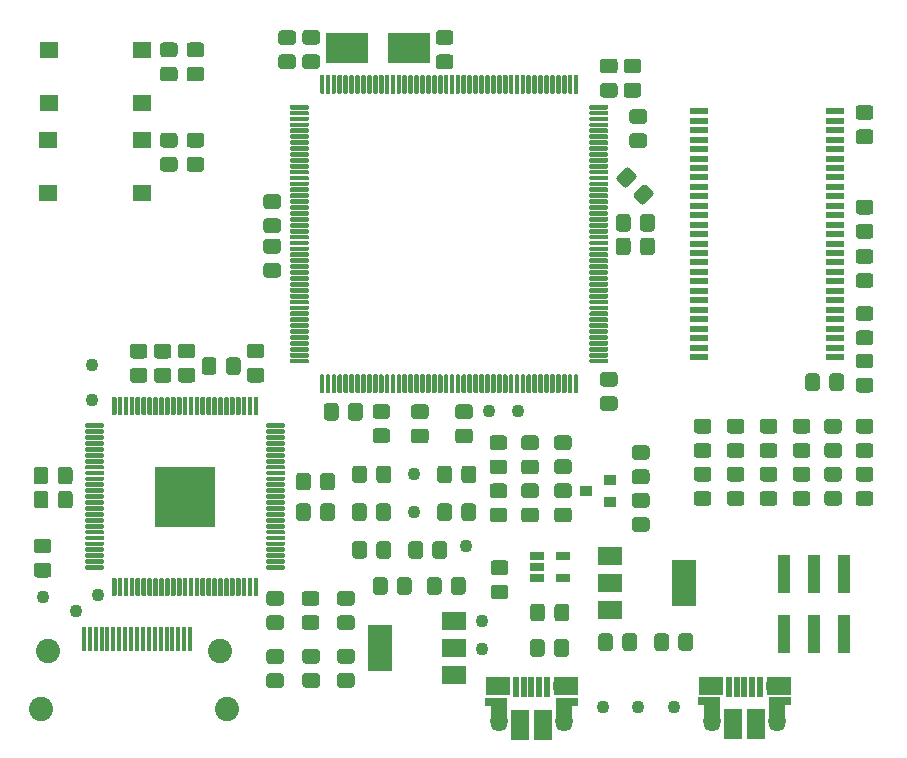
<source format=gbr>
%TF.GenerationSoftware,KiCad,Pcbnew,(5.1.6)-1*%
%TF.CreationDate,2020-12-19T20:46:55-03:30*%
%TF.ProjectId,graphics-card-rev-2,67726170-6869-4637-932d-636172642d72,rev?*%
%TF.SameCoordinates,Original*%
%TF.FileFunction,Soldermask,Top*%
%TF.FilePolarity,Negative*%
%FSLAX46Y46*%
G04 Gerber Fmt 4.6, Leading zero omitted, Abs format (unit mm)*
G04 Created by KiCad (PCBNEW (5.1.6)-1) date 2020-12-19 20:46:55*
%MOMM*%
%LPD*%
G01*
G04 APERTURE LIST*
%ADD10R,5.100000X5.100000*%
%ADD11C,1.100000*%
%ADD12R,1.530000X2.600000*%
%ADD13O,1.450000X1.800000*%
%ADD14O,1.200000X1.600000*%
%ADD15R,0.500000X1.750000*%
%ADD16R,2.100000X1.600000*%
%ADD17R,1.925000X0.800000*%
%ADD18R,1.450000X2.100000*%
%ADD19R,0.400000X2.000000*%
%ADD20C,2.050000*%
%ADD21R,1.160000X0.750000*%
%ADD22R,2.100000X3.900000*%
%ADD23R,1.610000X0.558000*%
%ADD24R,3.600000X2.500000*%
%ADD25R,1.650000X1.400000*%
%ADD26R,1.100000X3.250000*%
%ADD27R,1.000000X0.900000*%
G04 APERTURE END LIST*
%TO.C,U6*%
G36*
G01*
X105955000Y-113510000D02*
X107355000Y-113510000D01*
G75*
G02*
X107455000Y-113610000I0J-100000D01*
G01*
X107455000Y-113810000D01*
G75*
G02*
X107355000Y-113910000I-100000J0D01*
G01*
X105955000Y-113910000D01*
G75*
G02*
X105855000Y-113810000I0J100000D01*
G01*
X105855000Y-113610000D01*
G75*
G02*
X105955000Y-113510000I100000J0D01*
G01*
G37*
G36*
G01*
X105955000Y-114010000D02*
X107355000Y-114010000D01*
G75*
G02*
X107455000Y-114110000I0J-100000D01*
G01*
X107455000Y-114310000D01*
G75*
G02*
X107355000Y-114410000I-100000J0D01*
G01*
X105955000Y-114410000D01*
G75*
G02*
X105855000Y-114310000I0J100000D01*
G01*
X105855000Y-114110000D01*
G75*
G02*
X105955000Y-114010000I100000J0D01*
G01*
G37*
G36*
G01*
X105955000Y-114510000D02*
X107355000Y-114510000D01*
G75*
G02*
X107455000Y-114610000I0J-100000D01*
G01*
X107455000Y-114810000D01*
G75*
G02*
X107355000Y-114910000I-100000J0D01*
G01*
X105955000Y-114910000D01*
G75*
G02*
X105855000Y-114810000I0J100000D01*
G01*
X105855000Y-114610000D01*
G75*
G02*
X105955000Y-114510000I100000J0D01*
G01*
G37*
G36*
G01*
X105955000Y-115010000D02*
X107355000Y-115010000D01*
G75*
G02*
X107455000Y-115110000I0J-100000D01*
G01*
X107455000Y-115310000D01*
G75*
G02*
X107355000Y-115410000I-100000J0D01*
G01*
X105955000Y-115410000D01*
G75*
G02*
X105855000Y-115310000I0J100000D01*
G01*
X105855000Y-115110000D01*
G75*
G02*
X105955000Y-115010000I100000J0D01*
G01*
G37*
G36*
G01*
X105955000Y-115510000D02*
X107355000Y-115510000D01*
G75*
G02*
X107455000Y-115610000I0J-100000D01*
G01*
X107455000Y-115810000D01*
G75*
G02*
X107355000Y-115910000I-100000J0D01*
G01*
X105955000Y-115910000D01*
G75*
G02*
X105855000Y-115810000I0J100000D01*
G01*
X105855000Y-115610000D01*
G75*
G02*
X105955000Y-115510000I100000J0D01*
G01*
G37*
G36*
G01*
X105955000Y-116010000D02*
X107355000Y-116010000D01*
G75*
G02*
X107455000Y-116110000I0J-100000D01*
G01*
X107455000Y-116310000D01*
G75*
G02*
X107355000Y-116410000I-100000J0D01*
G01*
X105955000Y-116410000D01*
G75*
G02*
X105855000Y-116310000I0J100000D01*
G01*
X105855000Y-116110000D01*
G75*
G02*
X105955000Y-116010000I100000J0D01*
G01*
G37*
G36*
G01*
X105955000Y-116510000D02*
X107355000Y-116510000D01*
G75*
G02*
X107455000Y-116610000I0J-100000D01*
G01*
X107455000Y-116810000D01*
G75*
G02*
X107355000Y-116910000I-100000J0D01*
G01*
X105955000Y-116910000D01*
G75*
G02*
X105855000Y-116810000I0J100000D01*
G01*
X105855000Y-116610000D01*
G75*
G02*
X105955000Y-116510000I100000J0D01*
G01*
G37*
G36*
G01*
X105955000Y-117010000D02*
X107355000Y-117010000D01*
G75*
G02*
X107455000Y-117110000I0J-100000D01*
G01*
X107455000Y-117310000D01*
G75*
G02*
X107355000Y-117410000I-100000J0D01*
G01*
X105955000Y-117410000D01*
G75*
G02*
X105855000Y-117310000I0J100000D01*
G01*
X105855000Y-117110000D01*
G75*
G02*
X105955000Y-117010000I100000J0D01*
G01*
G37*
G36*
G01*
X105955000Y-117510000D02*
X107355000Y-117510000D01*
G75*
G02*
X107455000Y-117610000I0J-100000D01*
G01*
X107455000Y-117810000D01*
G75*
G02*
X107355000Y-117910000I-100000J0D01*
G01*
X105955000Y-117910000D01*
G75*
G02*
X105855000Y-117810000I0J100000D01*
G01*
X105855000Y-117610000D01*
G75*
G02*
X105955000Y-117510000I100000J0D01*
G01*
G37*
G36*
G01*
X105955000Y-118010000D02*
X107355000Y-118010000D01*
G75*
G02*
X107455000Y-118110000I0J-100000D01*
G01*
X107455000Y-118310000D01*
G75*
G02*
X107355000Y-118410000I-100000J0D01*
G01*
X105955000Y-118410000D01*
G75*
G02*
X105855000Y-118310000I0J100000D01*
G01*
X105855000Y-118110000D01*
G75*
G02*
X105955000Y-118010000I100000J0D01*
G01*
G37*
G36*
G01*
X105955000Y-118510000D02*
X107355000Y-118510000D01*
G75*
G02*
X107455000Y-118610000I0J-100000D01*
G01*
X107455000Y-118810000D01*
G75*
G02*
X107355000Y-118910000I-100000J0D01*
G01*
X105955000Y-118910000D01*
G75*
G02*
X105855000Y-118810000I0J100000D01*
G01*
X105855000Y-118610000D01*
G75*
G02*
X105955000Y-118510000I100000J0D01*
G01*
G37*
G36*
G01*
X105955000Y-119010000D02*
X107355000Y-119010000D01*
G75*
G02*
X107455000Y-119110000I0J-100000D01*
G01*
X107455000Y-119310000D01*
G75*
G02*
X107355000Y-119410000I-100000J0D01*
G01*
X105955000Y-119410000D01*
G75*
G02*
X105855000Y-119310000I0J100000D01*
G01*
X105855000Y-119110000D01*
G75*
G02*
X105955000Y-119010000I100000J0D01*
G01*
G37*
G36*
G01*
X105955000Y-119510000D02*
X107355000Y-119510000D01*
G75*
G02*
X107455000Y-119610000I0J-100000D01*
G01*
X107455000Y-119810000D01*
G75*
G02*
X107355000Y-119910000I-100000J0D01*
G01*
X105955000Y-119910000D01*
G75*
G02*
X105855000Y-119810000I0J100000D01*
G01*
X105855000Y-119610000D01*
G75*
G02*
X105955000Y-119510000I100000J0D01*
G01*
G37*
G36*
G01*
X105955000Y-120010000D02*
X107355000Y-120010000D01*
G75*
G02*
X107455000Y-120110000I0J-100000D01*
G01*
X107455000Y-120310000D01*
G75*
G02*
X107355000Y-120410000I-100000J0D01*
G01*
X105955000Y-120410000D01*
G75*
G02*
X105855000Y-120310000I0J100000D01*
G01*
X105855000Y-120110000D01*
G75*
G02*
X105955000Y-120010000I100000J0D01*
G01*
G37*
G36*
G01*
X105955000Y-120510000D02*
X107355000Y-120510000D01*
G75*
G02*
X107455000Y-120610000I0J-100000D01*
G01*
X107455000Y-120810000D01*
G75*
G02*
X107355000Y-120910000I-100000J0D01*
G01*
X105955000Y-120910000D01*
G75*
G02*
X105855000Y-120810000I0J100000D01*
G01*
X105855000Y-120610000D01*
G75*
G02*
X105955000Y-120510000I100000J0D01*
G01*
G37*
G36*
G01*
X105955000Y-121010000D02*
X107355000Y-121010000D01*
G75*
G02*
X107455000Y-121110000I0J-100000D01*
G01*
X107455000Y-121310000D01*
G75*
G02*
X107355000Y-121410000I-100000J0D01*
G01*
X105955000Y-121410000D01*
G75*
G02*
X105855000Y-121310000I0J100000D01*
G01*
X105855000Y-121110000D01*
G75*
G02*
X105955000Y-121010000I100000J0D01*
G01*
G37*
G36*
G01*
X105955000Y-121510000D02*
X107355000Y-121510000D01*
G75*
G02*
X107455000Y-121610000I0J-100000D01*
G01*
X107455000Y-121810000D01*
G75*
G02*
X107355000Y-121910000I-100000J0D01*
G01*
X105955000Y-121910000D01*
G75*
G02*
X105855000Y-121810000I0J100000D01*
G01*
X105855000Y-121610000D01*
G75*
G02*
X105955000Y-121510000I100000J0D01*
G01*
G37*
G36*
G01*
X105955000Y-122010000D02*
X107355000Y-122010000D01*
G75*
G02*
X107455000Y-122110000I0J-100000D01*
G01*
X107455000Y-122310000D01*
G75*
G02*
X107355000Y-122410000I-100000J0D01*
G01*
X105955000Y-122410000D01*
G75*
G02*
X105855000Y-122310000I0J100000D01*
G01*
X105855000Y-122110000D01*
G75*
G02*
X105955000Y-122010000I100000J0D01*
G01*
G37*
G36*
G01*
X105955000Y-122510000D02*
X107355000Y-122510000D01*
G75*
G02*
X107455000Y-122610000I0J-100000D01*
G01*
X107455000Y-122810000D01*
G75*
G02*
X107355000Y-122910000I-100000J0D01*
G01*
X105955000Y-122910000D01*
G75*
G02*
X105855000Y-122810000I0J100000D01*
G01*
X105855000Y-122610000D01*
G75*
G02*
X105955000Y-122510000I100000J0D01*
G01*
G37*
G36*
G01*
X105955000Y-123010000D02*
X107355000Y-123010000D01*
G75*
G02*
X107455000Y-123110000I0J-100000D01*
G01*
X107455000Y-123310000D01*
G75*
G02*
X107355000Y-123410000I-100000J0D01*
G01*
X105955000Y-123410000D01*
G75*
G02*
X105855000Y-123310000I0J100000D01*
G01*
X105855000Y-123110000D01*
G75*
G02*
X105955000Y-123010000I100000J0D01*
G01*
G37*
G36*
G01*
X105955000Y-123510000D02*
X107355000Y-123510000D01*
G75*
G02*
X107455000Y-123610000I0J-100000D01*
G01*
X107455000Y-123810000D01*
G75*
G02*
X107355000Y-123910000I-100000J0D01*
G01*
X105955000Y-123910000D01*
G75*
G02*
X105855000Y-123810000I0J100000D01*
G01*
X105855000Y-123610000D01*
G75*
G02*
X105955000Y-123510000I100000J0D01*
G01*
G37*
G36*
G01*
X105955000Y-124010000D02*
X107355000Y-124010000D01*
G75*
G02*
X107455000Y-124110000I0J-100000D01*
G01*
X107455000Y-124310000D01*
G75*
G02*
X107355000Y-124410000I-100000J0D01*
G01*
X105955000Y-124410000D01*
G75*
G02*
X105855000Y-124310000I0J100000D01*
G01*
X105855000Y-124110000D01*
G75*
G02*
X105955000Y-124010000I100000J0D01*
G01*
G37*
G36*
G01*
X105955000Y-124510000D02*
X107355000Y-124510000D01*
G75*
G02*
X107455000Y-124610000I0J-100000D01*
G01*
X107455000Y-124810000D01*
G75*
G02*
X107355000Y-124910000I-100000J0D01*
G01*
X105955000Y-124910000D01*
G75*
G02*
X105855000Y-124810000I0J100000D01*
G01*
X105855000Y-124610000D01*
G75*
G02*
X105955000Y-124510000I100000J0D01*
G01*
G37*
G36*
G01*
X105955000Y-125010000D02*
X107355000Y-125010000D01*
G75*
G02*
X107455000Y-125110000I0J-100000D01*
G01*
X107455000Y-125310000D01*
G75*
G02*
X107355000Y-125410000I-100000J0D01*
G01*
X105955000Y-125410000D01*
G75*
G02*
X105855000Y-125310000I0J100000D01*
G01*
X105855000Y-125110000D01*
G75*
G02*
X105955000Y-125010000I100000J0D01*
G01*
G37*
G36*
G01*
X105955000Y-125510000D02*
X107355000Y-125510000D01*
G75*
G02*
X107455000Y-125610000I0J-100000D01*
G01*
X107455000Y-125810000D01*
G75*
G02*
X107355000Y-125910000I-100000J0D01*
G01*
X105955000Y-125910000D01*
G75*
G02*
X105855000Y-125810000I0J100000D01*
G01*
X105855000Y-125610000D01*
G75*
G02*
X105955000Y-125510000I100000J0D01*
G01*
G37*
G36*
G01*
X105955000Y-126010000D02*
X107355000Y-126010000D01*
G75*
G02*
X107455000Y-126110000I0J-100000D01*
G01*
X107455000Y-126310000D01*
G75*
G02*
X107355000Y-126410000I-100000J0D01*
G01*
X105955000Y-126410000D01*
G75*
G02*
X105855000Y-126310000I0J100000D01*
G01*
X105855000Y-126110000D01*
G75*
G02*
X105955000Y-126010000I100000J0D01*
G01*
G37*
G36*
G01*
X105955000Y-126510000D02*
X107355000Y-126510000D01*
G75*
G02*
X107455000Y-126610000I0J-100000D01*
G01*
X107455000Y-126810000D01*
G75*
G02*
X107355000Y-126910000I-100000J0D01*
G01*
X105955000Y-126910000D01*
G75*
G02*
X105855000Y-126810000I0J100000D01*
G01*
X105855000Y-126610000D01*
G75*
G02*
X105955000Y-126510000I100000J0D01*
G01*
G37*
G36*
G01*
X105955000Y-127010000D02*
X107355000Y-127010000D01*
G75*
G02*
X107455000Y-127110000I0J-100000D01*
G01*
X107455000Y-127310000D01*
G75*
G02*
X107355000Y-127410000I-100000J0D01*
G01*
X105955000Y-127410000D01*
G75*
G02*
X105855000Y-127310000I0J100000D01*
G01*
X105855000Y-127110000D01*
G75*
G02*
X105955000Y-127010000I100000J0D01*
G01*
G37*
G36*
G01*
X105955000Y-127510000D02*
X107355000Y-127510000D01*
G75*
G02*
X107455000Y-127610000I0J-100000D01*
G01*
X107455000Y-127810000D01*
G75*
G02*
X107355000Y-127910000I-100000J0D01*
G01*
X105955000Y-127910000D01*
G75*
G02*
X105855000Y-127810000I0J100000D01*
G01*
X105855000Y-127610000D01*
G75*
G02*
X105955000Y-127510000I100000J0D01*
G01*
G37*
G36*
G01*
X105955000Y-128010000D02*
X107355000Y-128010000D01*
G75*
G02*
X107455000Y-128110000I0J-100000D01*
G01*
X107455000Y-128310000D01*
G75*
G02*
X107355000Y-128410000I-100000J0D01*
G01*
X105955000Y-128410000D01*
G75*
G02*
X105855000Y-128310000I0J100000D01*
G01*
X105855000Y-128110000D01*
G75*
G02*
X105955000Y-128010000I100000J0D01*
G01*
G37*
G36*
G01*
X105955000Y-128510000D02*
X107355000Y-128510000D01*
G75*
G02*
X107455000Y-128610000I0J-100000D01*
G01*
X107455000Y-128810000D01*
G75*
G02*
X107355000Y-128910000I-100000J0D01*
G01*
X105955000Y-128910000D01*
G75*
G02*
X105855000Y-128810000I0J100000D01*
G01*
X105855000Y-128610000D01*
G75*
G02*
X105955000Y-128510000I100000J0D01*
G01*
G37*
G36*
G01*
X105955000Y-129010000D02*
X107355000Y-129010000D01*
G75*
G02*
X107455000Y-129110000I0J-100000D01*
G01*
X107455000Y-129310000D01*
G75*
G02*
X107355000Y-129410000I-100000J0D01*
G01*
X105955000Y-129410000D01*
G75*
G02*
X105855000Y-129310000I0J100000D01*
G01*
X105855000Y-129110000D01*
G75*
G02*
X105955000Y-129010000I100000J0D01*
G01*
G37*
G36*
G01*
X105955000Y-129510000D02*
X107355000Y-129510000D01*
G75*
G02*
X107455000Y-129610000I0J-100000D01*
G01*
X107455000Y-129810000D01*
G75*
G02*
X107355000Y-129910000I-100000J0D01*
G01*
X105955000Y-129910000D01*
G75*
G02*
X105855000Y-129810000I0J100000D01*
G01*
X105855000Y-129610000D01*
G75*
G02*
X105955000Y-129510000I100000J0D01*
G01*
G37*
G36*
G01*
X105955000Y-130010000D02*
X107355000Y-130010000D01*
G75*
G02*
X107455000Y-130110000I0J-100000D01*
G01*
X107455000Y-130310000D01*
G75*
G02*
X107355000Y-130410000I-100000J0D01*
G01*
X105955000Y-130410000D01*
G75*
G02*
X105855000Y-130310000I0J100000D01*
G01*
X105855000Y-130110000D01*
G75*
G02*
X105955000Y-130010000I100000J0D01*
G01*
G37*
G36*
G01*
X105955000Y-130510000D02*
X107355000Y-130510000D01*
G75*
G02*
X107455000Y-130610000I0J-100000D01*
G01*
X107455000Y-130810000D01*
G75*
G02*
X107355000Y-130910000I-100000J0D01*
G01*
X105955000Y-130910000D01*
G75*
G02*
X105855000Y-130810000I0J100000D01*
G01*
X105855000Y-130610000D01*
G75*
G02*
X105955000Y-130510000I100000J0D01*
G01*
G37*
G36*
G01*
X105955000Y-131010000D02*
X107355000Y-131010000D01*
G75*
G02*
X107455000Y-131110000I0J-100000D01*
G01*
X107455000Y-131310000D01*
G75*
G02*
X107355000Y-131410000I-100000J0D01*
G01*
X105955000Y-131410000D01*
G75*
G02*
X105855000Y-131310000I0J100000D01*
G01*
X105855000Y-131110000D01*
G75*
G02*
X105955000Y-131010000I100000J0D01*
G01*
G37*
G36*
G01*
X105955000Y-131510000D02*
X107355000Y-131510000D01*
G75*
G02*
X107455000Y-131610000I0J-100000D01*
G01*
X107455000Y-131810000D01*
G75*
G02*
X107355000Y-131910000I-100000J0D01*
G01*
X105955000Y-131910000D01*
G75*
G02*
X105855000Y-131810000I0J100000D01*
G01*
X105855000Y-131610000D01*
G75*
G02*
X105955000Y-131510000I100000J0D01*
G01*
G37*
G36*
G01*
X105955000Y-132010000D02*
X107355000Y-132010000D01*
G75*
G02*
X107455000Y-132110000I0J-100000D01*
G01*
X107455000Y-132310000D01*
G75*
G02*
X107355000Y-132410000I-100000J0D01*
G01*
X105955000Y-132410000D01*
G75*
G02*
X105855000Y-132310000I0J100000D01*
G01*
X105855000Y-132110000D01*
G75*
G02*
X105955000Y-132010000I100000J0D01*
G01*
G37*
G36*
G01*
X105955000Y-132510000D02*
X107355000Y-132510000D01*
G75*
G02*
X107455000Y-132610000I0J-100000D01*
G01*
X107455000Y-132810000D01*
G75*
G02*
X107355000Y-132910000I-100000J0D01*
G01*
X105955000Y-132910000D01*
G75*
G02*
X105855000Y-132810000I0J100000D01*
G01*
X105855000Y-132610000D01*
G75*
G02*
X105955000Y-132510000I100000J0D01*
G01*
G37*
G36*
G01*
X105955000Y-133010000D02*
X107355000Y-133010000D01*
G75*
G02*
X107455000Y-133110000I0J-100000D01*
G01*
X107455000Y-133310000D01*
G75*
G02*
X107355000Y-133410000I-100000J0D01*
G01*
X105955000Y-133410000D01*
G75*
G02*
X105855000Y-133310000I0J100000D01*
G01*
X105855000Y-133110000D01*
G75*
G02*
X105955000Y-133010000I100000J0D01*
G01*
G37*
G36*
G01*
X105955000Y-133510000D02*
X107355000Y-133510000D01*
G75*
G02*
X107455000Y-133610000I0J-100000D01*
G01*
X107455000Y-133810000D01*
G75*
G02*
X107355000Y-133910000I-100000J0D01*
G01*
X105955000Y-133910000D01*
G75*
G02*
X105855000Y-133810000I0J100000D01*
G01*
X105855000Y-133610000D01*
G75*
G02*
X105955000Y-133510000I100000J0D01*
G01*
G37*
G36*
G01*
X105955000Y-134010000D02*
X107355000Y-134010000D01*
G75*
G02*
X107455000Y-134110000I0J-100000D01*
G01*
X107455000Y-134310000D01*
G75*
G02*
X107355000Y-134410000I-100000J0D01*
G01*
X105955000Y-134410000D01*
G75*
G02*
X105855000Y-134310000I0J100000D01*
G01*
X105855000Y-134110000D01*
G75*
G02*
X105955000Y-134010000I100000J0D01*
G01*
G37*
G36*
G01*
X105955000Y-134510000D02*
X107355000Y-134510000D01*
G75*
G02*
X107455000Y-134610000I0J-100000D01*
G01*
X107455000Y-134810000D01*
G75*
G02*
X107355000Y-134910000I-100000J0D01*
G01*
X105955000Y-134910000D01*
G75*
G02*
X105855000Y-134810000I0J100000D01*
G01*
X105855000Y-134610000D01*
G75*
G02*
X105955000Y-134510000I100000J0D01*
G01*
G37*
G36*
G01*
X105955000Y-135010000D02*
X107355000Y-135010000D01*
G75*
G02*
X107455000Y-135110000I0J-100000D01*
G01*
X107455000Y-135310000D01*
G75*
G02*
X107355000Y-135410000I-100000J0D01*
G01*
X105955000Y-135410000D01*
G75*
G02*
X105855000Y-135310000I0J100000D01*
G01*
X105855000Y-135110000D01*
G75*
G02*
X105955000Y-135010000I100000J0D01*
G01*
G37*
G36*
G01*
X104630000Y-136335000D02*
X104830000Y-136335000D01*
G75*
G02*
X104930000Y-136435000I0J-100000D01*
G01*
X104930000Y-137835000D01*
G75*
G02*
X104830000Y-137935000I-100000J0D01*
G01*
X104630000Y-137935000D01*
G75*
G02*
X104530000Y-137835000I0J100000D01*
G01*
X104530000Y-136435000D01*
G75*
G02*
X104630000Y-136335000I100000J0D01*
G01*
G37*
G36*
G01*
X104130000Y-136335000D02*
X104330000Y-136335000D01*
G75*
G02*
X104430000Y-136435000I0J-100000D01*
G01*
X104430000Y-137835000D01*
G75*
G02*
X104330000Y-137935000I-100000J0D01*
G01*
X104130000Y-137935000D01*
G75*
G02*
X104030000Y-137835000I0J100000D01*
G01*
X104030000Y-136435000D01*
G75*
G02*
X104130000Y-136335000I100000J0D01*
G01*
G37*
G36*
G01*
X103630000Y-136335000D02*
X103830000Y-136335000D01*
G75*
G02*
X103930000Y-136435000I0J-100000D01*
G01*
X103930000Y-137835000D01*
G75*
G02*
X103830000Y-137935000I-100000J0D01*
G01*
X103630000Y-137935000D01*
G75*
G02*
X103530000Y-137835000I0J100000D01*
G01*
X103530000Y-136435000D01*
G75*
G02*
X103630000Y-136335000I100000J0D01*
G01*
G37*
G36*
G01*
X103130000Y-136335000D02*
X103330000Y-136335000D01*
G75*
G02*
X103430000Y-136435000I0J-100000D01*
G01*
X103430000Y-137835000D01*
G75*
G02*
X103330000Y-137935000I-100000J0D01*
G01*
X103130000Y-137935000D01*
G75*
G02*
X103030000Y-137835000I0J100000D01*
G01*
X103030000Y-136435000D01*
G75*
G02*
X103130000Y-136335000I100000J0D01*
G01*
G37*
G36*
G01*
X102630000Y-136335000D02*
X102830000Y-136335000D01*
G75*
G02*
X102930000Y-136435000I0J-100000D01*
G01*
X102930000Y-137835000D01*
G75*
G02*
X102830000Y-137935000I-100000J0D01*
G01*
X102630000Y-137935000D01*
G75*
G02*
X102530000Y-137835000I0J100000D01*
G01*
X102530000Y-136435000D01*
G75*
G02*
X102630000Y-136335000I100000J0D01*
G01*
G37*
G36*
G01*
X102130000Y-136335000D02*
X102330000Y-136335000D01*
G75*
G02*
X102430000Y-136435000I0J-100000D01*
G01*
X102430000Y-137835000D01*
G75*
G02*
X102330000Y-137935000I-100000J0D01*
G01*
X102130000Y-137935000D01*
G75*
G02*
X102030000Y-137835000I0J100000D01*
G01*
X102030000Y-136435000D01*
G75*
G02*
X102130000Y-136335000I100000J0D01*
G01*
G37*
G36*
G01*
X101630000Y-136335000D02*
X101830000Y-136335000D01*
G75*
G02*
X101930000Y-136435000I0J-100000D01*
G01*
X101930000Y-137835000D01*
G75*
G02*
X101830000Y-137935000I-100000J0D01*
G01*
X101630000Y-137935000D01*
G75*
G02*
X101530000Y-137835000I0J100000D01*
G01*
X101530000Y-136435000D01*
G75*
G02*
X101630000Y-136335000I100000J0D01*
G01*
G37*
G36*
G01*
X101130000Y-136335000D02*
X101330000Y-136335000D01*
G75*
G02*
X101430000Y-136435000I0J-100000D01*
G01*
X101430000Y-137835000D01*
G75*
G02*
X101330000Y-137935000I-100000J0D01*
G01*
X101130000Y-137935000D01*
G75*
G02*
X101030000Y-137835000I0J100000D01*
G01*
X101030000Y-136435000D01*
G75*
G02*
X101130000Y-136335000I100000J0D01*
G01*
G37*
G36*
G01*
X100630000Y-136335000D02*
X100830000Y-136335000D01*
G75*
G02*
X100930000Y-136435000I0J-100000D01*
G01*
X100930000Y-137835000D01*
G75*
G02*
X100830000Y-137935000I-100000J0D01*
G01*
X100630000Y-137935000D01*
G75*
G02*
X100530000Y-137835000I0J100000D01*
G01*
X100530000Y-136435000D01*
G75*
G02*
X100630000Y-136335000I100000J0D01*
G01*
G37*
G36*
G01*
X100130000Y-136335000D02*
X100330000Y-136335000D01*
G75*
G02*
X100430000Y-136435000I0J-100000D01*
G01*
X100430000Y-137835000D01*
G75*
G02*
X100330000Y-137935000I-100000J0D01*
G01*
X100130000Y-137935000D01*
G75*
G02*
X100030000Y-137835000I0J100000D01*
G01*
X100030000Y-136435000D01*
G75*
G02*
X100130000Y-136335000I100000J0D01*
G01*
G37*
G36*
G01*
X99630000Y-136335000D02*
X99830000Y-136335000D01*
G75*
G02*
X99930000Y-136435000I0J-100000D01*
G01*
X99930000Y-137835000D01*
G75*
G02*
X99830000Y-137935000I-100000J0D01*
G01*
X99630000Y-137935000D01*
G75*
G02*
X99530000Y-137835000I0J100000D01*
G01*
X99530000Y-136435000D01*
G75*
G02*
X99630000Y-136335000I100000J0D01*
G01*
G37*
G36*
G01*
X99130000Y-136335000D02*
X99330000Y-136335000D01*
G75*
G02*
X99430000Y-136435000I0J-100000D01*
G01*
X99430000Y-137835000D01*
G75*
G02*
X99330000Y-137935000I-100000J0D01*
G01*
X99130000Y-137935000D01*
G75*
G02*
X99030000Y-137835000I0J100000D01*
G01*
X99030000Y-136435000D01*
G75*
G02*
X99130000Y-136335000I100000J0D01*
G01*
G37*
G36*
G01*
X98630000Y-136335000D02*
X98830000Y-136335000D01*
G75*
G02*
X98930000Y-136435000I0J-100000D01*
G01*
X98930000Y-137835000D01*
G75*
G02*
X98830000Y-137935000I-100000J0D01*
G01*
X98630000Y-137935000D01*
G75*
G02*
X98530000Y-137835000I0J100000D01*
G01*
X98530000Y-136435000D01*
G75*
G02*
X98630000Y-136335000I100000J0D01*
G01*
G37*
G36*
G01*
X98130000Y-136335000D02*
X98330000Y-136335000D01*
G75*
G02*
X98430000Y-136435000I0J-100000D01*
G01*
X98430000Y-137835000D01*
G75*
G02*
X98330000Y-137935000I-100000J0D01*
G01*
X98130000Y-137935000D01*
G75*
G02*
X98030000Y-137835000I0J100000D01*
G01*
X98030000Y-136435000D01*
G75*
G02*
X98130000Y-136335000I100000J0D01*
G01*
G37*
G36*
G01*
X97630000Y-136335000D02*
X97830000Y-136335000D01*
G75*
G02*
X97930000Y-136435000I0J-100000D01*
G01*
X97930000Y-137835000D01*
G75*
G02*
X97830000Y-137935000I-100000J0D01*
G01*
X97630000Y-137935000D01*
G75*
G02*
X97530000Y-137835000I0J100000D01*
G01*
X97530000Y-136435000D01*
G75*
G02*
X97630000Y-136335000I100000J0D01*
G01*
G37*
G36*
G01*
X97130000Y-136335000D02*
X97330000Y-136335000D01*
G75*
G02*
X97430000Y-136435000I0J-100000D01*
G01*
X97430000Y-137835000D01*
G75*
G02*
X97330000Y-137935000I-100000J0D01*
G01*
X97130000Y-137935000D01*
G75*
G02*
X97030000Y-137835000I0J100000D01*
G01*
X97030000Y-136435000D01*
G75*
G02*
X97130000Y-136335000I100000J0D01*
G01*
G37*
G36*
G01*
X96630000Y-136335000D02*
X96830000Y-136335000D01*
G75*
G02*
X96930000Y-136435000I0J-100000D01*
G01*
X96930000Y-137835000D01*
G75*
G02*
X96830000Y-137935000I-100000J0D01*
G01*
X96630000Y-137935000D01*
G75*
G02*
X96530000Y-137835000I0J100000D01*
G01*
X96530000Y-136435000D01*
G75*
G02*
X96630000Y-136335000I100000J0D01*
G01*
G37*
G36*
G01*
X96130000Y-136335000D02*
X96330000Y-136335000D01*
G75*
G02*
X96430000Y-136435000I0J-100000D01*
G01*
X96430000Y-137835000D01*
G75*
G02*
X96330000Y-137935000I-100000J0D01*
G01*
X96130000Y-137935000D01*
G75*
G02*
X96030000Y-137835000I0J100000D01*
G01*
X96030000Y-136435000D01*
G75*
G02*
X96130000Y-136335000I100000J0D01*
G01*
G37*
G36*
G01*
X95630000Y-136335000D02*
X95830000Y-136335000D01*
G75*
G02*
X95930000Y-136435000I0J-100000D01*
G01*
X95930000Y-137835000D01*
G75*
G02*
X95830000Y-137935000I-100000J0D01*
G01*
X95630000Y-137935000D01*
G75*
G02*
X95530000Y-137835000I0J100000D01*
G01*
X95530000Y-136435000D01*
G75*
G02*
X95630000Y-136335000I100000J0D01*
G01*
G37*
G36*
G01*
X95130000Y-136335000D02*
X95330000Y-136335000D01*
G75*
G02*
X95430000Y-136435000I0J-100000D01*
G01*
X95430000Y-137835000D01*
G75*
G02*
X95330000Y-137935000I-100000J0D01*
G01*
X95130000Y-137935000D01*
G75*
G02*
X95030000Y-137835000I0J100000D01*
G01*
X95030000Y-136435000D01*
G75*
G02*
X95130000Y-136335000I100000J0D01*
G01*
G37*
G36*
G01*
X94630000Y-136335000D02*
X94830000Y-136335000D01*
G75*
G02*
X94930000Y-136435000I0J-100000D01*
G01*
X94930000Y-137835000D01*
G75*
G02*
X94830000Y-137935000I-100000J0D01*
G01*
X94630000Y-137935000D01*
G75*
G02*
X94530000Y-137835000I0J100000D01*
G01*
X94530000Y-136435000D01*
G75*
G02*
X94630000Y-136335000I100000J0D01*
G01*
G37*
G36*
G01*
X94130000Y-136335000D02*
X94330000Y-136335000D01*
G75*
G02*
X94430000Y-136435000I0J-100000D01*
G01*
X94430000Y-137835000D01*
G75*
G02*
X94330000Y-137935000I-100000J0D01*
G01*
X94130000Y-137935000D01*
G75*
G02*
X94030000Y-137835000I0J100000D01*
G01*
X94030000Y-136435000D01*
G75*
G02*
X94130000Y-136335000I100000J0D01*
G01*
G37*
G36*
G01*
X93630000Y-136335000D02*
X93830000Y-136335000D01*
G75*
G02*
X93930000Y-136435000I0J-100000D01*
G01*
X93930000Y-137835000D01*
G75*
G02*
X93830000Y-137935000I-100000J0D01*
G01*
X93630000Y-137935000D01*
G75*
G02*
X93530000Y-137835000I0J100000D01*
G01*
X93530000Y-136435000D01*
G75*
G02*
X93630000Y-136335000I100000J0D01*
G01*
G37*
G36*
G01*
X93130000Y-136335000D02*
X93330000Y-136335000D01*
G75*
G02*
X93430000Y-136435000I0J-100000D01*
G01*
X93430000Y-137835000D01*
G75*
G02*
X93330000Y-137935000I-100000J0D01*
G01*
X93130000Y-137935000D01*
G75*
G02*
X93030000Y-137835000I0J100000D01*
G01*
X93030000Y-136435000D01*
G75*
G02*
X93130000Y-136335000I100000J0D01*
G01*
G37*
G36*
G01*
X92630000Y-136335000D02*
X92830000Y-136335000D01*
G75*
G02*
X92930000Y-136435000I0J-100000D01*
G01*
X92930000Y-137835000D01*
G75*
G02*
X92830000Y-137935000I-100000J0D01*
G01*
X92630000Y-137935000D01*
G75*
G02*
X92530000Y-137835000I0J100000D01*
G01*
X92530000Y-136435000D01*
G75*
G02*
X92630000Y-136335000I100000J0D01*
G01*
G37*
G36*
G01*
X92130000Y-136335000D02*
X92330000Y-136335000D01*
G75*
G02*
X92430000Y-136435000I0J-100000D01*
G01*
X92430000Y-137835000D01*
G75*
G02*
X92330000Y-137935000I-100000J0D01*
G01*
X92130000Y-137935000D01*
G75*
G02*
X92030000Y-137835000I0J100000D01*
G01*
X92030000Y-136435000D01*
G75*
G02*
X92130000Y-136335000I100000J0D01*
G01*
G37*
G36*
G01*
X91630000Y-136335000D02*
X91830000Y-136335000D01*
G75*
G02*
X91930000Y-136435000I0J-100000D01*
G01*
X91930000Y-137835000D01*
G75*
G02*
X91830000Y-137935000I-100000J0D01*
G01*
X91630000Y-137935000D01*
G75*
G02*
X91530000Y-137835000I0J100000D01*
G01*
X91530000Y-136435000D01*
G75*
G02*
X91630000Y-136335000I100000J0D01*
G01*
G37*
G36*
G01*
X91130000Y-136335000D02*
X91330000Y-136335000D01*
G75*
G02*
X91430000Y-136435000I0J-100000D01*
G01*
X91430000Y-137835000D01*
G75*
G02*
X91330000Y-137935000I-100000J0D01*
G01*
X91130000Y-137935000D01*
G75*
G02*
X91030000Y-137835000I0J100000D01*
G01*
X91030000Y-136435000D01*
G75*
G02*
X91130000Y-136335000I100000J0D01*
G01*
G37*
G36*
G01*
X90630000Y-136335000D02*
X90830000Y-136335000D01*
G75*
G02*
X90930000Y-136435000I0J-100000D01*
G01*
X90930000Y-137835000D01*
G75*
G02*
X90830000Y-137935000I-100000J0D01*
G01*
X90630000Y-137935000D01*
G75*
G02*
X90530000Y-137835000I0J100000D01*
G01*
X90530000Y-136435000D01*
G75*
G02*
X90630000Y-136335000I100000J0D01*
G01*
G37*
G36*
G01*
X90130000Y-136335000D02*
X90330000Y-136335000D01*
G75*
G02*
X90430000Y-136435000I0J-100000D01*
G01*
X90430000Y-137835000D01*
G75*
G02*
X90330000Y-137935000I-100000J0D01*
G01*
X90130000Y-137935000D01*
G75*
G02*
X90030000Y-137835000I0J100000D01*
G01*
X90030000Y-136435000D01*
G75*
G02*
X90130000Y-136335000I100000J0D01*
G01*
G37*
G36*
G01*
X89630000Y-136335000D02*
X89830000Y-136335000D01*
G75*
G02*
X89930000Y-136435000I0J-100000D01*
G01*
X89930000Y-137835000D01*
G75*
G02*
X89830000Y-137935000I-100000J0D01*
G01*
X89630000Y-137935000D01*
G75*
G02*
X89530000Y-137835000I0J100000D01*
G01*
X89530000Y-136435000D01*
G75*
G02*
X89630000Y-136335000I100000J0D01*
G01*
G37*
G36*
G01*
X89130000Y-136335000D02*
X89330000Y-136335000D01*
G75*
G02*
X89430000Y-136435000I0J-100000D01*
G01*
X89430000Y-137835000D01*
G75*
G02*
X89330000Y-137935000I-100000J0D01*
G01*
X89130000Y-137935000D01*
G75*
G02*
X89030000Y-137835000I0J100000D01*
G01*
X89030000Y-136435000D01*
G75*
G02*
X89130000Y-136335000I100000J0D01*
G01*
G37*
G36*
G01*
X88630000Y-136335000D02*
X88830000Y-136335000D01*
G75*
G02*
X88930000Y-136435000I0J-100000D01*
G01*
X88930000Y-137835000D01*
G75*
G02*
X88830000Y-137935000I-100000J0D01*
G01*
X88630000Y-137935000D01*
G75*
G02*
X88530000Y-137835000I0J100000D01*
G01*
X88530000Y-136435000D01*
G75*
G02*
X88630000Y-136335000I100000J0D01*
G01*
G37*
G36*
G01*
X88130000Y-136335000D02*
X88330000Y-136335000D01*
G75*
G02*
X88430000Y-136435000I0J-100000D01*
G01*
X88430000Y-137835000D01*
G75*
G02*
X88330000Y-137935000I-100000J0D01*
G01*
X88130000Y-137935000D01*
G75*
G02*
X88030000Y-137835000I0J100000D01*
G01*
X88030000Y-136435000D01*
G75*
G02*
X88130000Y-136335000I100000J0D01*
G01*
G37*
G36*
G01*
X87630000Y-136335000D02*
X87830000Y-136335000D01*
G75*
G02*
X87930000Y-136435000I0J-100000D01*
G01*
X87930000Y-137835000D01*
G75*
G02*
X87830000Y-137935000I-100000J0D01*
G01*
X87630000Y-137935000D01*
G75*
G02*
X87530000Y-137835000I0J100000D01*
G01*
X87530000Y-136435000D01*
G75*
G02*
X87630000Y-136335000I100000J0D01*
G01*
G37*
G36*
G01*
X87130000Y-136335000D02*
X87330000Y-136335000D01*
G75*
G02*
X87430000Y-136435000I0J-100000D01*
G01*
X87430000Y-137835000D01*
G75*
G02*
X87330000Y-137935000I-100000J0D01*
G01*
X87130000Y-137935000D01*
G75*
G02*
X87030000Y-137835000I0J100000D01*
G01*
X87030000Y-136435000D01*
G75*
G02*
X87130000Y-136335000I100000J0D01*
G01*
G37*
G36*
G01*
X86630000Y-136335000D02*
X86830000Y-136335000D01*
G75*
G02*
X86930000Y-136435000I0J-100000D01*
G01*
X86930000Y-137835000D01*
G75*
G02*
X86830000Y-137935000I-100000J0D01*
G01*
X86630000Y-137935000D01*
G75*
G02*
X86530000Y-137835000I0J100000D01*
G01*
X86530000Y-136435000D01*
G75*
G02*
X86630000Y-136335000I100000J0D01*
G01*
G37*
G36*
G01*
X86130000Y-136335000D02*
X86330000Y-136335000D01*
G75*
G02*
X86430000Y-136435000I0J-100000D01*
G01*
X86430000Y-137835000D01*
G75*
G02*
X86330000Y-137935000I-100000J0D01*
G01*
X86130000Y-137935000D01*
G75*
G02*
X86030000Y-137835000I0J100000D01*
G01*
X86030000Y-136435000D01*
G75*
G02*
X86130000Y-136335000I100000J0D01*
G01*
G37*
G36*
G01*
X85630000Y-136335000D02*
X85830000Y-136335000D01*
G75*
G02*
X85930000Y-136435000I0J-100000D01*
G01*
X85930000Y-137835000D01*
G75*
G02*
X85830000Y-137935000I-100000J0D01*
G01*
X85630000Y-137935000D01*
G75*
G02*
X85530000Y-137835000I0J100000D01*
G01*
X85530000Y-136435000D01*
G75*
G02*
X85630000Y-136335000I100000J0D01*
G01*
G37*
G36*
G01*
X85130000Y-136335000D02*
X85330000Y-136335000D01*
G75*
G02*
X85430000Y-136435000I0J-100000D01*
G01*
X85430000Y-137835000D01*
G75*
G02*
X85330000Y-137935000I-100000J0D01*
G01*
X85130000Y-137935000D01*
G75*
G02*
X85030000Y-137835000I0J100000D01*
G01*
X85030000Y-136435000D01*
G75*
G02*
X85130000Y-136335000I100000J0D01*
G01*
G37*
G36*
G01*
X84630000Y-136335000D02*
X84830000Y-136335000D01*
G75*
G02*
X84930000Y-136435000I0J-100000D01*
G01*
X84930000Y-137835000D01*
G75*
G02*
X84830000Y-137935000I-100000J0D01*
G01*
X84630000Y-137935000D01*
G75*
G02*
X84530000Y-137835000I0J100000D01*
G01*
X84530000Y-136435000D01*
G75*
G02*
X84630000Y-136335000I100000J0D01*
G01*
G37*
G36*
G01*
X84130000Y-136335000D02*
X84330000Y-136335000D01*
G75*
G02*
X84430000Y-136435000I0J-100000D01*
G01*
X84430000Y-137835000D01*
G75*
G02*
X84330000Y-137935000I-100000J0D01*
G01*
X84130000Y-137935000D01*
G75*
G02*
X84030000Y-137835000I0J100000D01*
G01*
X84030000Y-136435000D01*
G75*
G02*
X84130000Y-136335000I100000J0D01*
G01*
G37*
G36*
G01*
X83630000Y-136335000D02*
X83830000Y-136335000D01*
G75*
G02*
X83930000Y-136435000I0J-100000D01*
G01*
X83930000Y-137835000D01*
G75*
G02*
X83830000Y-137935000I-100000J0D01*
G01*
X83630000Y-137935000D01*
G75*
G02*
X83530000Y-137835000I0J100000D01*
G01*
X83530000Y-136435000D01*
G75*
G02*
X83630000Y-136335000I100000J0D01*
G01*
G37*
G36*
G01*
X83130000Y-136335000D02*
X83330000Y-136335000D01*
G75*
G02*
X83430000Y-136435000I0J-100000D01*
G01*
X83430000Y-137835000D01*
G75*
G02*
X83330000Y-137935000I-100000J0D01*
G01*
X83130000Y-137935000D01*
G75*
G02*
X83030000Y-137835000I0J100000D01*
G01*
X83030000Y-136435000D01*
G75*
G02*
X83130000Y-136335000I100000J0D01*
G01*
G37*
G36*
G01*
X80605000Y-135010000D02*
X82005000Y-135010000D01*
G75*
G02*
X82105000Y-135110000I0J-100000D01*
G01*
X82105000Y-135310000D01*
G75*
G02*
X82005000Y-135410000I-100000J0D01*
G01*
X80605000Y-135410000D01*
G75*
G02*
X80505000Y-135310000I0J100000D01*
G01*
X80505000Y-135110000D01*
G75*
G02*
X80605000Y-135010000I100000J0D01*
G01*
G37*
G36*
G01*
X80605000Y-134510000D02*
X82005000Y-134510000D01*
G75*
G02*
X82105000Y-134610000I0J-100000D01*
G01*
X82105000Y-134810000D01*
G75*
G02*
X82005000Y-134910000I-100000J0D01*
G01*
X80605000Y-134910000D01*
G75*
G02*
X80505000Y-134810000I0J100000D01*
G01*
X80505000Y-134610000D01*
G75*
G02*
X80605000Y-134510000I100000J0D01*
G01*
G37*
G36*
G01*
X80605000Y-134010000D02*
X82005000Y-134010000D01*
G75*
G02*
X82105000Y-134110000I0J-100000D01*
G01*
X82105000Y-134310000D01*
G75*
G02*
X82005000Y-134410000I-100000J0D01*
G01*
X80605000Y-134410000D01*
G75*
G02*
X80505000Y-134310000I0J100000D01*
G01*
X80505000Y-134110000D01*
G75*
G02*
X80605000Y-134010000I100000J0D01*
G01*
G37*
G36*
G01*
X80605000Y-133510000D02*
X82005000Y-133510000D01*
G75*
G02*
X82105000Y-133610000I0J-100000D01*
G01*
X82105000Y-133810000D01*
G75*
G02*
X82005000Y-133910000I-100000J0D01*
G01*
X80605000Y-133910000D01*
G75*
G02*
X80505000Y-133810000I0J100000D01*
G01*
X80505000Y-133610000D01*
G75*
G02*
X80605000Y-133510000I100000J0D01*
G01*
G37*
G36*
G01*
X80605000Y-133010000D02*
X82005000Y-133010000D01*
G75*
G02*
X82105000Y-133110000I0J-100000D01*
G01*
X82105000Y-133310000D01*
G75*
G02*
X82005000Y-133410000I-100000J0D01*
G01*
X80605000Y-133410000D01*
G75*
G02*
X80505000Y-133310000I0J100000D01*
G01*
X80505000Y-133110000D01*
G75*
G02*
X80605000Y-133010000I100000J0D01*
G01*
G37*
G36*
G01*
X80605000Y-132510000D02*
X82005000Y-132510000D01*
G75*
G02*
X82105000Y-132610000I0J-100000D01*
G01*
X82105000Y-132810000D01*
G75*
G02*
X82005000Y-132910000I-100000J0D01*
G01*
X80605000Y-132910000D01*
G75*
G02*
X80505000Y-132810000I0J100000D01*
G01*
X80505000Y-132610000D01*
G75*
G02*
X80605000Y-132510000I100000J0D01*
G01*
G37*
G36*
G01*
X80605000Y-132010000D02*
X82005000Y-132010000D01*
G75*
G02*
X82105000Y-132110000I0J-100000D01*
G01*
X82105000Y-132310000D01*
G75*
G02*
X82005000Y-132410000I-100000J0D01*
G01*
X80605000Y-132410000D01*
G75*
G02*
X80505000Y-132310000I0J100000D01*
G01*
X80505000Y-132110000D01*
G75*
G02*
X80605000Y-132010000I100000J0D01*
G01*
G37*
G36*
G01*
X80605000Y-131510000D02*
X82005000Y-131510000D01*
G75*
G02*
X82105000Y-131610000I0J-100000D01*
G01*
X82105000Y-131810000D01*
G75*
G02*
X82005000Y-131910000I-100000J0D01*
G01*
X80605000Y-131910000D01*
G75*
G02*
X80505000Y-131810000I0J100000D01*
G01*
X80505000Y-131610000D01*
G75*
G02*
X80605000Y-131510000I100000J0D01*
G01*
G37*
G36*
G01*
X80605000Y-131010000D02*
X82005000Y-131010000D01*
G75*
G02*
X82105000Y-131110000I0J-100000D01*
G01*
X82105000Y-131310000D01*
G75*
G02*
X82005000Y-131410000I-100000J0D01*
G01*
X80605000Y-131410000D01*
G75*
G02*
X80505000Y-131310000I0J100000D01*
G01*
X80505000Y-131110000D01*
G75*
G02*
X80605000Y-131010000I100000J0D01*
G01*
G37*
G36*
G01*
X80605000Y-130510000D02*
X82005000Y-130510000D01*
G75*
G02*
X82105000Y-130610000I0J-100000D01*
G01*
X82105000Y-130810000D01*
G75*
G02*
X82005000Y-130910000I-100000J0D01*
G01*
X80605000Y-130910000D01*
G75*
G02*
X80505000Y-130810000I0J100000D01*
G01*
X80505000Y-130610000D01*
G75*
G02*
X80605000Y-130510000I100000J0D01*
G01*
G37*
G36*
G01*
X80605000Y-130010000D02*
X82005000Y-130010000D01*
G75*
G02*
X82105000Y-130110000I0J-100000D01*
G01*
X82105000Y-130310000D01*
G75*
G02*
X82005000Y-130410000I-100000J0D01*
G01*
X80605000Y-130410000D01*
G75*
G02*
X80505000Y-130310000I0J100000D01*
G01*
X80505000Y-130110000D01*
G75*
G02*
X80605000Y-130010000I100000J0D01*
G01*
G37*
G36*
G01*
X80605000Y-129510000D02*
X82005000Y-129510000D01*
G75*
G02*
X82105000Y-129610000I0J-100000D01*
G01*
X82105000Y-129810000D01*
G75*
G02*
X82005000Y-129910000I-100000J0D01*
G01*
X80605000Y-129910000D01*
G75*
G02*
X80505000Y-129810000I0J100000D01*
G01*
X80505000Y-129610000D01*
G75*
G02*
X80605000Y-129510000I100000J0D01*
G01*
G37*
G36*
G01*
X80605000Y-129010000D02*
X82005000Y-129010000D01*
G75*
G02*
X82105000Y-129110000I0J-100000D01*
G01*
X82105000Y-129310000D01*
G75*
G02*
X82005000Y-129410000I-100000J0D01*
G01*
X80605000Y-129410000D01*
G75*
G02*
X80505000Y-129310000I0J100000D01*
G01*
X80505000Y-129110000D01*
G75*
G02*
X80605000Y-129010000I100000J0D01*
G01*
G37*
G36*
G01*
X80605000Y-128510000D02*
X82005000Y-128510000D01*
G75*
G02*
X82105000Y-128610000I0J-100000D01*
G01*
X82105000Y-128810000D01*
G75*
G02*
X82005000Y-128910000I-100000J0D01*
G01*
X80605000Y-128910000D01*
G75*
G02*
X80505000Y-128810000I0J100000D01*
G01*
X80505000Y-128610000D01*
G75*
G02*
X80605000Y-128510000I100000J0D01*
G01*
G37*
G36*
G01*
X80605000Y-128010000D02*
X82005000Y-128010000D01*
G75*
G02*
X82105000Y-128110000I0J-100000D01*
G01*
X82105000Y-128310000D01*
G75*
G02*
X82005000Y-128410000I-100000J0D01*
G01*
X80605000Y-128410000D01*
G75*
G02*
X80505000Y-128310000I0J100000D01*
G01*
X80505000Y-128110000D01*
G75*
G02*
X80605000Y-128010000I100000J0D01*
G01*
G37*
G36*
G01*
X80605000Y-127510000D02*
X82005000Y-127510000D01*
G75*
G02*
X82105000Y-127610000I0J-100000D01*
G01*
X82105000Y-127810000D01*
G75*
G02*
X82005000Y-127910000I-100000J0D01*
G01*
X80605000Y-127910000D01*
G75*
G02*
X80505000Y-127810000I0J100000D01*
G01*
X80505000Y-127610000D01*
G75*
G02*
X80605000Y-127510000I100000J0D01*
G01*
G37*
G36*
G01*
X80605000Y-127010000D02*
X82005000Y-127010000D01*
G75*
G02*
X82105000Y-127110000I0J-100000D01*
G01*
X82105000Y-127310000D01*
G75*
G02*
X82005000Y-127410000I-100000J0D01*
G01*
X80605000Y-127410000D01*
G75*
G02*
X80505000Y-127310000I0J100000D01*
G01*
X80505000Y-127110000D01*
G75*
G02*
X80605000Y-127010000I100000J0D01*
G01*
G37*
G36*
G01*
X80605000Y-126510000D02*
X82005000Y-126510000D01*
G75*
G02*
X82105000Y-126610000I0J-100000D01*
G01*
X82105000Y-126810000D01*
G75*
G02*
X82005000Y-126910000I-100000J0D01*
G01*
X80605000Y-126910000D01*
G75*
G02*
X80505000Y-126810000I0J100000D01*
G01*
X80505000Y-126610000D01*
G75*
G02*
X80605000Y-126510000I100000J0D01*
G01*
G37*
G36*
G01*
X80605000Y-126010000D02*
X82005000Y-126010000D01*
G75*
G02*
X82105000Y-126110000I0J-100000D01*
G01*
X82105000Y-126310000D01*
G75*
G02*
X82005000Y-126410000I-100000J0D01*
G01*
X80605000Y-126410000D01*
G75*
G02*
X80505000Y-126310000I0J100000D01*
G01*
X80505000Y-126110000D01*
G75*
G02*
X80605000Y-126010000I100000J0D01*
G01*
G37*
G36*
G01*
X80605000Y-125510000D02*
X82005000Y-125510000D01*
G75*
G02*
X82105000Y-125610000I0J-100000D01*
G01*
X82105000Y-125810000D01*
G75*
G02*
X82005000Y-125910000I-100000J0D01*
G01*
X80605000Y-125910000D01*
G75*
G02*
X80505000Y-125810000I0J100000D01*
G01*
X80505000Y-125610000D01*
G75*
G02*
X80605000Y-125510000I100000J0D01*
G01*
G37*
G36*
G01*
X80605000Y-125010000D02*
X82005000Y-125010000D01*
G75*
G02*
X82105000Y-125110000I0J-100000D01*
G01*
X82105000Y-125310000D01*
G75*
G02*
X82005000Y-125410000I-100000J0D01*
G01*
X80605000Y-125410000D01*
G75*
G02*
X80505000Y-125310000I0J100000D01*
G01*
X80505000Y-125110000D01*
G75*
G02*
X80605000Y-125010000I100000J0D01*
G01*
G37*
G36*
G01*
X80605000Y-124510000D02*
X82005000Y-124510000D01*
G75*
G02*
X82105000Y-124610000I0J-100000D01*
G01*
X82105000Y-124810000D01*
G75*
G02*
X82005000Y-124910000I-100000J0D01*
G01*
X80605000Y-124910000D01*
G75*
G02*
X80505000Y-124810000I0J100000D01*
G01*
X80505000Y-124610000D01*
G75*
G02*
X80605000Y-124510000I100000J0D01*
G01*
G37*
G36*
G01*
X80605000Y-124010000D02*
X82005000Y-124010000D01*
G75*
G02*
X82105000Y-124110000I0J-100000D01*
G01*
X82105000Y-124310000D01*
G75*
G02*
X82005000Y-124410000I-100000J0D01*
G01*
X80605000Y-124410000D01*
G75*
G02*
X80505000Y-124310000I0J100000D01*
G01*
X80505000Y-124110000D01*
G75*
G02*
X80605000Y-124010000I100000J0D01*
G01*
G37*
G36*
G01*
X80605000Y-123510000D02*
X82005000Y-123510000D01*
G75*
G02*
X82105000Y-123610000I0J-100000D01*
G01*
X82105000Y-123810000D01*
G75*
G02*
X82005000Y-123910000I-100000J0D01*
G01*
X80605000Y-123910000D01*
G75*
G02*
X80505000Y-123810000I0J100000D01*
G01*
X80505000Y-123610000D01*
G75*
G02*
X80605000Y-123510000I100000J0D01*
G01*
G37*
G36*
G01*
X80605000Y-123010000D02*
X82005000Y-123010000D01*
G75*
G02*
X82105000Y-123110000I0J-100000D01*
G01*
X82105000Y-123310000D01*
G75*
G02*
X82005000Y-123410000I-100000J0D01*
G01*
X80605000Y-123410000D01*
G75*
G02*
X80505000Y-123310000I0J100000D01*
G01*
X80505000Y-123110000D01*
G75*
G02*
X80605000Y-123010000I100000J0D01*
G01*
G37*
G36*
G01*
X80605000Y-122510000D02*
X82005000Y-122510000D01*
G75*
G02*
X82105000Y-122610000I0J-100000D01*
G01*
X82105000Y-122810000D01*
G75*
G02*
X82005000Y-122910000I-100000J0D01*
G01*
X80605000Y-122910000D01*
G75*
G02*
X80505000Y-122810000I0J100000D01*
G01*
X80505000Y-122610000D01*
G75*
G02*
X80605000Y-122510000I100000J0D01*
G01*
G37*
G36*
G01*
X80605000Y-122010000D02*
X82005000Y-122010000D01*
G75*
G02*
X82105000Y-122110000I0J-100000D01*
G01*
X82105000Y-122310000D01*
G75*
G02*
X82005000Y-122410000I-100000J0D01*
G01*
X80605000Y-122410000D01*
G75*
G02*
X80505000Y-122310000I0J100000D01*
G01*
X80505000Y-122110000D01*
G75*
G02*
X80605000Y-122010000I100000J0D01*
G01*
G37*
G36*
G01*
X80605000Y-121510000D02*
X82005000Y-121510000D01*
G75*
G02*
X82105000Y-121610000I0J-100000D01*
G01*
X82105000Y-121810000D01*
G75*
G02*
X82005000Y-121910000I-100000J0D01*
G01*
X80605000Y-121910000D01*
G75*
G02*
X80505000Y-121810000I0J100000D01*
G01*
X80505000Y-121610000D01*
G75*
G02*
X80605000Y-121510000I100000J0D01*
G01*
G37*
G36*
G01*
X80605000Y-121010000D02*
X82005000Y-121010000D01*
G75*
G02*
X82105000Y-121110000I0J-100000D01*
G01*
X82105000Y-121310000D01*
G75*
G02*
X82005000Y-121410000I-100000J0D01*
G01*
X80605000Y-121410000D01*
G75*
G02*
X80505000Y-121310000I0J100000D01*
G01*
X80505000Y-121110000D01*
G75*
G02*
X80605000Y-121010000I100000J0D01*
G01*
G37*
G36*
G01*
X80605000Y-120510000D02*
X82005000Y-120510000D01*
G75*
G02*
X82105000Y-120610000I0J-100000D01*
G01*
X82105000Y-120810000D01*
G75*
G02*
X82005000Y-120910000I-100000J0D01*
G01*
X80605000Y-120910000D01*
G75*
G02*
X80505000Y-120810000I0J100000D01*
G01*
X80505000Y-120610000D01*
G75*
G02*
X80605000Y-120510000I100000J0D01*
G01*
G37*
G36*
G01*
X80605000Y-120010000D02*
X82005000Y-120010000D01*
G75*
G02*
X82105000Y-120110000I0J-100000D01*
G01*
X82105000Y-120310000D01*
G75*
G02*
X82005000Y-120410000I-100000J0D01*
G01*
X80605000Y-120410000D01*
G75*
G02*
X80505000Y-120310000I0J100000D01*
G01*
X80505000Y-120110000D01*
G75*
G02*
X80605000Y-120010000I100000J0D01*
G01*
G37*
G36*
G01*
X80605000Y-119510000D02*
X82005000Y-119510000D01*
G75*
G02*
X82105000Y-119610000I0J-100000D01*
G01*
X82105000Y-119810000D01*
G75*
G02*
X82005000Y-119910000I-100000J0D01*
G01*
X80605000Y-119910000D01*
G75*
G02*
X80505000Y-119810000I0J100000D01*
G01*
X80505000Y-119610000D01*
G75*
G02*
X80605000Y-119510000I100000J0D01*
G01*
G37*
G36*
G01*
X80605000Y-119010000D02*
X82005000Y-119010000D01*
G75*
G02*
X82105000Y-119110000I0J-100000D01*
G01*
X82105000Y-119310000D01*
G75*
G02*
X82005000Y-119410000I-100000J0D01*
G01*
X80605000Y-119410000D01*
G75*
G02*
X80505000Y-119310000I0J100000D01*
G01*
X80505000Y-119110000D01*
G75*
G02*
X80605000Y-119010000I100000J0D01*
G01*
G37*
G36*
G01*
X80605000Y-118510000D02*
X82005000Y-118510000D01*
G75*
G02*
X82105000Y-118610000I0J-100000D01*
G01*
X82105000Y-118810000D01*
G75*
G02*
X82005000Y-118910000I-100000J0D01*
G01*
X80605000Y-118910000D01*
G75*
G02*
X80505000Y-118810000I0J100000D01*
G01*
X80505000Y-118610000D01*
G75*
G02*
X80605000Y-118510000I100000J0D01*
G01*
G37*
G36*
G01*
X80605000Y-118010000D02*
X82005000Y-118010000D01*
G75*
G02*
X82105000Y-118110000I0J-100000D01*
G01*
X82105000Y-118310000D01*
G75*
G02*
X82005000Y-118410000I-100000J0D01*
G01*
X80605000Y-118410000D01*
G75*
G02*
X80505000Y-118310000I0J100000D01*
G01*
X80505000Y-118110000D01*
G75*
G02*
X80605000Y-118010000I100000J0D01*
G01*
G37*
G36*
G01*
X80605000Y-117510000D02*
X82005000Y-117510000D01*
G75*
G02*
X82105000Y-117610000I0J-100000D01*
G01*
X82105000Y-117810000D01*
G75*
G02*
X82005000Y-117910000I-100000J0D01*
G01*
X80605000Y-117910000D01*
G75*
G02*
X80505000Y-117810000I0J100000D01*
G01*
X80505000Y-117610000D01*
G75*
G02*
X80605000Y-117510000I100000J0D01*
G01*
G37*
G36*
G01*
X80605000Y-117010000D02*
X82005000Y-117010000D01*
G75*
G02*
X82105000Y-117110000I0J-100000D01*
G01*
X82105000Y-117310000D01*
G75*
G02*
X82005000Y-117410000I-100000J0D01*
G01*
X80605000Y-117410000D01*
G75*
G02*
X80505000Y-117310000I0J100000D01*
G01*
X80505000Y-117110000D01*
G75*
G02*
X80605000Y-117010000I100000J0D01*
G01*
G37*
G36*
G01*
X80605000Y-116510000D02*
X82005000Y-116510000D01*
G75*
G02*
X82105000Y-116610000I0J-100000D01*
G01*
X82105000Y-116810000D01*
G75*
G02*
X82005000Y-116910000I-100000J0D01*
G01*
X80605000Y-116910000D01*
G75*
G02*
X80505000Y-116810000I0J100000D01*
G01*
X80505000Y-116610000D01*
G75*
G02*
X80605000Y-116510000I100000J0D01*
G01*
G37*
G36*
G01*
X80605000Y-116010000D02*
X82005000Y-116010000D01*
G75*
G02*
X82105000Y-116110000I0J-100000D01*
G01*
X82105000Y-116310000D01*
G75*
G02*
X82005000Y-116410000I-100000J0D01*
G01*
X80605000Y-116410000D01*
G75*
G02*
X80505000Y-116310000I0J100000D01*
G01*
X80505000Y-116110000D01*
G75*
G02*
X80605000Y-116010000I100000J0D01*
G01*
G37*
G36*
G01*
X80605000Y-115510000D02*
X82005000Y-115510000D01*
G75*
G02*
X82105000Y-115610000I0J-100000D01*
G01*
X82105000Y-115810000D01*
G75*
G02*
X82005000Y-115910000I-100000J0D01*
G01*
X80605000Y-115910000D01*
G75*
G02*
X80505000Y-115810000I0J100000D01*
G01*
X80505000Y-115610000D01*
G75*
G02*
X80605000Y-115510000I100000J0D01*
G01*
G37*
G36*
G01*
X80605000Y-115010000D02*
X82005000Y-115010000D01*
G75*
G02*
X82105000Y-115110000I0J-100000D01*
G01*
X82105000Y-115310000D01*
G75*
G02*
X82005000Y-115410000I-100000J0D01*
G01*
X80605000Y-115410000D01*
G75*
G02*
X80505000Y-115310000I0J100000D01*
G01*
X80505000Y-115110000D01*
G75*
G02*
X80605000Y-115010000I100000J0D01*
G01*
G37*
G36*
G01*
X80605000Y-114510000D02*
X82005000Y-114510000D01*
G75*
G02*
X82105000Y-114610000I0J-100000D01*
G01*
X82105000Y-114810000D01*
G75*
G02*
X82005000Y-114910000I-100000J0D01*
G01*
X80605000Y-114910000D01*
G75*
G02*
X80505000Y-114810000I0J100000D01*
G01*
X80505000Y-114610000D01*
G75*
G02*
X80605000Y-114510000I100000J0D01*
G01*
G37*
G36*
G01*
X80605000Y-114010000D02*
X82005000Y-114010000D01*
G75*
G02*
X82105000Y-114110000I0J-100000D01*
G01*
X82105000Y-114310000D01*
G75*
G02*
X82005000Y-114410000I-100000J0D01*
G01*
X80605000Y-114410000D01*
G75*
G02*
X80505000Y-114310000I0J100000D01*
G01*
X80505000Y-114110000D01*
G75*
G02*
X80605000Y-114010000I100000J0D01*
G01*
G37*
G36*
G01*
X80605000Y-113510000D02*
X82005000Y-113510000D01*
G75*
G02*
X82105000Y-113610000I0J-100000D01*
G01*
X82105000Y-113810000D01*
G75*
G02*
X82005000Y-113910000I-100000J0D01*
G01*
X80605000Y-113910000D01*
G75*
G02*
X80505000Y-113810000I0J100000D01*
G01*
X80505000Y-113610000D01*
G75*
G02*
X80605000Y-113510000I100000J0D01*
G01*
G37*
G36*
G01*
X83130000Y-110985000D02*
X83330000Y-110985000D01*
G75*
G02*
X83430000Y-111085000I0J-100000D01*
G01*
X83430000Y-112485000D01*
G75*
G02*
X83330000Y-112585000I-100000J0D01*
G01*
X83130000Y-112585000D01*
G75*
G02*
X83030000Y-112485000I0J100000D01*
G01*
X83030000Y-111085000D01*
G75*
G02*
X83130000Y-110985000I100000J0D01*
G01*
G37*
G36*
G01*
X83630000Y-110985000D02*
X83830000Y-110985000D01*
G75*
G02*
X83930000Y-111085000I0J-100000D01*
G01*
X83930000Y-112485000D01*
G75*
G02*
X83830000Y-112585000I-100000J0D01*
G01*
X83630000Y-112585000D01*
G75*
G02*
X83530000Y-112485000I0J100000D01*
G01*
X83530000Y-111085000D01*
G75*
G02*
X83630000Y-110985000I100000J0D01*
G01*
G37*
G36*
G01*
X84130000Y-110985000D02*
X84330000Y-110985000D01*
G75*
G02*
X84430000Y-111085000I0J-100000D01*
G01*
X84430000Y-112485000D01*
G75*
G02*
X84330000Y-112585000I-100000J0D01*
G01*
X84130000Y-112585000D01*
G75*
G02*
X84030000Y-112485000I0J100000D01*
G01*
X84030000Y-111085000D01*
G75*
G02*
X84130000Y-110985000I100000J0D01*
G01*
G37*
G36*
G01*
X84630000Y-110985000D02*
X84830000Y-110985000D01*
G75*
G02*
X84930000Y-111085000I0J-100000D01*
G01*
X84930000Y-112485000D01*
G75*
G02*
X84830000Y-112585000I-100000J0D01*
G01*
X84630000Y-112585000D01*
G75*
G02*
X84530000Y-112485000I0J100000D01*
G01*
X84530000Y-111085000D01*
G75*
G02*
X84630000Y-110985000I100000J0D01*
G01*
G37*
G36*
G01*
X85130000Y-110985000D02*
X85330000Y-110985000D01*
G75*
G02*
X85430000Y-111085000I0J-100000D01*
G01*
X85430000Y-112485000D01*
G75*
G02*
X85330000Y-112585000I-100000J0D01*
G01*
X85130000Y-112585000D01*
G75*
G02*
X85030000Y-112485000I0J100000D01*
G01*
X85030000Y-111085000D01*
G75*
G02*
X85130000Y-110985000I100000J0D01*
G01*
G37*
G36*
G01*
X85630000Y-110985000D02*
X85830000Y-110985000D01*
G75*
G02*
X85930000Y-111085000I0J-100000D01*
G01*
X85930000Y-112485000D01*
G75*
G02*
X85830000Y-112585000I-100000J0D01*
G01*
X85630000Y-112585000D01*
G75*
G02*
X85530000Y-112485000I0J100000D01*
G01*
X85530000Y-111085000D01*
G75*
G02*
X85630000Y-110985000I100000J0D01*
G01*
G37*
G36*
G01*
X86130000Y-110985000D02*
X86330000Y-110985000D01*
G75*
G02*
X86430000Y-111085000I0J-100000D01*
G01*
X86430000Y-112485000D01*
G75*
G02*
X86330000Y-112585000I-100000J0D01*
G01*
X86130000Y-112585000D01*
G75*
G02*
X86030000Y-112485000I0J100000D01*
G01*
X86030000Y-111085000D01*
G75*
G02*
X86130000Y-110985000I100000J0D01*
G01*
G37*
G36*
G01*
X86630000Y-110985000D02*
X86830000Y-110985000D01*
G75*
G02*
X86930000Y-111085000I0J-100000D01*
G01*
X86930000Y-112485000D01*
G75*
G02*
X86830000Y-112585000I-100000J0D01*
G01*
X86630000Y-112585000D01*
G75*
G02*
X86530000Y-112485000I0J100000D01*
G01*
X86530000Y-111085000D01*
G75*
G02*
X86630000Y-110985000I100000J0D01*
G01*
G37*
G36*
G01*
X87130000Y-110985000D02*
X87330000Y-110985000D01*
G75*
G02*
X87430000Y-111085000I0J-100000D01*
G01*
X87430000Y-112485000D01*
G75*
G02*
X87330000Y-112585000I-100000J0D01*
G01*
X87130000Y-112585000D01*
G75*
G02*
X87030000Y-112485000I0J100000D01*
G01*
X87030000Y-111085000D01*
G75*
G02*
X87130000Y-110985000I100000J0D01*
G01*
G37*
G36*
G01*
X87630000Y-110985000D02*
X87830000Y-110985000D01*
G75*
G02*
X87930000Y-111085000I0J-100000D01*
G01*
X87930000Y-112485000D01*
G75*
G02*
X87830000Y-112585000I-100000J0D01*
G01*
X87630000Y-112585000D01*
G75*
G02*
X87530000Y-112485000I0J100000D01*
G01*
X87530000Y-111085000D01*
G75*
G02*
X87630000Y-110985000I100000J0D01*
G01*
G37*
G36*
G01*
X88130000Y-110985000D02*
X88330000Y-110985000D01*
G75*
G02*
X88430000Y-111085000I0J-100000D01*
G01*
X88430000Y-112485000D01*
G75*
G02*
X88330000Y-112585000I-100000J0D01*
G01*
X88130000Y-112585000D01*
G75*
G02*
X88030000Y-112485000I0J100000D01*
G01*
X88030000Y-111085000D01*
G75*
G02*
X88130000Y-110985000I100000J0D01*
G01*
G37*
G36*
G01*
X88630000Y-110985000D02*
X88830000Y-110985000D01*
G75*
G02*
X88930000Y-111085000I0J-100000D01*
G01*
X88930000Y-112485000D01*
G75*
G02*
X88830000Y-112585000I-100000J0D01*
G01*
X88630000Y-112585000D01*
G75*
G02*
X88530000Y-112485000I0J100000D01*
G01*
X88530000Y-111085000D01*
G75*
G02*
X88630000Y-110985000I100000J0D01*
G01*
G37*
G36*
G01*
X89130000Y-110985000D02*
X89330000Y-110985000D01*
G75*
G02*
X89430000Y-111085000I0J-100000D01*
G01*
X89430000Y-112485000D01*
G75*
G02*
X89330000Y-112585000I-100000J0D01*
G01*
X89130000Y-112585000D01*
G75*
G02*
X89030000Y-112485000I0J100000D01*
G01*
X89030000Y-111085000D01*
G75*
G02*
X89130000Y-110985000I100000J0D01*
G01*
G37*
G36*
G01*
X89630000Y-110985000D02*
X89830000Y-110985000D01*
G75*
G02*
X89930000Y-111085000I0J-100000D01*
G01*
X89930000Y-112485000D01*
G75*
G02*
X89830000Y-112585000I-100000J0D01*
G01*
X89630000Y-112585000D01*
G75*
G02*
X89530000Y-112485000I0J100000D01*
G01*
X89530000Y-111085000D01*
G75*
G02*
X89630000Y-110985000I100000J0D01*
G01*
G37*
G36*
G01*
X90130000Y-110985000D02*
X90330000Y-110985000D01*
G75*
G02*
X90430000Y-111085000I0J-100000D01*
G01*
X90430000Y-112485000D01*
G75*
G02*
X90330000Y-112585000I-100000J0D01*
G01*
X90130000Y-112585000D01*
G75*
G02*
X90030000Y-112485000I0J100000D01*
G01*
X90030000Y-111085000D01*
G75*
G02*
X90130000Y-110985000I100000J0D01*
G01*
G37*
G36*
G01*
X90630000Y-110985000D02*
X90830000Y-110985000D01*
G75*
G02*
X90930000Y-111085000I0J-100000D01*
G01*
X90930000Y-112485000D01*
G75*
G02*
X90830000Y-112585000I-100000J0D01*
G01*
X90630000Y-112585000D01*
G75*
G02*
X90530000Y-112485000I0J100000D01*
G01*
X90530000Y-111085000D01*
G75*
G02*
X90630000Y-110985000I100000J0D01*
G01*
G37*
G36*
G01*
X91130000Y-110985000D02*
X91330000Y-110985000D01*
G75*
G02*
X91430000Y-111085000I0J-100000D01*
G01*
X91430000Y-112485000D01*
G75*
G02*
X91330000Y-112585000I-100000J0D01*
G01*
X91130000Y-112585000D01*
G75*
G02*
X91030000Y-112485000I0J100000D01*
G01*
X91030000Y-111085000D01*
G75*
G02*
X91130000Y-110985000I100000J0D01*
G01*
G37*
G36*
G01*
X91630000Y-110985000D02*
X91830000Y-110985000D01*
G75*
G02*
X91930000Y-111085000I0J-100000D01*
G01*
X91930000Y-112485000D01*
G75*
G02*
X91830000Y-112585000I-100000J0D01*
G01*
X91630000Y-112585000D01*
G75*
G02*
X91530000Y-112485000I0J100000D01*
G01*
X91530000Y-111085000D01*
G75*
G02*
X91630000Y-110985000I100000J0D01*
G01*
G37*
G36*
G01*
X92130000Y-110985000D02*
X92330000Y-110985000D01*
G75*
G02*
X92430000Y-111085000I0J-100000D01*
G01*
X92430000Y-112485000D01*
G75*
G02*
X92330000Y-112585000I-100000J0D01*
G01*
X92130000Y-112585000D01*
G75*
G02*
X92030000Y-112485000I0J100000D01*
G01*
X92030000Y-111085000D01*
G75*
G02*
X92130000Y-110985000I100000J0D01*
G01*
G37*
G36*
G01*
X92630000Y-110985000D02*
X92830000Y-110985000D01*
G75*
G02*
X92930000Y-111085000I0J-100000D01*
G01*
X92930000Y-112485000D01*
G75*
G02*
X92830000Y-112585000I-100000J0D01*
G01*
X92630000Y-112585000D01*
G75*
G02*
X92530000Y-112485000I0J100000D01*
G01*
X92530000Y-111085000D01*
G75*
G02*
X92630000Y-110985000I100000J0D01*
G01*
G37*
G36*
G01*
X93130000Y-110985000D02*
X93330000Y-110985000D01*
G75*
G02*
X93430000Y-111085000I0J-100000D01*
G01*
X93430000Y-112485000D01*
G75*
G02*
X93330000Y-112585000I-100000J0D01*
G01*
X93130000Y-112585000D01*
G75*
G02*
X93030000Y-112485000I0J100000D01*
G01*
X93030000Y-111085000D01*
G75*
G02*
X93130000Y-110985000I100000J0D01*
G01*
G37*
G36*
G01*
X93630000Y-110985000D02*
X93830000Y-110985000D01*
G75*
G02*
X93930000Y-111085000I0J-100000D01*
G01*
X93930000Y-112485000D01*
G75*
G02*
X93830000Y-112585000I-100000J0D01*
G01*
X93630000Y-112585000D01*
G75*
G02*
X93530000Y-112485000I0J100000D01*
G01*
X93530000Y-111085000D01*
G75*
G02*
X93630000Y-110985000I100000J0D01*
G01*
G37*
G36*
G01*
X94130000Y-110985000D02*
X94330000Y-110985000D01*
G75*
G02*
X94430000Y-111085000I0J-100000D01*
G01*
X94430000Y-112485000D01*
G75*
G02*
X94330000Y-112585000I-100000J0D01*
G01*
X94130000Y-112585000D01*
G75*
G02*
X94030000Y-112485000I0J100000D01*
G01*
X94030000Y-111085000D01*
G75*
G02*
X94130000Y-110985000I100000J0D01*
G01*
G37*
G36*
G01*
X94630000Y-110985000D02*
X94830000Y-110985000D01*
G75*
G02*
X94930000Y-111085000I0J-100000D01*
G01*
X94930000Y-112485000D01*
G75*
G02*
X94830000Y-112585000I-100000J0D01*
G01*
X94630000Y-112585000D01*
G75*
G02*
X94530000Y-112485000I0J100000D01*
G01*
X94530000Y-111085000D01*
G75*
G02*
X94630000Y-110985000I100000J0D01*
G01*
G37*
G36*
G01*
X95130000Y-110985000D02*
X95330000Y-110985000D01*
G75*
G02*
X95430000Y-111085000I0J-100000D01*
G01*
X95430000Y-112485000D01*
G75*
G02*
X95330000Y-112585000I-100000J0D01*
G01*
X95130000Y-112585000D01*
G75*
G02*
X95030000Y-112485000I0J100000D01*
G01*
X95030000Y-111085000D01*
G75*
G02*
X95130000Y-110985000I100000J0D01*
G01*
G37*
G36*
G01*
X95630000Y-110985000D02*
X95830000Y-110985000D01*
G75*
G02*
X95930000Y-111085000I0J-100000D01*
G01*
X95930000Y-112485000D01*
G75*
G02*
X95830000Y-112585000I-100000J0D01*
G01*
X95630000Y-112585000D01*
G75*
G02*
X95530000Y-112485000I0J100000D01*
G01*
X95530000Y-111085000D01*
G75*
G02*
X95630000Y-110985000I100000J0D01*
G01*
G37*
G36*
G01*
X96130000Y-110985000D02*
X96330000Y-110985000D01*
G75*
G02*
X96430000Y-111085000I0J-100000D01*
G01*
X96430000Y-112485000D01*
G75*
G02*
X96330000Y-112585000I-100000J0D01*
G01*
X96130000Y-112585000D01*
G75*
G02*
X96030000Y-112485000I0J100000D01*
G01*
X96030000Y-111085000D01*
G75*
G02*
X96130000Y-110985000I100000J0D01*
G01*
G37*
G36*
G01*
X96630000Y-110985000D02*
X96830000Y-110985000D01*
G75*
G02*
X96930000Y-111085000I0J-100000D01*
G01*
X96930000Y-112485000D01*
G75*
G02*
X96830000Y-112585000I-100000J0D01*
G01*
X96630000Y-112585000D01*
G75*
G02*
X96530000Y-112485000I0J100000D01*
G01*
X96530000Y-111085000D01*
G75*
G02*
X96630000Y-110985000I100000J0D01*
G01*
G37*
G36*
G01*
X97130000Y-110985000D02*
X97330000Y-110985000D01*
G75*
G02*
X97430000Y-111085000I0J-100000D01*
G01*
X97430000Y-112485000D01*
G75*
G02*
X97330000Y-112585000I-100000J0D01*
G01*
X97130000Y-112585000D01*
G75*
G02*
X97030000Y-112485000I0J100000D01*
G01*
X97030000Y-111085000D01*
G75*
G02*
X97130000Y-110985000I100000J0D01*
G01*
G37*
G36*
G01*
X97630000Y-110985000D02*
X97830000Y-110985000D01*
G75*
G02*
X97930000Y-111085000I0J-100000D01*
G01*
X97930000Y-112485000D01*
G75*
G02*
X97830000Y-112585000I-100000J0D01*
G01*
X97630000Y-112585000D01*
G75*
G02*
X97530000Y-112485000I0J100000D01*
G01*
X97530000Y-111085000D01*
G75*
G02*
X97630000Y-110985000I100000J0D01*
G01*
G37*
G36*
G01*
X98130000Y-110985000D02*
X98330000Y-110985000D01*
G75*
G02*
X98430000Y-111085000I0J-100000D01*
G01*
X98430000Y-112485000D01*
G75*
G02*
X98330000Y-112585000I-100000J0D01*
G01*
X98130000Y-112585000D01*
G75*
G02*
X98030000Y-112485000I0J100000D01*
G01*
X98030000Y-111085000D01*
G75*
G02*
X98130000Y-110985000I100000J0D01*
G01*
G37*
G36*
G01*
X98630000Y-110985000D02*
X98830000Y-110985000D01*
G75*
G02*
X98930000Y-111085000I0J-100000D01*
G01*
X98930000Y-112485000D01*
G75*
G02*
X98830000Y-112585000I-100000J0D01*
G01*
X98630000Y-112585000D01*
G75*
G02*
X98530000Y-112485000I0J100000D01*
G01*
X98530000Y-111085000D01*
G75*
G02*
X98630000Y-110985000I100000J0D01*
G01*
G37*
G36*
G01*
X99130000Y-110985000D02*
X99330000Y-110985000D01*
G75*
G02*
X99430000Y-111085000I0J-100000D01*
G01*
X99430000Y-112485000D01*
G75*
G02*
X99330000Y-112585000I-100000J0D01*
G01*
X99130000Y-112585000D01*
G75*
G02*
X99030000Y-112485000I0J100000D01*
G01*
X99030000Y-111085000D01*
G75*
G02*
X99130000Y-110985000I100000J0D01*
G01*
G37*
G36*
G01*
X99630000Y-110985000D02*
X99830000Y-110985000D01*
G75*
G02*
X99930000Y-111085000I0J-100000D01*
G01*
X99930000Y-112485000D01*
G75*
G02*
X99830000Y-112585000I-100000J0D01*
G01*
X99630000Y-112585000D01*
G75*
G02*
X99530000Y-112485000I0J100000D01*
G01*
X99530000Y-111085000D01*
G75*
G02*
X99630000Y-110985000I100000J0D01*
G01*
G37*
G36*
G01*
X100130000Y-110985000D02*
X100330000Y-110985000D01*
G75*
G02*
X100430000Y-111085000I0J-100000D01*
G01*
X100430000Y-112485000D01*
G75*
G02*
X100330000Y-112585000I-100000J0D01*
G01*
X100130000Y-112585000D01*
G75*
G02*
X100030000Y-112485000I0J100000D01*
G01*
X100030000Y-111085000D01*
G75*
G02*
X100130000Y-110985000I100000J0D01*
G01*
G37*
G36*
G01*
X100630000Y-110985000D02*
X100830000Y-110985000D01*
G75*
G02*
X100930000Y-111085000I0J-100000D01*
G01*
X100930000Y-112485000D01*
G75*
G02*
X100830000Y-112585000I-100000J0D01*
G01*
X100630000Y-112585000D01*
G75*
G02*
X100530000Y-112485000I0J100000D01*
G01*
X100530000Y-111085000D01*
G75*
G02*
X100630000Y-110985000I100000J0D01*
G01*
G37*
G36*
G01*
X101130000Y-110985000D02*
X101330000Y-110985000D01*
G75*
G02*
X101430000Y-111085000I0J-100000D01*
G01*
X101430000Y-112485000D01*
G75*
G02*
X101330000Y-112585000I-100000J0D01*
G01*
X101130000Y-112585000D01*
G75*
G02*
X101030000Y-112485000I0J100000D01*
G01*
X101030000Y-111085000D01*
G75*
G02*
X101130000Y-110985000I100000J0D01*
G01*
G37*
G36*
G01*
X101630000Y-110985000D02*
X101830000Y-110985000D01*
G75*
G02*
X101930000Y-111085000I0J-100000D01*
G01*
X101930000Y-112485000D01*
G75*
G02*
X101830000Y-112585000I-100000J0D01*
G01*
X101630000Y-112585000D01*
G75*
G02*
X101530000Y-112485000I0J100000D01*
G01*
X101530000Y-111085000D01*
G75*
G02*
X101630000Y-110985000I100000J0D01*
G01*
G37*
G36*
G01*
X102130000Y-110985000D02*
X102330000Y-110985000D01*
G75*
G02*
X102430000Y-111085000I0J-100000D01*
G01*
X102430000Y-112485000D01*
G75*
G02*
X102330000Y-112585000I-100000J0D01*
G01*
X102130000Y-112585000D01*
G75*
G02*
X102030000Y-112485000I0J100000D01*
G01*
X102030000Y-111085000D01*
G75*
G02*
X102130000Y-110985000I100000J0D01*
G01*
G37*
G36*
G01*
X102630000Y-110985000D02*
X102830000Y-110985000D01*
G75*
G02*
X102930000Y-111085000I0J-100000D01*
G01*
X102930000Y-112485000D01*
G75*
G02*
X102830000Y-112585000I-100000J0D01*
G01*
X102630000Y-112585000D01*
G75*
G02*
X102530000Y-112485000I0J100000D01*
G01*
X102530000Y-111085000D01*
G75*
G02*
X102630000Y-110985000I100000J0D01*
G01*
G37*
G36*
G01*
X103130000Y-110985000D02*
X103330000Y-110985000D01*
G75*
G02*
X103430000Y-111085000I0J-100000D01*
G01*
X103430000Y-112485000D01*
G75*
G02*
X103330000Y-112585000I-100000J0D01*
G01*
X103130000Y-112585000D01*
G75*
G02*
X103030000Y-112485000I0J100000D01*
G01*
X103030000Y-111085000D01*
G75*
G02*
X103130000Y-110985000I100000J0D01*
G01*
G37*
G36*
G01*
X103630000Y-110985000D02*
X103830000Y-110985000D01*
G75*
G02*
X103930000Y-111085000I0J-100000D01*
G01*
X103930000Y-112485000D01*
G75*
G02*
X103830000Y-112585000I-100000J0D01*
G01*
X103630000Y-112585000D01*
G75*
G02*
X103530000Y-112485000I0J100000D01*
G01*
X103530000Y-111085000D01*
G75*
G02*
X103630000Y-110985000I100000J0D01*
G01*
G37*
G36*
G01*
X104130000Y-110985000D02*
X104330000Y-110985000D01*
G75*
G02*
X104430000Y-111085000I0J-100000D01*
G01*
X104430000Y-112485000D01*
G75*
G02*
X104330000Y-112585000I-100000J0D01*
G01*
X104130000Y-112585000D01*
G75*
G02*
X104030000Y-112485000I0J100000D01*
G01*
X104030000Y-111085000D01*
G75*
G02*
X104130000Y-110985000I100000J0D01*
G01*
G37*
G36*
G01*
X104630000Y-110985000D02*
X104830000Y-110985000D01*
G75*
G02*
X104930000Y-111085000I0J-100000D01*
G01*
X104930000Y-112485000D01*
G75*
G02*
X104830000Y-112585000I-100000J0D01*
G01*
X104630000Y-112585000D01*
G75*
G02*
X104530000Y-112485000I0J100000D01*
G01*
X104530000Y-111085000D01*
G75*
G02*
X104630000Y-110985000I100000J0D01*
G01*
G37*
%TD*%
D10*
%TO.C,U5*%
X71628000Y-146685000D03*
G36*
G01*
X78603000Y-140485000D02*
X79978000Y-140485000D01*
G75*
G02*
X80078000Y-140585000I0J-100000D01*
G01*
X80078000Y-140785000D01*
G75*
G02*
X79978000Y-140885000I-100000J0D01*
G01*
X78603000Y-140885000D01*
G75*
G02*
X78503000Y-140785000I0J100000D01*
G01*
X78503000Y-140585000D01*
G75*
G02*
X78603000Y-140485000I100000J0D01*
G01*
G37*
G36*
G01*
X78603000Y-140985000D02*
X79978000Y-140985000D01*
G75*
G02*
X80078000Y-141085000I0J-100000D01*
G01*
X80078000Y-141285000D01*
G75*
G02*
X79978000Y-141385000I-100000J0D01*
G01*
X78603000Y-141385000D01*
G75*
G02*
X78503000Y-141285000I0J100000D01*
G01*
X78503000Y-141085000D01*
G75*
G02*
X78603000Y-140985000I100000J0D01*
G01*
G37*
G36*
G01*
X78603000Y-141485000D02*
X79978000Y-141485000D01*
G75*
G02*
X80078000Y-141585000I0J-100000D01*
G01*
X80078000Y-141785000D01*
G75*
G02*
X79978000Y-141885000I-100000J0D01*
G01*
X78603000Y-141885000D01*
G75*
G02*
X78503000Y-141785000I0J100000D01*
G01*
X78503000Y-141585000D01*
G75*
G02*
X78603000Y-141485000I100000J0D01*
G01*
G37*
G36*
G01*
X78603000Y-141985000D02*
X79978000Y-141985000D01*
G75*
G02*
X80078000Y-142085000I0J-100000D01*
G01*
X80078000Y-142285000D01*
G75*
G02*
X79978000Y-142385000I-100000J0D01*
G01*
X78603000Y-142385000D01*
G75*
G02*
X78503000Y-142285000I0J100000D01*
G01*
X78503000Y-142085000D01*
G75*
G02*
X78603000Y-141985000I100000J0D01*
G01*
G37*
G36*
G01*
X78603000Y-142485000D02*
X79978000Y-142485000D01*
G75*
G02*
X80078000Y-142585000I0J-100000D01*
G01*
X80078000Y-142785000D01*
G75*
G02*
X79978000Y-142885000I-100000J0D01*
G01*
X78603000Y-142885000D01*
G75*
G02*
X78503000Y-142785000I0J100000D01*
G01*
X78503000Y-142585000D01*
G75*
G02*
X78603000Y-142485000I100000J0D01*
G01*
G37*
G36*
G01*
X78603000Y-142985000D02*
X79978000Y-142985000D01*
G75*
G02*
X80078000Y-143085000I0J-100000D01*
G01*
X80078000Y-143285000D01*
G75*
G02*
X79978000Y-143385000I-100000J0D01*
G01*
X78603000Y-143385000D01*
G75*
G02*
X78503000Y-143285000I0J100000D01*
G01*
X78503000Y-143085000D01*
G75*
G02*
X78603000Y-142985000I100000J0D01*
G01*
G37*
G36*
G01*
X78603000Y-143485000D02*
X79978000Y-143485000D01*
G75*
G02*
X80078000Y-143585000I0J-100000D01*
G01*
X80078000Y-143785000D01*
G75*
G02*
X79978000Y-143885000I-100000J0D01*
G01*
X78603000Y-143885000D01*
G75*
G02*
X78503000Y-143785000I0J100000D01*
G01*
X78503000Y-143585000D01*
G75*
G02*
X78603000Y-143485000I100000J0D01*
G01*
G37*
G36*
G01*
X78603000Y-143985000D02*
X79978000Y-143985000D01*
G75*
G02*
X80078000Y-144085000I0J-100000D01*
G01*
X80078000Y-144285000D01*
G75*
G02*
X79978000Y-144385000I-100000J0D01*
G01*
X78603000Y-144385000D01*
G75*
G02*
X78503000Y-144285000I0J100000D01*
G01*
X78503000Y-144085000D01*
G75*
G02*
X78603000Y-143985000I100000J0D01*
G01*
G37*
G36*
G01*
X78603000Y-144485000D02*
X79978000Y-144485000D01*
G75*
G02*
X80078000Y-144585000I0J-100000D01*
G01*
X80078000Y-144785000D01*
G75*
G02*
X79978000Y-144885000I-100000J0D01*
G01*
X78603000Y-144885000D01*
G75*
G02*
X78503000Y-144785000I0J100000D01*
G01*
X78503000Y-144585000D01*
G75*
G02*
X78603000Y-144485000I100000J0D01*
G01*
G37*
G36*
G01*
X78603000Y-144985000D02*
X79978000Y-144985000D01*
G75*
G02*
X80078000Y-145085000I0J-100000D01*
G01*
X80078000Y-145285000D01*
G75*
G02*
X79978000Y-145385000I-100000J0D01*
G01*
X78603000Y-145385000D01*
G75*
G02*
X78503000Y-145285000I0J100000D01*
G01*
X78503000Y-145085000D01*
G75*
G02*
X78603000Y-144985000I100000J0D01*
G01*
G37*
G36*
G01*
X78603000Y-145485000D02*
X79978000Y-145485000D01*
G75*
G02*
X80078000Y-145585000I0J-100000D01*
G01*
X80078000Y-145785000D01*
G75*
G02*
X79978000Y-145885000I-100000J0D01*
G01*
X78603000Y-145885000D01*
G75*
G02*
X78503000Y-145785000I0J100000D01*
G01*
X78503000Y-145585000D01*
G75*
G02*
X78603000Y-145485000I100000J0D01*
G01*
G37*
G36*
G01*
X78603000Y-145985000D02*
X79978000Y-145985000D01*
G75*
G02*
X80078000Y-146085000I0J-100000D01*
G01*
X80078000Y-146285000D01*
G75*
G02*
X79978000Y-146385000I-100000J0D01*
G01*
X78603000Y-146385000D01*
G75*
G02*
X78503000Y-146285000I0J100000D01*
G01*
X78503000Y-146085000D01*
G75*
G02*
X78603000Y-145985000I100000J0D01*
G01*
G37*
G36*
G01*
X78603000Y-146485000D02*
X79978000Y-146485000D01*
G75*
G02*
X80078000Y-146585000I0J-100000D01*
G01*
X80078000Y-146785000D01*
G75*
G02*
X79978000Y-146885000I-100000J0D01*
G01*
X78603000Y-146885000D01*
G75*
G02*
X78503000Y-146785000I0J100000D01*
G01*
X78503000Y-146585000D01*
G75*
G02*
X78603000Y-146485000I100000J0D01*
G01*
G37*
G36*
G01*
X78603000Y-146985000D02*
X79978000Y-146985000D01*
G75*
G02*
X80078000Y-147085000I0J-100000D01*
G01*
X80078000Y-147285000D01*
G75*
G02*
X79978000Y-147385000I-100000J0D01*
G01*
X78603000Y-147385000D01*
G75*
G02*
X78503000Y-147285000I0J100000D01*
G01*
X78503000Y-147085000D01*
G75*
G02*
X78603000Y-146985000I100000J0D01*
G01*
G37*
G36*
G01*
X78603000Y-147485000D02*
X79978000Y-147485000D01*
G75*
G02*
X80078000Y-147585000I0J-100000D01*
G01*
X80078000Y-147785000D01*
G75*
G02*
X79978000Y-147885000I-100000J0D01*
G01*
X78603000Y-147885000D01*
G75*
G02*
X78503000Y-147785000I0J100000D01*
G01*
X78503000Y-147585000D01*
G75*
G02*
X78603000Y-147485000I100000J0D01*
G01*
G37*
G36*
G01*
X78603000Y-147985000D02*
X79978000Y-147985000D01*
G75*
G02*
X80078000Y-148085000I0J-100000D01*
G01*
X80078000Y-148285000D01*
G75*
G02*
X79978000Y-148385000I-100000J0D01*
G01*
X78603000Y-148385000D01*
G75*
G02*
X78503000Y-148285000I0J100000D01*
G01*
X78503000Y-148085000D01*
G75*
G02*
X78603000Y-147985000I100000J0D01*
G01*
G37*
G36*
G01*
X78603000Y-148485000D02*
X79978000Y-148485000D01*
G75*
G02*
X80078000Y-148585000I0J-100000D01*
G01*
X80078000Y-148785000D01*
G75*
G02*
X79978000Y-148885000I-100000J0D01*
G01*
X78603000Y-148885000D01*
G75*
G02*
X78503000Y-148785000I0J100000D01*
G01*
X78503000Y-148585000D01*
G75*
G02*
X78603000Y-148485000I100000J0D01*
G01*
G37*
G36*
G01*
X78603000Y-148985000D02*
X79978000Y-148985000D01*
G75*
G02*
X80078000Y-149085000I0J-100000D01*
G01*
X80078000Y-149285000D01*
G75*
G02*
X79978000Y-149385000I-100000J0D01*
G01*
X78603000Y-149385000D01*
G75*
G02*
X78503000Y-149285000I0J100000D01*
G01*
X78503000Y-149085000D01*
G75*
G02*
X78603000Y-148985000I100000J0D01*
G01*
G37*
G36*
G01*
X78603000Y-149485000D02*
X79978000Y-149485000D01*
G75*
G02*
X80078000Y-149585000I0J-100000D01*
G01*
X80078000Y-149785000D01*
G75*
G02*
X79978000Y-149885000I-100000J0D01*
G01*
X78603000Y-149885000D01*
G75*
G02*
X78503000Y-149785000I0J100000D01*
G01*
X78503000Y-149585000D01*
G75*
G02*
X78603000Y-149485000I100000J0D01*
G01*
G37*
G36*
G01*
X78603000Y-149985000D02*
X79978000Y-149985000D01*
G75*
G02*
X80078000Y-150085000I0J-100000D01*
G01*
X80078000Y-150285000D01*
G75*
G02*
X79978000Y-150385000I-100000J0D01*
G01*
X78603000Y-150385000D01*
G75*
G02*
X78503000Y-150285000I0J100000D01*
G01*
X78503000Y-150085000D01*
G75*
G02*
X78603000Y-149985000I100000J0D01*
G01*
G37*
G36*
G01*
X78603000Y-150485000D02*
X79978000Y-150485000D01*
G75*
G02*
X80078000Y-150585000I0J-100000D01*
G01*
X80078000Y-150785000D01*
G75*
G02*
X79978000Y-150885000I-100000J0D01*
G01*
X78603000Y-150885000D01*
G75*
G02*
X78503000Y-150785000I0J100000D01*
G01*
X78503000Y-150585000D01*
G75*
G02*
X78603000Y-150485000I100000J0D01*
G01*
G37*
G36*
G01*
X78603000Y-150985000D02*
X79978000Y-150985000D01*
G75*
G02*
X80078000Y-151085000I0J-100000D01*
G01*
X80078000Y-151285000D01*
G75*
G02*
X79978000Y-151385000I-100000J0D01*
G01*
X78603000Y-151385000D01*
G75*
G02*
X78503000Y-151285000I0J100000D01*
G01*
X78503000Y-151085000D01*
G75*
G02*
X78603000Y-150985000I100000J0D01*
G01*
G37*
G36*
G01*
X78603000Y-151485000D02*
X79978000Y-151485000D01*
G75*
G02*
X80078000Y-151585000I0J-100000D01*
G01*
X80078000Y-151785000D01*
G75*
G02*
X79978000Y-151885000I-100000J0D01*
G01*
X78603000Y-151885000D01*
G75*
G02*
X78503000Y-151785000I0J100000D01*
G01*
X78503000Y-151585000D01*
G75*
G02*
X78603000Y-151485000I100000J0D01*
G01*
G37*
G36*
G01*
X78603000Y-151985000D02*
X79978000Y-151985000D01*
G75*
G02*
X80078000Y-152085000I0J-100000D01*
G01*
X80078000Y-152285000D01*
G75*
G02*
X79978000Y-152385000I-100000J0D01*
G01*
X78603000Y-152385000D01*
G75*
G02*
X78503000Y-152285000I0J100000D01*
G01*
X78503000Y-152085000D01*
G75*
G02*
X78603000Y-151985000I100000J0D01*
G01*
G37*
G36*
G01*
X78603000Y-152485000D02*
X79978000Y-152485000D01*
G75*
G02*
X80078000Y-152585000I0J-100000D01*
G01*
X80078000Y-152785000D01*
G75*
G02*
X79978000Y-152885000I-100000J0D01*
G01*
X78603000Y-152885000D01*
G75*
G02*
X78503000Y-152785000I0J100000D01*
G01*
X78503000Y-152585000D01*
G75*
G02*
X78603000Y-152485000I100000J0D01*
G01*
G37*
G36*
G01*
X77528000Y-153560000D02*
X77728000Y-153560000D01*
G75*
G02*
X77828000Y-153660000I0J-100000D01*
G01*
X77828000Y-155035000D01*
G75*
G02*
X77728000Y-155135000I-100000J0D01*
G01*
X77528000Y-155135000D01*
G75*
G02*
X77428000Y-155035000I0J100000D01*
G01*
X77428000Y-153660000D01*
G75*
G02*
X77528000Y-153560000I100000J0D01*
G01*
G37*
G36*
G01*
X77028000Y-153560000D02*
X77228000Y-153560000D01*
G75*
G02*
X77328000Y-153660000I0J-100000D01*
G01*
X77328000Y-155035000D01*
G75*
G02*
X77228000Y-155135000I-100000J0D01*
G01*
X77028000Y-155135000D01*
G75*
G02*
X76928000Y-155035000I0J100000D01*
G01*
X76928000Y-153660000D01*
G75*
G02*
X77028000Y-153560000I100000J0D01*
G01*
G37*
G36*
G01*
X76528000Y-153560000D02*
X76728000Y-153560000D01*
G75*
G02*
X76828000Y-153660000I0J-100000D01*
G01*
X76828000Y-155035000D01*
G75*
G02*
X76728000Y-155135000I-100000J0D01*
G01*
X76528000Y-155135000D01*
G75*
G02*
X76428000Y-155035000I0J100000D01*
G01*
X76428000Y-153660000D01*
G75*
G02*
X76528000Y-153560000I100000J0D01*
G01*
G37*
G36*
G01*
X76028000Y-153560000D02*
X76228000Y-153560000D01*
G75*
G02*
X76328000Y-153660000I0J-100000D01*
G01*
X76328000Y-155035000D01*
G75*
G02*
X76228000Y-155135000I-100000J0D01*
G01*
X76028000Y-155135000D01*
G75*
G02*
X75928000Y-155035000I0J100000D01*
G01*
X75928000Y-153660000D01*
G75*
G02*
X76028000Y-153560000I100000J0D01*
G01*
G37*
G36*
G01*
X75528000Y-153560000D02*
X75728000Y-153560000D01*
G75*
G02*
X75828000Y-153660000I0J-100000D01*
G01*
X75828000Y-155035000D01*
G75*
G02*
X75728000Y-155135000I-100000J0D01*
G01*
X75528000Y-155135000D01*
G75*
G02*
X75428000Y-155035000I0J100000D01*
G01*
X75428000Y-153660000D01*
G75*
G02*
X75528000Y-153560000I100000J0D01*
G01*
G37*
G36*
G01*
X75028000Y-153560000D02*
X75228000Y-153560000D01*
G75*
G02*
X75328000Y-153660000I0J-100000D01*
G01*
X75328000Y-155035000D01*
G75*
G02*
X75228000Y-155135000I-100000J0D01*
G01*
X75028000Y-155135000D01*
G75*
G02*
X74928000Y-155035000I0J100000D01*
G01*
X74928000Y-153660000D01*
G75*
G02*
X75028000Y-153560000I100000J0D01*
G01*
G37*
G36*
G01*
X74528000Y-153560000D02*
X74728000Y-153560000D01*
G75*
G02*
X74828000Y-153660000I0J-100000D01*
G01*
X74828000Y-155035000D01*
G75*
G02*
X74728000Y-155135000I-100000J0D01*
G01*
X74528000Y-155135000D01*
G75*
G02*
X74428000Y-155035000I0J100000D01*
G01*
X74428000Y-153660000D01*
G75*
G02*
X74528000Y-153560000I100000J0D01*
G01*
G37*
G36*
G01*
X74028000Y-153560000D02*
X74228000Y-153560000D01*
G75*
G02*
X74328000Y-153660000I0J-100000D01*
G01*
X74328000Y-155035000D01*
G75*
G02*
X74228000Y-155135000I-100000J0D01*
G01*
X74028000Y-155135000D01*
G75*
G02*
X73928000Y-155035000I0J100000D01*
G01*
X73928000Y-153660000D01*
G75*
G02*
X74028000Y-153560000I100000J0D01*
G01*
G37*
G36*
G01*
X73528000Y-153560000D02*
X73728000Y-153560000D01*
G75*
G02*
X73828000Y-153660000I0J-100000D01*
G01*
X73828000Y-155035000D01*
G75*
G02*
X73728000Y-155135000I-100000J0D01*
G01*
X73528000Y-155135000D01*
G75*
G02*
X73428000Y-155035000I0J100000D01*
G01*
X73428000Y-153660000D01*
G75*
G02*
X73528000Y-153560000I100000J0D01*
G01*
G37*
G36*
G01*
X73028000Y-153560000D02*
X73228000Y-153560000D01*
G75*
G02*
X73328000Y-153660000I0J-100000D01*
G01*
X73328000Y-155035000D01*
G75*
G02*
X73228000Y-155135000I-100000J0D01*
G01*
X73028000Y-155135000D01*
G75*
G02*
X72928000Y-155035000I0J100000D01*
G01*
X72928000Y-153660000D01*
G75*
G02*
X73028000Y-153560000I100000J0D01*
G01*
G37*
G36*
G01*
X72528000Y-153560000D02*
X72728000Y-153560000D01*
G75*
G02*
X72828000Y-153660000I0J-100000D01*
G01*
X72828000Y-155035000D01*
G75*
G02*
X72728000Y-155135000I-100000J0D01*
G01*
X72528000Y-155135000D01*
G75*
G02*
X72428000Y-155035000I0J100000D01*
G01*
X72428000Y-153660000D01*
G75*
G02*
X72528000Y-153560000I100000J0D01*
G01*
G37*
G36*
G01*
X72028000Y-153560000D02*
X72228000Y-153560000D01*
G75*
G02*
X72328000Y-153660000I0J-100000D01*
G01*
X72328000Y-155035000D01*
G75*
G02*
X72228000Y-155135000I-100000J0D01*
G01*
X72028000Y-155135000D01*
G75*
G02*
X71928000Y-155035000I0J100000D01*
G01*
X71928000Y-153660000D01*
G75*
G02*
X72028000Y-153560000I100000J0D01*
G01*
G37*
G36*
G01*
X71528000Y-153560000D02*
X71728000Y-153560000D01*
G75*
G02*
X71828000Y-153660000I0J-100000D01*
G01*
X71828000Y-155035000D01*
G75*
G02*
X71728000Y-155135000I-100000J0D01*
G01*
X71528000Y-155135000D01*
G75*
G02*
X71428000Y-155035000I0J100000D01*
G01*
X71428000Y-153660000D01*
G75*
G02*
X71528000Y-153560000I100000J0D01*
G01*
G37*
G36*
G01*
X71028000Y-153560000D02*
X71228000Y-153560000D01*
G75*
G02*
X71328000Y-153660000I0J-100000D01*
G01*
X71328000Y-155035000D01*
G75*
G02*
X71228000Y-155135000I-100000J0D01*
G01*
X71028000Y-155135000D01*
G75*
G02*
X70928000Y-155035000I0J100000D01*
G01*
X70928000Y-153660000D01*
G75*
G02*
X71028000Y-153560000I100000J0D01*
G01*
G37*
G36*
G01*
X70528000Y-153560000D02*
X70728000Y-153560000D01*
G75*
G02*
X70828000Y-153660000I0J-100000D01*
G01*
X70828000Y-155035000D01*
G75*
G02*
X70728000Y-155135000I-100000J0D01*
G01*
X70528000Y-155135000D01*
G75*
G02*
X70428000Y-155035000I0J100000D01*
G01*
X70428000Y-153660000D01*
G75*
G02*
X70528000Y-153560000I100000J0D01*
G01*
G37*
G36*
G01*
X70028000Y-153560000D02*
X70228000Y-153560000D01*
G75*
G02*
X70328000Y-153660000I0J-100000D01*
G01*
X70328000Y-155035000D01*
G75*
G02*
X70228000Y-155135000I-100000J0D01*
G01*
X70028000Y-155135000D01*
G75*
G02*
X69928000Y-155035000I0J100000D01*
G01*
X69928000Y-153660000D01*
G75*
G02*
X70028000Y-153560000I100000J0D01*
G01*
G37*
G36*
G01*
X69528000Y-153560000D02*
X69728000Y-153560000D01*
G75*
G02*
X69828000Y-153660000I0J-100000D01*
G01*
X69828000Y-155035000D01*
G75*
G02*
X69728000Y-155135000I-100000J0D01*
G01*
X69528000Y-155135000D01*
G75*
G02*
X69428000Y-155035000I0J100000D01*
G01*
X69428000Y-153660000D01*
G75*
G02*
X69528000Y-153560000I100000J0D01*
G01*
G37*
G36*
G01*
X69028000Y-153560000D02*
X69228000Y-153560000D01*
G75*
G02*
X69328000Y-153660000I0J-100000D01*
G01*
X69328000Y-155035000D01*
G75*
G02*
X69228000Y-155135000I-100000J0D01*
G01*
X69028000Y-155135000D01*
G75*
G02*
X68928000Y-155035000I0J100000D01*
G01*
X68928000Y-153660000D01*
G75*
G02*
X69028000Y-153560000I100000J0D01*
G01*
G37*
G36*
G01*
X68528000Y-153560000D02*
X68728000Y-153560000D01*
G75*
G02*
X68828000Y-153660000I0J-100000D01*
G01*
X68828000Y-155035000D01*
G75*
G02*
X68728000Y-155135000I-100000J0D01*
G01*
X68528000Y-155135000D01*
G75*
G02*
X68428000Y-155035000I0J100000D01*
G01*
X68428000Y-153660000D01*
G75*
G02*
X68528000Y-153560000I100000J0D01*
G01*
G37*
G36*
G01*
X68028000Y-153560000D02*
X68228000Y-153560000D01*
G75*
G02*
X68328000Y-153660000I0J-100000D01*
G01*
X68328000Y-155035000D01*
G75*
G02*
X68228000Y-155135000I-100000J0D01*
G01*
X68028000Y-155135000D01*
G75*
G02*
X67928000Y-155035000I0J100000D01*
G01*
X67928000Y-153660000D01*
G75*
G02*
X68028000Y-153560000I100000J0D01*
G01*
G37*
G36*
G01*
X67528000Y-153560000D02*
X67728000Y-153560000D01*
G75*
G02*
X67828000Y-153660000I0J-100000D01*
G01*
X67828000Y-155035000D01*
G75*
G02*
X67728000Y-155135000I-100000J0D01*
G01*
X67528000Y-155135000D01*
G75*
G02*
X67428000Y-155035000I0J100000D01*
G01*
X67428000Y-153660000D01*
G75*
G02*
X67528000Y-153560000I100000J0D01*
G01*
G37*
G36*
G01*
X67028000Y-153560000D02*
X67228000Y-153560000D01*
G75*
G02*
X67328000Y-153660000I0J-100000D01*
G01*
X67328000Y-155035000D01*
G75*
G02*
X67228000Y-155135000I-100000J0D01*
G01*
X67028000Y-155135000D01*
G75*
G02*
X66928000Y-155035000I0J100000D01*
G01*
X66928000Y-153660000D01*
G75*
G02*
X67028000Y-153560000I100000J0D01*
G01*
G37*
G36*
G01*
X66528000Y-153560000D02*
X66728000Y-153560000D01*
G75*
G02*
X66828000Y-153660000I0J-100000D01*
G01*
X66828000Y-155035000D01*
G75*
G02*
X66728000Y-155135000I-100000J0D01*
G01*
X66528000Y-155135000D01*
G75*
G02*
X66428000Y-155035000I0J100000D01*
G01*
X66428000Y-153660000D01*
G75*
G02*
X66528000Y-153560000I100000J0D01*
G01*
G37*
G36*
G01*
X66028000Y-153560000D02*
X66228000Y-153560000D01*
G75*
G02*
X66328000Y-153660000I0J-100000D01*
G01*
X66328000Y-155035000D01*
G75*
G02*
X66228000Y-155135000I-100000J0D01*
G01*
X66028000Y-155135000D01*
G75*
G02*
X65928000Y-155035000I0J100000D01*
G01*
X65928000Y-153660000D01*
G75*
G02*
X66028000Y-153560000I100000J0D01*
G01*
G37*
G36*
G01*
X65528000Y-153560000D02*
X65728000Y-153560000D01*
G75*
G02*
X65828000Y-153660000I0J-100000D01*
G01*
X65828000Y-155035000D01*
G75*
G02*
X65728000Y-155135000I-100000J0D01*
G01*
X65528000Y-155135000D01*
G75*
G02*
X65428000Y-155035000I0J100000D01*
G01*
X65428000Y-153660000D01*
G75*
G02*
X65528000Y-153560000I100000J0D01*
G01*
G37*
G36*
G01*
X63278000Y-152485000D02*
X64653000Y-152485000D01*
G75*
G02*
X64753000Y-152585000I0J-100000D01*
G01*
X64753000Y-152785000D01*
G75*
G02*
X64653000Y-152885000I-100000J0D01*
G01*
X63278000Y-152885000D01*
G75*
G02*
X63178000Y-152785000I0J100000D01*
G01*
X63178000Y-152585000D01*
G75*
G02*
X63278000Y-152485000I100000J0D01*
G01*
G37*
G36*
G01*
X63278000Y-151985000D02*
X64653000Y-151985000D01*
G75*
G02*
X64753000Y-152085000I0J-100000D01*
G01*
X64753000Y-152285000D01*
G75*
G02*
X64653000Y-152385000I-100000J0D01*
G01*
X63278000Y-152385000D01*
G75*
G02*
X63178000Y-152285000I0J100000D01*
G01*
X63178000Y-152085000D01*
G75*
G02*
X63278000Y-151985000I100000J0D01*
G01*
G37*
G36*
G01*
X63278000Y-151485000D02*
X64653000Y-151485000D01*
G75*
G02*
X64753000Y-151585000I0J-100000D01*
G01*
X64753000Y-151785000D01*
G75*
G02*
X64653000Y-151885000I-100000J0D01*
G01*
X63278000Y-151885000D01*
G75*
G02*
X63178000Y-151785000I0J100000D01*
G01*
X63178000Y-151585000D01*
G75*
G02*
X63278000Y-151485000I100000J0D01*
G01*
G37*
G36*
G01*
X63278000Y-150985000D02*
X64653000Y-150985000D01*
G75*
G02*
X64753000Y-151085000I0J-100000D01*
G01*
X64753000Y-151285000D01*
G75*
G02*
X64653000Y-151385000I-100000J0D01*
G01*
X63278000Y-151385000D01*
G75*
G02*
X63178000Y-151285000I0J100000D01*
G01*
X63178000Y-151085000D01*
G75*
G02*
X63278000Y-150985000I100000J0D01*
G01*
G37*
G36*
G01*
X63278000Y-150485000D02*
X64653000Y-150485000D01*
G75*
G02*
X64753000Y-150585000I0J-100000D01*
G01*
X64753000Y-150785000D01*
G75*
G02*
X64653000Y-150885000I-100000J0D01*
G01*
X63278000Y-150885000D01*
G75*
G02*
X63178000Y-150785000I0J100000D01*
G01*
X63178000Y-150585000D01*
G75*
G02*
X63278000Y-150485000I100000J0D01*
G01*
G37*
G36*
G01*
X63278000Y-149985000D02*
X64653000Y-149985000D01*
G75*
G02*
X64753000Y-150085000I0J-100000D01*
G01*
X64753000Y-150285000D01*
G75*
G02*
X64653000Y-150385000I-100000J0D01*
G01*
X63278000Y-150385000D01*
G75*
G02*
X63178000Y-150285000I0J100000D01*
G01*
X63178000Y-150085000D01*
G75*
G02*
X63278000Y-149985000I100000J0D01*
G01*
G37*
G36*
G01*
X63278000Y-149485000D02*
X64653000Y-149485000D01*
G75*
G02*
X64753000Y-149585000I0J-100000D01*
G01*
X64753000Y-149785000D01*
G75*
G02*
X64653000Y-149885000I-100000J0D01*
G01*
X63278000Y-149885000D01*
G75*
G02*
X63178000Y-149785000I0J100000D01*
G01*
X63178000Y-149585000D01*
G75*
G02*
X63278000Y-149485000I100000J0D01*
G01*
G37*
G36*
G01*
X63278000Y-148985000D02*
X64653000Y-148985000D01*
G75*
G02*
X64753000Y-149085000I0J-100000D01*
G01*
X64753000Y-149285000D01*
G75*
G02*
X64653000Y-149385000I-100000J0D01*
G01*
X63278000Y-149385000D01*
G75*
G02*
X63178000Y-149285000I0J100000D01*
G01*
X63178000Y-149085000D01*
G75*
G02*
X63278000Y-148985000I100000J0D01*
G01*
G37*
G36*
G01*
X63278000Y-148485000D02*
X64653000Y-148485000D01*
G75*
G02*
X64753000Y-148585000I0J-100000D01*
G01*
X64753000Y-148785000D01*
G75*
G02*
X64653000Y-148885000I-100000J0D01*
G01*
X63278000Y-148885000D01*
G75*
G02*
X63178000Y-148785000I0J100000D01*
G01*
X63178000Y-148585000D01*
G75*
G02*
X63278000Y-148485000I100000J0D01*
G01*
G37*
G36*
G01*
X63278000Y-147985000D02*
X64653000Y-147985000D01*
G75*
G02*
X64753000Y-148085000I0J-100000D01*
G01*
X64753000Y-148285000D01*
G75*
G02*
X64653000Y-148385000I-100000J0D01*
G01*
X63278000Y-148385000D01*
G75*
G02*
X63178000Y-148285000I0J100000D01*
G01*
X63178000Y-148085000D01*
G75*
G02*
X63278000Y-147985000I100000J0D01*
G01*
G37*
G36*
G01*
X63278000Y-147485000D02*
X64653000Y-147485000D01*
G75*
G02*
X64753000Y-147585000I0J-100000D01*
G01*
X64753000Y-147785000D01*
G75*
G02*
X64653000Y-147885000I-100000J0D01*
G01*
X63278000Y-147885000D01*
G75*
G02*
X63178000Y-147785000I0J100000D01*
G01*
X63178000Y-147585000D01*
G75*
G02*
X63278000Y-147485000I100000J0D01*
G01*
G37*
G36*
G01*
X63278000Y-146985000D02*
X64653000Y-146985000D01*
G75*
G02*
X64753000Y-147085000I0J-100000D01*
G01*
X64753000Y-147285000D01*
G75*
G02*
X64653000Y-147385000I-100000J0D01*
G01*
X63278000Y-147385000D01*
G75*
G02*
X63178000Y-147285000I0J100000D01*
G01*
X63178000Y-147085000D01*
G75*
G02*
X63278000Y-146985000I100000J0D01*
G01*
G37*
G36*
G01*
X63278000Y-146485000D02*
X64653000Y-146485000D01*
G75*
G02*
X64753000Y-146585000I0J-100000D01*
G01*
X64753000Y-146785000D01*
G75*
G02*
X64653000Y-146885000I-100000J0D01*
G01*
X63278000Y-146885000D01*
G75*
G02*
X63178000Y-146785000I0J100000D01*
G01*
X63178000Y-146585000D01*
G75*
G02*
X63278000Y-146485000I100000J0D01*
G01*
G37*
G36*
G01*
X63278000Y-145985000D02*
X64653000Y-145985000D01*
G75*
G02*
X64753000Y-146085000I0J-100000D01*
G01*
X64753000Y-146285000D01*
G75*
G02*
X64653000Y-146385000I-100000J0D01*
G01*
X63278000Y-146385000D01*
G75*
G02*
X63178000Y-146285000I0J100000D01*
G01*
X63178000Y-146085000D01*
G75*
G02*
X63278000Y-145985000I100000J0D01*
G01*
G37*
G36*
G01*
X63278000Y-145485000D02*
X64653000Y-145485000D01*
G75*
G02*
X64753000Y-145585000I0J-100000D01*
G01*
X64753000Y-145785000D01*
G75*
G02*
X64653000Y-145885000I-100000J0D01*
G01*
X63278000Y-145885000D01*
G75*
G02*
X63178000Y-145785000I0J100000D01*
G01*
X63178000Y-145585000D01*
G75*
G02*
X63278000Y-145485000I100000J0D01*
G01*
G37*
G36*
G01*
X63278000Y-144985000D02*
X64653000Y-144985000D01*
G75*
G02*
X64753000Y-145085000I0J-100000D01*
G01*
X64753000Y-145285000D01*
G75*
G02*
X64653000Y-145385000I-100000J0D01*
G01*
X63278000Y-145385000D01*
G75*
G02*
X63178000Y-145285000I0J100000D01*
G01*
X63178000Y-145085000D01*
G75*
G02*
X63278000Y-144985000I100000J0D01*
G01*
G37*
G36*
G01*
X63278000Y-144485000D02*
X64653000Y-144485000D01*
G75*
G02*
X64753000Y-144585000I0J-100000D01*
G01*
X64753000Y-144785000D01*
G75*
G02*
X64653000Y-144885000I-100000J0D01*
G01*
X63278000Y-144885000D01*
G75*
G02*
X63178000Y-144785000I0J100000D01*
G01*
X63178000Y-144585000D01*
G75*
G02*
X63278000Y-144485000I100000J0D01*
G01*
G37*
G36*
G01*
X63278000Y-143985000D02*
X64653000Y-143985000D01*
G75*
G02*
X64753000Y-144085000I0J-100000D01*
G01*
X64753000Y-144285000D01*
G75*
G02*
X64653000Y-144385000I-100000J0D01*
G01*
X63278000Y-144385000D01*
G75*
G02*
X63178000Y-144285000I0J100000D01*
G01*
X63178000Y-144085000D01*
G75*
G02*
X63278000Y-143985000I100000J0D01*
G01*
G37*
G36*
G01*
X63278000Y-143485000D02*
X64653000Y-143485000D01*
G75*
G02*
X64753000Y-143585000I0J-100000D01*
G01*
X64753000Y-143785000D01*
G75*
G02*
X64653000Y-143885000I-100000J0D01*
G01*
X63278000Y-143885000D01*
G75*
G02*
X63178000Y-143785000I0J100000D01*
G01*
X63178000Y-143585000D01*
G75*
G02*
X63278000Y-143485000I100000J0D01*
G01*
G37*
G36*
G01*
X63278000Y-142985000D02*
X64653000Y-142985000D01*
G75*
G02*
X64753000Y-143085000I0J-100000D01*
G01*
X64753000Y-143285000D01*
G75*
G02*
X64653000Y-143385000I-100000J0D01*
G01*
X63278000Y-143385000D01*
G75*
G02*
X63178000Y-143285000I0J100000D01*
G01*
X63178000Y-143085000D01*
G75*
G02*
X63278000Y-142985000I100000J0D01*
G01*
G37*
G36*
G01*
X63278000Y-142485000D02*
X64653000Y-142485000D01*
G75*
G02*
X64753000Y-142585000I0J-100000D01*
G01*
X64753000Y-142785000D01*
G75*
G02*
X64653000Y-142885000I-100000J0D01*
G01*
X63278000Y-142885000D01*
G75*
G02*
X63178000Y-142785000I0J100000D01*
G01*
X63178000Y-142585000D01*
G75*
G02*
X63278000Y-142485000I100000J0D01*
G01*
G37*
G36*
G01*
X63278000Y-141985000D02*
X64653000Y-141985000D01*
G75*
G02*
X64753000Y-142085000I0J-100000D01*
G01*
X64753000Y-142285000D01*
G75*
G02*
X64653000Y-142385000I-100000J0D01*
G01*
X63278000Y-142385000D01*
G75*
G02*
X63178000Y-142285000I0J100000D01*
G01*
X63178000Y-142085000D01*
G75*
G02*
X63278000Y-141985000I100000J0D01*
G01*
G37*
G36*
G01*
X63278000Y-141485000D02*
X64653000Y-141485000D01*
G75*
G02*
X64753000Y-141585000I0J-100000D01*
G01*
X64753000Y-141785000D01*
G75*
G02*
X64653000Y-141885000I-100000J0D01*
G01*
X63278000Y-141885000D01*
G75*
G02*
X63178000Y-141785000I0J100000D01*
G01*
X63178000Y-141585000D01*
G75*
G02*
X63278000Y-141485000I100000J0D01*
G01*
G37*
G36*
G01*
X63278000Y-140985000D02*
X64653000Y-140985000D01*
G75*
G02*
X64753000Y-141085000I0J-100000D01*
G01*
X64753000Y-141285000D01*
G75*
G02*
X64653000Y-141385000I-100000J0D01*
G01*
X63278000Y-141385000D01*
G75*
G02*
X63178000Y-141285000I0J100000D01*
G01*
X63178000Y-141085000D01*
G75*
G02*
X63278000Y-140985000I100000J0D01*
G01*
G37*
G36*
G01*
X63278000Y-140485000D02*
X64653000Y-140485000D01*
G75*
G02*
X64753000Y-140585000I0J-100000D01*
G01*
X64753000Y-140785000D01*
G75*
G02*
X64653000Y-140885000I-100000J0D01*
G01*
X63278000Y-140885000D01*
G75*
G02*
X63178000Y-140785000I0J100000D01*
G01*
X63178000Y-140585000D01*
G75*
G02*
X63278000Y-140485000I100000J0D01*
G01*
G37*
G36*
G01*
X65528000Y-138235000D02*
X65728000Y-138235000D01*
G75*
G02*
X65828000Y-138335000I0J-100000D01*
G01*
X65828000Y-139710000D01*
G75*
G02*
X65728000Y-139810000I-100000J0D01*
G01*
X65528000Y-139810000D01*
G75*
G02*
X65428000Y-139710000I0J100000D01*
G01*
X65428000Y-138335000D01*
G75*
G02*
X65528000Y-138235000I100000J0D01*
G01*
G37*
G36*
G01*
X66028000Y-138235000D02*
X66228000Y-138235000D01*
G75*
G02*
X66328000Y-138335000I0J-100000D01*
G01*
X66328000Y-139710000D01*
G75*
G02*
X66228000Y-139810000I-100000J0D01*
G01*
X66028000Y-139810000D01*
G75*
G02*
X65928000Y-139710000I0J100000D01*
G01*
X65928000Y-138335000D01*
G75*
G02*
X66028000Y-138235000I100000J0D01*
G01*
G37*
G36*
G01*
X66528000Y-138235000D02*
X66728000Y-138235000D01*
G75*
G02*
X66828000Y-138335000I0J-100000D01*
G01*
X66828000Y-139710000D01*
G75*
G02*
X66728000Y-139810000I-100000J0D01*
G01*
X66528000Y-139810000D01*
G75*
G02*
X66428000Y-139710000I0J100000D01*
G01*
X66428000Y-138335000D01*
G75*
G02*
X66528000Y-138235000I100000J0D01*
G01*
G37*
G36*
G01*
X67028000Y-138235000D02*
X67228000Y-138235000D01*
G75*
G02*
X67328000Y-138335000I0J-100000D01*
G01*
X67328000Y-139710000D01*
G75*
G02*
X67228000Y-139810000I-100000J0D01*
G01*
X67028000Y-139810000D01*
G75*
G02*
X66928000Y-139710000I0J100000D01*
G01*
X66928000Y-138335000D01*
G75*
G02*
X67028000Y-138235000I100000J0D01*
G01*
G37*
G36*
G01*
X67528000Y-138235000D02*
X67728000Y-138235000D01*
G75*
G02*
X67828000Y-138335000I0J-100000D01*
G01*
X67828000Y-139710000D01*
G75*
G02*
X67728000Y-139810000I-100000J0D01*
G01*
X67528000Y-139810000D01*
G75*
G02*
X67428000Y-139710000I0J100000D01*
G01*
X67428000Y-138335000D01*
G75*
G02*
X67528000Y-138235000I100000J0D01*
G01*
G37*
G36*
G01*
X68028000Y-138235000D02*
X68228000Y-138235000D01*
G75*
G02*
X68328000Y-138335000I0J-100000D01*
G01*
X68328000Y-139710000D01*
G75*
G02*
X68228000Y-139810000I-100000J0D01*
G01*
X68028000Y-139810000D01*
G75*
G02*
X67928000Y-139710000I0J100000D01*
G01*
X67928000Y-138335000D01*
G75*
G02*
X68028000Y-138235000I100000J0D01*
G01*
G37*
G36*
G01*
X68528000Y-138235000D02*
X68728000Y-138235000D01*
G75*
G02*
X68828000Y-138335000I0J-100000D01*
G01*
X68828000Y-139710000D01*
G75*
G02*
X68728000Y-139810000I-100000J0D01*
G01*
X68528000Y-139810000D01*
G75*
G02*
X68428000Y-139710000I0J100000D01*
G01*
X68428000Y-138335000D01*
G75*
G02*
X68528000Y-138235000I100000J0D01*
G01*
G37*
G36*
G01*
X69028000Y-138235000D02*
X69228000Y-138235000D01*
G75*
G02*
X69328000Y-138335000I0J-100000D01*
G01*
X69328000Y-139710000D01*
G75*
G02*
X69228000Y-139810000I-100000J0D01*
G01*
X69028000Y-139810000D01*
G75*
G02*
X68928000Y-139710000I0J100000D01*
G01*
X68928000Y-138335000D01*
G75*
G02*
X69028000Y-138235000I100000J0D01*
G01*
G37*
G36*
G01*
X69528000Y-138235000D02*
X69728000Y-138235000D01*
G75*
G02*
X69828000Y-138335000I0J-100000D01*
G01*
X69828000Y-139710000D01*
G75*
G02*
X69728000Y-139810000I-100000J0D01*
G01*
X69528000Y-139810000D01*
G75*
G02*
X69428000Y-139710000I0J100000D01*
G01*
X69428000Y-138335000D01*
G75*
G02*
X69528000Y-138235000I100000J0D01*
G01*
G37*
G36*
G01*
X70028000Y-138235000D02*
X70228000Y-138235000D01*
G75*
G02*
X70328000Y-138335000I0J-100000D01*
G01*
X70328000Y-139710000D01*
G75*
G02*
X70228000Y-139810000I-100000J0D01*
G01*
X70028000Y-139810000D01*
G75*
G02*
X69928000Y-139710000I0J100000D01*
G01*
X69928000Y-138335000D01*
G75*
G02*
X70028000Y-138235000I100000J0D01*
G01*
G37*
G36*
G01*
X70528000Y-138235000D02*
X70728000Y-138235000D01*
G75*
G02*
X70828000Y-138335000I0J-100000D01*
G01*
X70828000Y-139710000D01*
G75*
G02*
X70728000Y-139810000I-100000J0D01*
G01*
X70528000Y-139810000D01*
G75*
G02*
X70428000Y-139710000I0J100000D01*
G01*
X70428000Y-138335000D01*
G75*
G02*
X70528000Y-138235000I100000J0D01*
G01*
G37*
G36*
G01*
X71028000Y-138235000D02*
X71228000Y-138235000D01*
G75*
G02*
X71328000Y-138335000I0J-100000D01*
G01*
X71328000Y-139710000D01*
G75*
G02*
X71228000Y-139810000I-100000J0D01*
G01*
X71028000Y-139810000D01*
G75*
G02*
X70928000Y-139710000I0J100000D01*
G01*
X70928000Y-138335000D01*
G75*
G02*
X71028000Y-138235000I100000J0D01*
G01*
G37*
G36*
G01*
X71528000Y-138235000D02*
X71728000Y-138235000D01*
G75*
G02*
X71828000Y-138335000I0J-100000D01*
G01*
X71828000Y-139710000D01*
G75*
G02*
X71728000Y-139810000I-100000J0D01*
G01*
X71528000Y-139810000D01*
G75*
G02*
X71428000Y-139710000I0J100000D01*
G01*
X71428000Y-138335000D01*
G75*
G02*
X71528000Y-138235000I100000J0D01*
G01*
G37*
G36*
G01*
X72028000Y-138235000D02*
X72228000Y-138235000D01*
G75*
G02*
X72328000Y-138335000I0J-100000D01*
G01*
X72328000Y-139710000D01*
G75*
G02*
X72228000Y-139810000I-100000J0D01*
G01*
X72028000Y-139810000D01*
G75*
G02*
X71928000Y-139710000I0J100000D01*
G01*
X71928000Y-138335000D01*
G75*
G02*
X72028000Y-138235000I100000J0D01*
G01*
G37*
G36*
G01*
X72528000Y-138235000D02*
X72728000Y-138235000D01*
G75*
G02*
X72828000Y-138335000I0J-100000D01*
G01*
X72828000Y-139710000D01*
G75*
G02*
X72728000Y-139810000I-100000J0D01*
G01*
X72528000Y-139810000D01*
G75*
G02*
X72428000Y-139710000I0J100000D01*
G01*
X72428000Y-138335000D01*
G75*
G02*
X72528000Y-138235000I100000J0D01*
G01*
G37*
G36*
G01*
X73028000Y-138235000D02*
X73228000Y-138235000D01*
G75*
G02*
X73328000Y-138335000I0J-100000D01*
G01*
X73328000Y-139710000D01*
G75*
G02*
X73228000Y-139810000I-100000J0D01*
G01*
X73028000Y-139810000D01*
G75*
G02*
X72928000Y-139710000I0J100000D01*
G01*
X72928000Y-138335000D01*
G75*
G02*
X73028000Y-138235000I100000J0D01*
G01*
G37*
G36*
G01*
X73528000Y-138235000D02*
X73728000Y-138235000D01*
G75*
G02*
X73828000Y-138335000I0J-100000D01*
G01*
X73828000Y-139710000D01*
G75*
G02*
X73728000Y-139810000I-100000J0D01*
G01*
X73528000Y-139810000D01*
G75*
G02*
X73428000Y-139710000I0J100000D01*
G01*
X73428000Y-138335000D01*
G75*
G02*
X73528000Y-138235000I100000J0D01*
G01*
G37*
G36*
G01*
X74028000Y-138235000D02*
X74228000Y-138235000D01*
G75*
G02*
X74328000Y-138335000I0J-100000D01*
G01*
X74328000Y-139710000D01*
G75*
G02*
X74228000Y-139810000I-100000J0D01*
G01*
X74028000Y-139810000D01*
G75*
G02*
X73928000Y-139710000I0J100000D01*
G01*
X73928000Y-138335000D01*
G75*
G02*
X74028000Y-138235000I100000J0D01*
G01*
G37*
G36*
G01*
X74528000Y-138235000D02*
X74728000Y-138235000D01*
G75*
G02*
X74828000Y-138335000I0J-100000D01*
G01*
X74828000Y-139710000D01*
G75*
G02*
X74728000Y-139810000I-100000J0D01*
G01*
X74528000Y-139810000D01*
G75*
G02*
X74428000Y-139710000I0J100000D01*
G01*
X74428000Y-138335000D01*
G75*
G02*
X74528000Y-138235000I100000J0D01*
G01*
G37*
G36*
G01*
X75028000Y-138235000D02*
X75228000Y-138235000D01*
G75*
G02*
X75328000Y-138335000I0J-100000D01*
G01*
X75328000Y-139710000D01*
G75*
G02*
X75228000Y-139810000I-100000J0D01*
G01*
X75028000Y-139810000D01*
G75*
G02*
X74928000Y-139710000I0J100000D01*
G01*
X74928000Y-138335000D01*
G75*
G02*
X75028000Y-138235000I100000J0D01*
G01*
G37*
G36*
G01*
X75528000Y-138235000D02*
X75728000Y-138235000D01*
G75*
G02*
X75828000Y-138335000I0J-100000D01*
G01*
X75828000Y-139710000D01*
G75*
G02*
X75728000Y-139810000I-100000J0D01*
G01*
X75528000Y-139810000D01*
G75*
G02*
X75428000Y-139710000I0J100000D01*
G01*
X75428000Y-138335000D01*
G75*
G02*
X75528000Y-138235000I100000J0D01*
G01*
G37*
G36*
G01*
X76028000Y-138235000D02*
X76228000Y-138235000D01*
G75*
G02*
X76328000Y-138335000I0J-100000D01*
G01*
X76328000Y-139710000D01*
G75*
G02*
X76228000Y-139810000I-100000J0D01*
G01*
X76028000Y-139810000D01*
G75*
G02*
X75928000Y-139710000I0J100000D01*
G01*
X75928000Y-138335000D01*
G75*
G02*
X76028000Y-138235000I100000J0D01*
G01*
G37*
G36*
G01*
X76528000Y-138235000D02*
X76728000Y-138235000D01*
G75*
G02*
X76828000Y-138335000I0J-100000D01*
G01*
X76828000Y-139710000D01*
G75*
G02*
X76728000Y-139810000I-100000J0D01*
G01*
X76528000Y-139810000D01*
G75*
G02*
X76428000Y-139710000I0J100000D01*
G01*
X76428000Y-138335000D01*
G75*
G02*
X76528000Y-138235000I100000J0D01*
G01*
G37*
G36*
G01*
X77028000Y-138235000D02*
X77228000Y-138235000D01*
G75*
G02*
X77328000Y-138335000I0J-100000D01*
G01*
X77328000Y-139710000D01*
G75*
G02*
X77228000Y-139810000I-100000J0D01*
G01*
X77028000Y-139810000D01*
G75*
G02*
X76928000Y-139710000I0J100000D01*
G01*
X76928000Y-138335000D01*
G75*
G02*
X77028000Y-138235000I100000J0D01*
G01*
G37*
G36*
G01*
X77528000Y-138235000D02*
X77728000Y-138235000D01*
G75*
G02*
X77828000Y-138335000I0J-100000D01*
G01*
X77828000Y-139710000D01*
G75*
G02*
X77728000Y-139810000I-100000J0D01*
G01*
X77528000Y-139810000D01*
G75*
G02*
X77428000Y-139710000I0J100000D01*
G01*
X77428000Y-138335000D01*
G75*
G02*
X77528000Y-138235000I100000J0D01*
G01*
G37*
%TD*%
D11*
%TO.C,CSCL*%
X91000000Y-148000000D03*
%TD*%
%TO.C,CSDA*%
X91000000Y-144800000D03*
%TD*%
%TO.C,C2*%
G36*
G01*
X91775000Y-150721738D02*
X91775000Y-151678262D01*
G75*
G02*
X91503262Y-151950000I-271738J0D01*
G01*
X90796738Y-151950000D01*
G75*
G02*
X90525000Y-151678262I0J271738D01*
G01*
X90525000Y-150721738D01*
G75*
G02*
X90796738Y-150450000I271738J0D01*
G01*
X91503262Y-150450000D01*
G75*
G02*
X91775000Y-150721738I0J-271738D01*
G01*
G37*
G36*
G01*
X93825000Y-150721738D02*
X93825000Y-151678262D01*
G75*
G02*
X93553262Y-151950000I-271738J0D01*
G01*
X92846738Y-151950000D01*
G75*
G02*
X92575000Y-151678262I0J271738D01*
G01*
X92575000Y-150721738D01*
G75*
G02*
X92846738Y-150450000I271738J0D01*
G01*
X93553262Y-150450000D01*
G75*
G02*
X93825000Y-150721738I0J-271738D01*
G01*
G37*
%TD*%
%TO.C,C3*%
G36*
G01*
X79478262Y-124375000D02*
X78521738Y-124375000D01*
G75*
G02*
X78250000Y-124103262I0J271738D01*
G01*
X78250000Y-123396738D01*
G75*
G02*
X78521738Y-123125000I271738J0D01*
G01*
X79478262Y-123125000D01*
G75*
G02*
X79750000Y-123396738I0J-271738D01*
G01*
X79750000Y-124103262D01*
G75*
G02*
X79478262Y-124375000I-271738J0D01*
G01*
G37*
G36*
G01*
X79478262Y-122325000D02*
X78521738Y-122325000D01*
G75*
G02*
X78250000Y-122053262I0J271738D01*
G01*
X78250000Y-121346738D01*
G75*
G02*
X78521738Y-121075000I271738J0D01*
G01*
X79478262Y-121075000D01*
G75*
G02*
X79750000Y-121346738I0J-271738D01*
G01*
X79750000Y-122053262D01*
G75*
G02*
X79478262Y-122325000I-271738J0D01*
G01*
G37*
%TD*%
%TO.C,C4*%
G36*
G01*
X79478262Y-128150000D02*
X78521738Y-128150000D01*
G75*
G02*
X78250000Y-127878262I0J271738D01*
G01*
X78250000Y-127171738D01*
G75*
G02*
X78521738Y-126900000I271738J0D01*
G01*
X79478262Y-126900000D01*
G75*
G02*
X79750000Y-127171738I0J-271738D01*
G01*
X79750000Y-127878262D01*
G75*
G02*
X79478262Y-128150000I-271738J0D01*
G01*
G37*
G36*
G01*
X79478262Y-126100000D02*
X78521738Y-126100000D01*
G75*
G02*
X78250000Y-125828262I0J271738D01*
G01*
X78250000Y-125121738D01*
G75*
G02*
X78521738Y-124850000I271738J0D01*
G01*
X79478262Y-124850000D01*
G75*
G02*
X79750000Y-125121738I0J-271738D01*
G01*
X79750000Y-125828262D01*
G75*
G02*
X79478262Y-126100000I-271738J0D01*
G01*
G37*
%TD*%
%TO.C,C8*%
G36*
G01*
X94771738Y-138875000D02*
X95728262Y-138875000D01*
G75*
G02*
X96000000Y-139146738I0J-271738D01*
G01*
X96000000Y-139853262D01*
G75*
G02*
X95728262Y-140125000I-271738J0D01*
G01*
X94771738Y-140125000D01*
G75*
G02*
X94500000Y-139853262I0J271738D01*
G01*
X94500000Y-139146738D01*
G75*
G02*
X94771738Y-138875000I271738J0D01*
G01*
G37*
G36*
G01*
X94771738Y-140925000D02*
X95728262Y-140925000D01*
G75*
G02*
X96000000Y-141196738I0J-271738D01*
G01*
X96000000Y-141903262D01*
G75*
G02*
X95728262Y-142175000I-271738J0D01*
G01*
X94771738Y-142175000D01*
G75*
G02*
X94500000Y-141903262I0J271738D01*
G01*
X94500000Y-141196738D01*
G75*
G02*
X94771738Y-140925000I271738J0D01*
G01*
G37*
%TD*%
%TO.C,C9*%
G36*
G01*
X91021738Y-140925000D02*
X91978262Y-140925000D01*
G75*
G02*
X92250000Y-141196738I0J-271738D01*
G01*
X92250000Y-141903262D01*
G75*
G02*
X91978262Y-142175000I-271738J0D01*
G01*
X91021738Y-142175000D01*
G75*
G02*
X90750000Y-141903262I0J271738D01*
G01*
X90750000Y-141196738D01*
G75*
G02*
X91021738Y-140925000I271738J0D01*
G01*
G37*
G36*
G01*
X91021738Y-138875000D02*
X91978262Y-138875000D01*
G75*
G02*
X92250000Y-139146738I0J-271738D01*
G01*
X92250000Y-139853262D01*
G75*
G02*
X91978262Y-140125000I-271738J0D01*
G01*
X91021738Y-140125000D01*
G75*
G02*
X90750000Y-139853262I0J271738D01*
G01*
X90750000Y-139146738D01*
G75*
G02*
X91021738Y-138875000I271738J0D01*
G01*
G37*
%TD*%
%TO.C,C10*%
G36*
G01*
X87771738Y-138850000D02*
X88728262Y-138850000D01*
G75*
G02*
X89000000Y-139121738I0J-271738D01*
G01*
X89000000Y-139828262D01*
G75*
G02*
X88728262Y-140100000I-271738J0D01*
G01*
X87771738Y-140100000D01*
G75*
G02*
X87500000Y-139828262I0J271738D01*
G01*
X87500000Y-139121738D01*
G75*
G02*
X87771738Y-138850000I271738J0D01*
G01*
G37*
G36*
G01*
X87771738Y-140900000D02*
X88728262Y-140900000D01*
G75*
G02*
X89000000Y-141171738I0J-271738D01*
G01*
X89000000Y-141878262D01*
G75*
G02*
X88728262Y-142150000I-271738J0D01*
G01*
X87771738Y-142150000D01*
G75*
G02*
X87500000Y-141878262I0J271738D01*
G01*
X87500000Y-141171738D01*
G75*
G02*
X87771738Y-140900000I271738J0D01*
G01*
G37*
%TD*%
%TO.C,C11*%
G36*
G01*
X83375000Y-139978262D02*
X83375000Y-139021738D01*
G75*
G02*
X83646738Y-138750000I271738J0D01*
G01*
X84353262Y-138750000D01*
G75*
G02*
X84625000Y-139021738I0J-271738D01*
G01*
X84625000Y-139978262D01*
G75*
G02*
X84353262Y-140250000I-271738J0D01*
G01*
X83646738Y-140250000D01*
G75*
G02*
X83375000Y-139978262I0J271738D01*
G01*
G37*
G36*
G01*
X85425000Y-139978262D02*
X85425000Y-139021738D01*
G75*
G02*
X85696738Y-138750000I271738J0D01*
G01*
X86403262Y-138750000D01*
G75*
G02*
X86675000Y-139021738I0J-271738D01*
G01*
X86675000Y-139978262D01*
G75*
G02*
X86403262Y-140250000I-271738J0D01*
G01*
X85696738Y-140250000D01*
G75*
G02*
X85425000Y-139978262I0J271738D01*
G01*
G37*
%TD*%
%TO.C,C29*%
G36*
G01*
X110150000Y-125978262D02*
X110150000Y-125021738D01*
G75*
G02*
X110421738Y-124750000I271738J0D01*
G01*
X111128262Y-124750000D01*
G75*
G02*
X111400000Y-125021738I0J-271738D01*
G01*
X111400000Y-125978262D01*
G75*
G02*
X111128262Y-126250000I-271738J0D01*
G01*
X110421738Y-126250000D01*
G75*
G02*
X110150000Y-125978262I0J271738D01*
G01*
G37*
G36*
G01*
X108100000Y-125978262D02*
X108100000Y-125021738D01*
G75*
G02*
X108371738Y-124750000I271738J0D01*
G01*
X109078262Y-124750000D01*
G75*
G02*
X109350000Y-125021738I0J-271738D01*
G01*
X109350000Y-125978262D01*
G75*
G02*
X109078262Y-126250000I-271738J0D01*
G01*
X108371738Y-126250000D01*
G75*
G02*
X108100000Y-125978262I0J271738D01*
G01*
G37*
%TD*%
%TO.C,C30*%
G36*
G01*
X108100000Y-123978262D02*
X108100000Y-123021738D01*
G75*
G02*
X108371738Y-122750000I271738J0D01*
G01*
X109078262Y-122750000D01*
G75*
G02*
X109350000Y-123021738I0J-271738D01*
G01*
X109350000Y-123978262D01*
G75*
G02*
X109078262Y-124250000I-271738J0D01*
G01*
X108371738Y-124250000D01*
G75*
G02*
X108100000Y-123978262I0J271738D01*
G01*
G37*
G36*
G01*
X110150000Y-123978262D02*
X110150000Y-123021738D01*
G75*
G02*
X110421738Y-122750000I271738J0D01*
G01*
X111128262Y-122750000D01*
G75*
G02*
X111400000Y-123021738I0J-271738D01*
G01*
X111400000Y-123978262D01*
G75*
G02*
X111128262Y-124250000I-271738J0D01*
G01*
X110421738Y-124250000D01*
G75*
G02*
X110150000Y-123978262I0J271738D01*
G01*
G37*
%TD*%
%TO.C,C32*%
G36*
G01*
X107978262Y-112900000D02*
X107021738Y-112900000D01*
G75*
G02*
X106750000Y-112628262I0J271738D01*
G01*
X106750000Y-111921738D01*
G75*
G02*
X107021738Y-111650000I271738J0D01*
G01*
X107978262Y-111650000D01*
G75*
G02*
X108250000Y-111921738I0J-271738D01*
G01*
X108250000Y-112628262D01*
G75*
G02*
X107978262Y-112900000I-271738J0D01*
G01*
G37*
G36*
G01*
X107978262Y-110850000D02*
X107021738Y-110850000D01*
G75*
G02*
X106750000Y-110578262I0J271738D01*
G01*
X106750000Y-109871738D01*
G75*
G02*
X107021738Y-109600000I271738J0D01*
G01*
X107978262Y-109600000D01*
G75*
G02*
X108250000Y-109871738I0J-271738D01*
G01*
X108250000Y-110578262D01*
G75*
G02*
X107978262Y-110850000I-271738J0D01*
G01*
G37*
%TD*%
%TO.C,C33*%
G36*
G01*
X109978262Y-110850000D02*
X109021738Y-110850000D01*
G75*
G02*
X108750000Y-110578262I0J271738D01*
G01*
X108750000Y-109871738D01*
G75*
G02*
X109021738Y-109600000I271738J0D01*
G01*
X109978262Y-109600000D01*
G75*
G02*
X110250000Y-109871738I0J-271738D01*
G01*
X110250000Y-110578262D01*
G75*
G02*
X109978262Y-110850000I-271738J0D01*
G01*
G37*
G36*
G01*
X109978262Y-112900000D02*
X109021738Y-112900000D01*
G75*
G02*
X108750000Y-112628262I0J271738D01*
G01*
X108750000Y-111921738D01*
G75*
G02*
X109021738Y-111650000I271738J0D01*
G01*
X109978262Y-111650000D01*
G75*
G02*
X110250000Y-111921738I0J-271738D01*
G01*
X110250000Y-112628262D01*
G75*
G02*
X109978262Y-112900000I-271738J0D01*
G01*
G37*
%TD*%
%TO.C,C1*%
G36*
G01*
X102875000Y-159978262D02*
X102875000Y-159021738D01*
G75*
G02*
X103146738Y-158750000I271738J0D01*
G01*
X103853262Y-158750000D01*
G75*
G02*
X104125000Y-159021738I0J-271738D01*
G01*
X104125000Y-159978262D01*
G75*
G02*
X103853262Y-160250000I-271738J0D01*
G01*
X103146738Y-160250000D01*
G75*
G02*
X102875000Y-159978262I0J271738D01*
G01*
G37*
G36*
G01*
X100825000Y-159978262D02*
X100825000Y-159021738D01*
G75*
G02*
X101096738Y-158750000I271738J0D01*
G01*
X101803262Y-158750000D01*
G75*
G02*
X102075000Y-159021738I0J-271738D01*
G01*
X102075000Y-159978262D01*
G75*
G02*
X101803262Y-160250000I-271738J0D01*
G01*
X101096738Y-160250000D01*
G75*
G02*
X100825000Y-159978262I0J271738D01*
G01*
G37*
%TD*%
%TO.C,C53*%
G36*
G01*
X107021738Y-136125000D02*
X107978262Y-136125000D01*
G75*
G02*
X108250000Y-136396738I0J-271738D01*
G01*
X108250000Y-137103262D01*
G75*
G02*
X107978262Y-137375000I-271738J0D01*
G01*
X107021738Y-137375000D01*
G75*
G02*
X106750000Y-137103262I0J271738D01*
G01*
X106750000Y-136396738D01*
G75*
G02*
X107021738Y-136125000I271738J0D01*
G01*
G37*
G36*
G01*
X107021738Y-138175000D02*
X107978262Y-138175000D01*
G75*
G02*
X108250000Y-138446738I0J-271738D01*
G01*
X108250000Y-139153262D01*
G75*
G02*
X107978262Y-139425000I-271738J0D01*
G01*
X107021738Y-139425000D01*
G75*
G02*
X106750000Y-139153262I0J271738D01*
G01*
X106750000Y-138446738D01*
G75*
G02*
X107021738Y-138175000I271738J0D01*
G01*
G37*
%TD*%
%TO.C,C21*%
G36*
G01*
X85728262Y-155928000D02*
X84771738Y-155928000D01*
G75*
G02*
X84500000Y-155656262I0J271738D01*
G01*
X84500000Y-154949738D01*
G75*
G02*
X84771738Y-154678000I271738J0D01*
G01*
X85728262Y-154678000D01*
G75*
G02*
X86000000Y-154949738I0J-271738D01*
G01*
X86000000Y-155656262D01*
G75*
G02*
X85728262Y-155928000I-271738J0D01*
G01*
G37*
G36*
G01*
X85728262Y-157978000D02*
X84771738Y-157978000D01*
G75*
G02*
X84500000Y-157706262I0J271738D01*
G01*
X84500000Y-156999738D01*
G75*
G02*
X84771738Y-156728000I271738J0D01*
G01*
X85728262Y-156728000D01*
G75*
G02*
X86000000Y-156999738I0J-271738D01*
G01*
X86000000Y-157706262D01*
G75*
G02*
X85728262Y-157978000I-271738J0D01*
G01*
G37*
%TD*%
%TO.C,C22*%
G36*
G01*
X78771738Y-154678000D02*
X79728262Y-154678000D01*
G75*
G02*
X80000000Y-154949738I0J-271738D01*
G01*
X80000000Y-155656262D01*
G75*
G02*
X79728262Y-155928000I-271738J0D01*
G01*
X78771738Y-155928000D01*
G75*
G02*
X78500000Y-155656262I0J271738D01*
G01*
X78500000Y-154949738D01*
G75*
G02*
X78771738Y-154678000I271738J0D01*
G01*
G37*
G36*
G01*
X78771738Y-156728000D02*
X79728262Y-156728000D01*
G75*
G02*
X80000000Y-156999738I0J-271738D01*
G01*
X80000000Y-157706262D01*
G75*
G02*
X79728262Y-157978000I-271738J0D01*
G01*
X78771738Y-157978000D01*
G75*
G02*
X78500000Y-157706262I0J271738D01*
G01*
X78500000Y-156999738D01*
G75*
G02*
X78771738Y-156728000I271738J0D01*
G01*
G37*
%TD*%
%TO.C,C23*%
G36*
G01*
X60061000Y-146460738D02*
X60061000Y-147417262D01*
G75*
G02*
X59789262Y-147689000I-271738J0D01*
G01*
X59082738Y-147689000D01*
G75*
G02*
X58811000Y-147417262I0J271738D01*
G01*
X58811000Y-146460738D01*
G75*
G02*
X59082738Y-146189000I271738J0D01*
G01*
X59789262Y-146189000D01*
G75*
G02*
X60061000Y-146460738I0J-271738D01*
G01*
G37*
G36*
G01*
X62111000Y-146460738D02*
X62111000Y-147417262D01*
G75*
G02*
X61839262Y-147689000I-271738J0D01*
G01*
X61132738Y-147689000D01*
G75*
G02*
X60861000Y-147417262I0J271738D01*
G01*
X60861000Y-146460738D01*
G75*
G02*
X61132738Y-146189000I271738J0D01*
G01*
X61839262Y-146189000D01*
G75*
G02*
X62111000Y-146460738I0J-271738D01*
G01*
G37*
%TD*%
%TO.C,C24*%
G36*
G01*
X68169262Y-137041000D02*
X67212738Y-137041000D01*
G75*
G02*
X66941000Y-136769262I0J271738D01*
G01*
X66941000Y-136062738D01*
G75*
G02*
X67212738Y-135791000I271738J0D01*
G01*
X68169262Y-135791000D01*
G75*
G02*
X68441000Y-136062738I0J-271738D01*
G01*
X68441000Y-136769262D01*
G75*
G02*
X68169262Y-137041000I-271738J0D01*
G01*
G37*
G36*
G01*
X68169262Y-134991000D02*
X67212738Y-134991000D01*
G75*
G02*
X66941000Y-134719262I0J271738D01*
G01*
X66941000Y-134012738D01*
G75*
G02*
X67212738Y-133741000I271738J0D01*
G01*
X68169262Y-133741000D01*
G75*
G02*
X68441000Y-134012738I0J-271738D01*
G01*
X68441000Y-134719262D01*
G75*
G02*
X68169262Y-134991000I-271738J0D01*
G01*
G37*
%TD*%
%TO.C,C25*%
G36*
G01*
X70201262Y-134991000D02*
X69244738Y-134991000D01*
G75*
G02*
X68973000Y-134719262I0J271738D01*
G01*
X68973000Y-134012738D01*
G75*
G02*
X69244738Y-133741000I271738J0D01*
G01*
X70201262Y-133741000D01*
G75*
G02*
X70473000Y-134012738I0J-271738D01*
G01*
X70473000Y-134719262D01*
G75*
G02*
X70201262Y-134991000I-271738J0D01*
G01*
G37*
G36*
G01*
X70201262Y-137041000D02*
X69244738Y-137041000D01*
G75*
G02*
X68973000Y-136769262I0J271738D01*
G01*
X68973000Y-136062738D01*
G75*
G02*
X69244738Y-135791000I271738J0D01*
G01*
X70201262Y-135791000D01*
G75*
G02*
X70473000Y-136062738I0J-271738D01*
G01*
X70473000Y-136769262D01*
G75*
G02*
X70201262Y-137041000I-271738J0D01*
G01*
G37*
%TD*%
%TO.C,C26*%
G36*
G01*
X76335000Y-135157738D02*
X76335000Y-136114262D01*
G75*
G02*
X76063262Y-136386000I-271738J0D01*
G01*
X75356738Y-136386000D01*
G75*
G02*
X75085000Y-136114262I0J271738D01*
G01*
X75085000Y-135157738D01*
G75*
G02*
X75356738Y-134886000I271738J0D01*
G01*
X76063262Y-134886000D01*
G75*
G02*
X76335000Y-135157738I0J-271738D01*
G01*
G37*
G36*
G01*
X74285000Y-135157738D02*
X74285000Y-136114262D01*
G75*
G02*
X74013262Y-136386000I-271738J0D01*
G01*
X73306738Y-136386000D01*
G75*
G02*
X73035000Y-136114262I0J271738D01*
G01*
X73035000Y-135157738D01*
G75*
G02*
X73306738Y-134886000I271738J0D01*
G01*
X74013262Y-134886000D01*
G75*
G02*
X74285000Y-135157738I0J-271738D01*
G01*
G37*
%TD*%
%TO.C,C27*%
G36*
G01*
X83068000Y-148478262D02*
X83068000Y-147521738D01*
G75*
G02*
X83339738Y-147250000I271738J0D01*
G01*
X84046262Y-147250000D01*
G75*
G02*
X84318000Y-147521738I0J-271738D01*
G01*
X84318000Y-148478262D01*
G75*
G02*
X84046262Y-148750000I-271738J0D01*
G01*
X83339738Y-148750000D01*
G75*
G02*
X83068000Y-148478262I0J271738D01*
G01*
G37*
G36*
G01*
X81018000Y-148478262D02*
X81018000Y-147521738D01*
G75*
G02*
X81289738Y-147250000I271738J0D01*
G01*
X81996262Y-147250000D01*
G75*
G02*
X82268000Y-147521738I0J-271738D01*
G01*
X82268000Y-148478262D01*
G75*
G02*
X81996262Y-148750000I-271738J0D01*
G01*
X81289738Y-148750000D01*
G75*
G02*
X81018000Y-148478262I0J271738D01*
G01*
G37*
%TD*%
%TO.C,C13*%
G36*
G01*
X124125000Y-137478262D02*
X124125000Y-136521738D01*
G75*
G02*
X124396738Y-136250000I271738J0D01*
G01*
X125103262Y-136250000D01*
G75*
G02*
X125375000Y-136521738I0J-271738D01*
G01*
X125375000Y-137478262D01*
G75*
G02*
X125103262Y-137750000I-271738J0D01*
G01*
X124396738Y-137750000D01*
G75*
G02*
X124125000Y-137478262I0J271738D01*
G01*
G37*
G36*
G01*
X126175000Y-137478262D02*
X126175000Y-136521738D01*
G75*
G02*
X126446738Y-136250000I271738J0D01*
G01*
X127153262Y-136250000D01*
G75*
G02*
X127425000Y-136521738I0J-271738D01*
G01*
X127425000Y-137478262D01*
G75*
G02*
X127153262Y-137750000I-271738J0D01*
G01*
X126446738Y-137750000D01*
G75*
G02*
X126175000Y-137478262I0J271738D01*
G01*
G37*
%TD*%
%TO.C,C14*%
G36*
G01*
X129637262Y-131816000D02*
X128680738Y-131816000D01*
G75*
G02*
X128409000Y-131544262I0J271738D01*
G01*
X128409000Y-130837738D01*
G75*
G02*
X128680738Y-130566000I271738J0D01*
G01*
X129637262Y-130566000D01*
G75*
G02*
X129909000Y-130837738I0J-271738D01*
G01*
X129909000Y-131544262D01*
G75*
G02*
X129637262Y-131816000I-271738J0D01*
G01*
G37*
G36*
G01*
X129637262Y-133866000D02*
X128680738Y-133866000D01*
G75*
G02*
X128409000Y-133594262I0J271738D01*
G01*
X128409000Y-132887738D01*
G75*
G02*
X128680738Y-132616000I271738J0D01*
G01*
X129637262Y-132616000D01*
G75*
G02*
X129909000Y-132887738I0J-271738D01*
G01*
X129909000Y-133594262D01*
G75*
G02*
X129637262Y-133866000I-271738J0D01*
G01*
G37*
%TD*%
%TO.C,C15*%
G36*
G01*
X129637262Y-124849000D02*
X128680738Y-124849000D01*
G75*
G02*
X128409000Y-124577262I0J271738D01*
G01*
X128409000Y-123870738D01*
G75*
G02*
X128680738Y-123599000I271738J0D01*
G01*
X129637262Y-123599000D01*
G75*
G02*
X129909000Y-123870738I0J-271738D01*
G01*
X129909000Y-124577262D01*
G75*
G02*
X129637262Y-124849000I-271738J0D01*
G01*
G37*
G36*
G01*
X129637262Y-122799000D02*
X128680738Y-122799000D01*
G75*
G02*
X128409000Y-122527262I0J271738D01*
G01*
X128409000Y-121820738D01*
G75*
G02*
X128680738Y-121549000I271738J0D01*
G01*
X129637262Y-121549000D01*
G75*
G02*
X129909000Y-121820738I0J-271738D01*
G01*
X129909000Y-122527262D01*
G75*
G02*
X129637262Y-122799000I-271738J0D01*
G01*
G37*
%TD*%
%TO.C,C16*%
G36*
G01*
X128680738Y-113539000D02*
X129637262Y-113539000D01*
G75*
G02*
X129909000Y-113810738I0J-271738D01*
G01*
X129909000Y-114517262D01*
G75*
G02*
X129637262Y-114789000I-271738J0D01*
G01*
X128680738Y-114789000D01*
G75*
G02*
X128409000Y-114517262I0J271738D01*
G01*
X128409000Y-113810738D01*
G75*
G02*
X128680738Y-113539000I271738J0D01*
G01*
G37*
G36*
G01*
X128680738Y-115589000D02*
X129637262Y-115589000D01*
G75*
G02*
X129909000Y-115860738I0J-271738D01*
G01*
X129909000Y-116567262D01*
G75*
G02*
X129637262Y-116839000I-271738J0D01*
G01*
X128680738Y-116839000D01*
G75*
G02*
X128409000Y-116567262I0J271738D01*
G01*
X128409000Y-115860738D01*
G75*
G02*
X128680738Y-115589000I271738J0D01*
G01*
G37*
%TD*%
%TO.C,C18*%
G36*
G01*
X128680738Y-134575000D02*
X129637262Y-134575000D01*
G75*
G02*
X129909000Y-134846738I0J-271738D01*
G01*
X129909000Y-135553262D01*
G75*
G02*
X129637262Y-135825000I-271738J0D01*
G01*
X128680738Y-135825000D01*
G75*
G02*
X128409000Y-135553262I0J271738D01*
G01*
X128409000Y-134846738D01*
G75*
G02*
X128680738Y-134575000I271738J0D01*
G01*
G37*
G36*
G01*
X128680738Y-136625000D02*
X129637262Y-136625000D01*
G75*
G02*
X129909000Y-136896738I0J-271738D01*
G01*
X129909000Y-137603262D01*
G75*
G02*
X129637262Y-137875000I-271738J0D01*
G01*
X128680738Y-137875000D01*
G75*
G02*
X128409000Y-137603262I0J271738D01*
G01*
X128409000Y-136896738D01*
G75*
G02*
X128680738Y-136625000I271738J0D01*
G01*
G37*
%TD*%
%TO.C,C19*%
G36*
G01*
X129637262Y-126972000D02*
X128680738Y-126972000D01*
G75*
G02*
X128409000Y-126700262I0J271738D01*
G01*
X128409000Y-125993738D01*
G75*
G02*
X128680738Y-125722000I271738J0D01*
G01*
X129637262Y-125722000D01*
G75*
G02*
X129909000Y-125993738I0J-271738D01*
G01*
X129909000Y-126700262D01*
G75*
G02*
X129637262Y-126972000I-271738J0D01*
G01*
G37*
G36*
G01*
X129637262Y-129022000D02*
X128680738Y-129022000D01*
G75*
G02*
X128409000Y-128750262I0J271738D01*
G01*
X128409000Y-128043738D01*
G75*
G02*
X128680738Y-127772000I271738J0D01*
G01*
X129637262Y-127772000D01*
G75*
G02*
X129909000Y-128043738I0J-271738D01*
G01*
X129909000Y-128750262D01*
G75*
G02*
X129637262Y-129022000I-271738J0D01*
G01*
G37*
%TD*%
%TO.C,C38*%
G36*
G01*
X85775000Y-151678262D02*
X85775000Y-150721738D01*
G75*
G02*
X86046738Y-150450000I271738J0D01*
G01*
X86753262Y-150450000D01*
G75*
G02*
X87025000Y-150721738I0J-271738D01*
G01*
X87025000Y-151678262D01*
G75*
G02*
X86753262Y-151950000I-271738J0D01*
G01*
X86046738Y-151950000D01*
G75*
G02*
X85775000Y-151678262I0J271738D01*
G01*
G37*
G36*
G01*
X87825000Y-151678262D02*
X87825000Y-150721738D01*
G75*
G02*
X88096738Y-150450000I271738J0D01*
G01*
X88803262Y-150450000D01*
G75*
G02*
X89075000Y-150721738I0J-271738D01*
G01*
X89075000Y-151678262D01*
G75*
G02*
X88803262Y-151950000I-271738J0D01*
G01*
X88096738Y-151950000D01*
G75*
G02*
X87825000Y-151678262I0J271738D01*
G01*
G37*
%TD*%
%TO.C,C39*%
G36*
G01*
X87025000Y-144321738D02*
X87025000Y-145278262D01*
G75*
G02*
X86753262Y-145550000I-271738J0D01*
G01*
X86046738Y-145550000D01*
G75*
G02*
X85775000Y-145278262I0J271738D01*
G01*
X85775000Y-144321738D01*
G75*
G02*
X86046738Y-144050000I271738J0D01*
G01*
X86753262Y-144050000D01*
G75*
G02*
X87025000Y-144321738I0J-271738D01*
G01*
G37*
G36*
G01*
X89075000Y-144321738D02*
X89075000Y-145278262D01*
G75*
G02*
X88803262Y-145550000I-271738J0D01*
G01*
X88096738Y-145550000D01*
G75*
G02*
X87825000Y-145278262I0J271738D01*
G01*
X87825000Y-144321738D01*
G75*
G02*
X88096738Y-144050000I271738J0D01*
G01*
X88803262Y-144050000D01*
G75*
G02*
X89075000Y-144321738I0J-271738D01*
G01*
G37*
%TD*%
%TO.C,C40*%
G36*
G01*
X72233262Y-137023000D02*
X71276738Y-137023000D01*
G75*
G02*
X71005000Y-136751262I0J271738D01*
G01*
X71005000Y-136044738D01*
G75*
G02*
X71276738Y-135773000I271738J0D01*
G01*
X72233262Y-135773000D01*
G75*
G02*
X72505000Y-136044738I0J-271738D01*
G01*
X72505000Y-136751262D01*
G75*
G02*
X72233262Y-137023000I-271738J0D01*
G01*
G37*
G36*
G01*
X72233262Y-134973000D02*
X71276738Y-134973000D01*
G75*
G02*
X71005000Y-134701262I0J271738D01*
G01*
X71005000Y-133994738D01*
G75*
G02*
X71276738Y-133723000I271738J0D01*
G01*
X72233262Y-133723000D01*
G75*
G02*
X72505000Y-133994738I0J-271738D01*
G01*
X72505000Y-134701262D01*
G75*
G02*
X72233262Y-134973000I-271738J0D01*
G01*
G37*
%TD*%
%TO.C,C41*%
G36*
G01*
X78075262Y-134973000D02*
X77118738Y-134973000D01*
G75*
G02*
X76847000Y-134701262I0J271738D01*
G01*
X76847000Y-133994738D01*
G75*
G02*
X77118738Y-133723000I271738J0D01*
G01*
X78075262Y-133723000D01*
G75*
G02*
X78347000Y-133994738I0J-271738D01*
G01*
X78347000Y-134701262D01*
G75*
G02*
X78075262Y-134973000I-271738J0D01*
G01*
G37*
G36*
G01*
X78075262Y-137023000D02*
X77118738Y-137023000D01*
G75*
G02*
X76847000Y-136751262I0J271738D01*
G01*
X76847000Y-136044738D01*
G75*
G02*
X77118738Y-135773000I271738J0D01*
G01*
X78075262Y-135773000D01*
G75*
G02*
X78347000Y-136044738I0J-271738D01*
G01*
X78347000Y-136751262D01*
G75*
G02*
X78075262Y-137023000I-271738J0D01*
G01*
G37*
%TD*%
%TO.C,C42*%
G36*
G01*
X81018000Y-145893262D02*
X81018000Y-144936738D01*
G75*
G02*
X81289738Y-144665000I271738J0D01*
G01*
X81996262Y-144665000D01*
G75*
G02*
X82268000Y-144936738I0J-271738D01*
G01*
X82268000Y-145893262D01*
G75*
G02*
X81996262Y-146165000I-271738J0D01*
G01*
X81289738Y-146165000D01*
G75*
G02*
X81018000Y-145893262I0J271738D01*
G01*
G37*
G36*
G01*
X83068000Y-145893262D02*
X83068000Y-144936738D01*
G75*
G02*
X83339738Y-144665000I271738J0D01*
G01*
X84046262Y-144665000D01*
G75*
G02*
X84318000Y-144936738I0J-271738D01*
G01*
X84318000Y-145893262D01*
G75*
G02*
X84046262Y-146165000I-271738J0D01*
G01*
X83339738Y-146165000D01*
G75*
G02*
X83068000Y-145893262I0J271738D01*
G01*
G37*
%TD*%
%TO.C,C43*%
G36*
G01*
X60052000Y-144428738D02*
X60052000Y-145385262D01*
G75*
G02*
X59780262Y-145657000I-271738J0D01*
G01*
X59073738Y-145657000D01*
G75*
G02*
X58802000Y-145385262I0J271738D01*
G01*
X58802000Y-144428738D01*
G75*
G02*
X59073738Y-144157000I271738J0D01*
G01*
X59780262Y-144157000D01*
G75*
G02*
X60052000Y-144428738I0J-271738D01*
G01*
G37*
G36*
G01*
X62102000Y-144428738D02*
X62102000Y-145385262D01*
G75*
G02*
X61830262Y-145657000I-271738J0D01*
G01*
X61123738Y-145657000D01*
G75*
G02*
X60852000Y-145385262I0J271738D01*
G01*
X60852000Y-144428738D01*
G75*
G02*
X61123738Y-144157000I271738J0D01*
G01*
X61830262Y-144157000D01*
G75*
G02*
X62102000Y-144428738I0J-271738D01*
G01*
G37*
%TD*%
%TO.C,C44*%
G36*
G01*
X84771738Y-159575000D02*
X85728262Y-159575000D01*
G75*
G02*
X86000000Y-159846738I0J-271738D01*
G01*
X86000000Y-160553262D01*
G75*
G02*
X85728262Y-160825000I-271738J0D01*
G01*
X84771738Y-160825000D01*
G75*
G02*
X84500000Y-160553262I0J271738D01*
G01*
X84500000Y-159846738D01*
G75*
G02*
X84771738Y-159575000I271738J0D01*
G01*
G37*
G36*
G01*
X84771738Y-161625000D02*
X85728262Y-161625000D01*
G75*
G02*
X86000000Y-161896738I0J-271738D01*
G01*
X86000000Y-162603262D01*
G75*
G02*
X85728262Y-162875000I-271738J0D01*
G01*
X84771738Y-162875000D01*
G75*
G02*
X84500000Y-162603262I0J271738D01*
G01*
X84500000Y-161896738D01*
G75*
G02*
X84771738Y-161625000I271738J0D01*
G01*
G37*
%TD*%
%TO.C,C45*%
G36*
G01*
X79728262Y-160850000D02*
X78771738Y-160850000D01*
G75*
G02*
X78500000Y-160578262I0J271738D01*
G01*
X78500000Y-159871738D01*
G75*
G02*
X78771738Y-159600000I271738J0D01*
G01*
X79728262Y-159600000D01*
G75*
G02*
X80000000Y-159871738I0J-271738D01*
G01*
X80000000Y-160578262D01*
G75*
G02*
X79728262Y-160850000I-271738J0D01*
G01*
G37*
G36*
G01*
X79728262Y-162900000D02*
X78771738Y-162900000D01*
G75*
G02*
X78500000Y-162628262I0J271738D01*
G01*
X78500000Y-161921738D01*
G75*
G02*
X78771738Y-161650000I271738J0D01*
G01*
X79728262Y-161650000D01*
G75*
G02*
X80000000Y-161921738I0J-271738D01*
G01*
X80000000Y-162628262D01*
G75*
G02*
X79728262Y-162900000I-271738J0D01*
G01*
G37*
%TD*%
%TO.C,C56*%
G36*
G01*
X102900000Y-156978262D02*
X102900000Y-156021738D01*
G75*
G02*
X103171738Y-155750000I271738J0D01*
G01*
X103878262Y-155750000D01*
G75*
G02*
X104150000Y-156021738I0J-271738D01*
G01*
X104150000Y-156978262D01*
G75*
G02*
X103878262Y-157250000I-271738J0D01*
G01*
X103171738Y-157250000D01*
G75*
G02*
X102900000Y-156978262I0J271738D01*
G01*
G37*
G36*
G01*
X100850000Y-156978262D02*
X100850000Y-156021738D01*
G75*
G02*
X101121738Y-155750000I271738J0D01*
G01*
X101828262Y-155750000D01*
G75*
G02*
X102100000Y-156021738I0J-271738D01*
G01*
X102100000Y-156978262D01*
G75*
G02*
X101828262Y-157250000I-271738J0D01*
G01*
X101121738Y-157250000D01*
G75*
G02*
X100850000Y-156978262I0J271738D01*
G01*
G37*
%TD*%
%TO.C,C57*%
G36*
G01*
X108650000Y-159478262D02*
X108650000Y-158521738D01*
G75*
G02*
X108921738Y-158250000I271738J0D01*
G01*
X109628262Y-158250000D01*
G75*
G02*
X109900000Y-158521738I0J-271738D01*
G01*
X109900000Y-159478262D01*
G75*
G02*
X109628262Y-159750000I-271738J0D01*
G01*
X108921738Y-159750000D01*
G75*
G02*
X108650000Y-159478262I0J271738D01*
G01*
G37*
G36*
G01*
X106600000Y-159478262D02*
X106600000Y-158521738D01*
G75*
G02*
X106871738Y-158250000I271738J0D01*
G01*
X107578262Y-158250000D01*
G75*
G02*
X107850000Y-158521738I0J-271738D01*
G01*
X107850000Y-159478262D01*
G75*
G02*
X107578262Y-159750000I-271738J0D01*
G01*
X106871738Y-159750000D01*
G75*
G02*
X106600000Y-159478262I0J271738D01*
G01*
G37*
%TD*%
%TO.C,C58*%
G36*
G01*
X114650000Y-158521738D02*
X114650000Y-159478262D01*
G75*
G02*
X114378262Y-159750000I-271738J0D01*
G01*
X113671738Y-159750000D01*
G75*
G02*
X113400000Y-159478262I0J271738D01*
G01*
X113400000Y-158521738D01*
G75*
G02*
X113671738Y-158250000I271738J0D01*
G01*
X114378262Y-158250000D01*
G75*
G02*
X114650000Y-158521738I0J-271738D01*
G01*
G37*
G36*
G01*
X112600000Y-158521738D02*
X112600000Y-159478262D01*
G75*
G02*
X112328262Y-159750000I-271738J0D01*
G01*
X111621738Y-159750000D01*
G75*
G02*
X111350000Y-159478262I0J271738D01*
G01*
X111350000Y-158521738D01*
G75*
G02*
X111621738Y-158250000I271738J0D01*
G01*
X112328262Y-158250000D01*
G75*
G02*
X112600000Y-158521738I0J-271738D01*
G01*
G37*
%TD*%
%TO.C,C59*%
G36*
G01*
X93350000Y-153771738D02*
X93350000Y-154728262D01*
G75*
G02*
X93078262Y-155000000I-271738J0D01*
G01*
X92371738Y-155000000D01*
G75*
G02*
X92100000Y-154728262I0J271738D01*
G01*
X92100000Y-153771738D01*
G75*
G02*
X92371738Y-153500000I271738J0D01*
G01*
X93078262Y-153500000D01*
G75*
G02*
X93350000Y-153771738I0J-271738D01*
G01*
G37*
G36*
G01*
X95400000Y-153771738D02*
X95400000Y-154728262D01*
G75*
G02*
X95128262Y-155000000I-271738J0D01*
G01*
X94421738Y-155000000D01*
G75*
G02*
X94150000Y-154728262I0J271738D01*
G01*
X94150000Y-153771738D01*
G75*
G02*
X94421738Y-153500000I271738J0D01*
G01*
X95128262Y-153500000D01*
G75*
G02*
X95400000Y-153771738I0J-271738D01*
G01*
G37*
%TD*%
%TO.C,C60*%
G36*
G01*
X90825000Y-153771738D02*
X90825000Y-154728262D01*
G75*
G02*
X90553262Y-155000000I-271738J0D01*
G01*
X89846738Y-155000000D01*
G75*
G02*
X89575000Y-154728262I0J271738D01*
G01*
X89575000Y-153771738D01*
G75*
G02*
X89846738Y-153500000I271738J0D01*
G01*
X90553262Y-153500000D01*
G75*
G02*
X90825000Y-153771738I0J-271738D01*
G01*
G37*
G36*
G01*
X88775000Y-153771738D02*
X88775000Y-154728262D01*
G75*
G02*
X88503262Y-155000000I-271738J0D01*
G01*
X87796738Y-155000000D01*
G75*
G02*
X87525000Y-154728262I0J271738D01*
G01*
X87525000Y-153771738D01*
G75*
G02*
X87796738Y-153500000I271738J0D01*
G01*
X88503262Y-153500000D01*
G75*
G02*
X88775000Y-153771738I0J-271738D01*
G01*
G37*
%TD*%
%TO.C,C65*%
G36*
G01*
X69771738Y-108234000D02*
X70728262Y-108234000D01*
G75*
G02*
X71000000Y-108505738I0J-271738D01*
G01*
X71000000Y-109212262D01*
G75*
G02*
X70728262Y-109484000I-271738J0D01*
G01*
X69771738Y-109484000D01*
G75*
G02*
X69500000Y-109212262I0J271738D01*
G01*
X69500000Y-108505738D01*
G75*
G02*
X69771738Y-108234000I271738J0D01*
G01*
G37*
G36*
G01*
X69771738Y-110284000D02*
X70728262Y-110284000D01*
G75*
G02*
X71000000Y-110555738I0J-271738D01*
G01*
X71000000Y-111262262D01*
G75*
G02*
X70728262Y-111534000I-271738J0D01*
G01*
X69771738Y-111534000D01*
G75*
G02*
X69500000Y-111262262I0J271738D01*
G01*
X69500000Y-110555738D01*
G75*
G02*
X69771738Y-110284000I271738J0D01*
G01*
G37*
%TD*%
%TO.C,C63*%
G36*
G01*
X69771738Y-117925000D02*
X70728262Y-117925000D01*
G75*
G02*
X71000000Y-118196738I0J-271738D01*
G01*
X71000000Y-118903262D01*
G75*
G02*
X70728262Y-119175000I-271738J0D01*
G01*
X69771738Y-119175000D01*
G75*
G02*
X69500000Y-118903262I0J271738D01*
G01*
X69500000Y-118196738D01*
G75*
G02*
X69771738Y-117925000I271738J0D01*
G01*
G37*
G36*
G01*
X69771738Y-115875000D02*
X70728262Y-115875000D01*
G75*
G02*
X71000000Y-116146738I0J-271738D01*
G01*
X71000000Y-116853262D01*
G75*
G02*
X70728262Y-117125000I-271738J0D01*
G01*
X69771738Y-117125000D01*
G75*
G02*
X69500000Y-116853262I0J271738D01*
G01*
X69500000Y-116146738D01*
G75*
G02*
X69771738Y-115875000I271738J0D01*
G01*
G37*
%TD*%
%TO.C,C61*%
G36*
G01*
X94077262Y-110498000D02*
X93120738Y-110498000D01*
G75*
G02*
X92849000Y-110226262I0J271738D01*
G01*
X92849000Y-109519738D01*
G75*
G02*
X93120738Y-109248000I271738J0D01*
G01*
X94077262Y-109248000D01*
G75*
G02*
X94349000Y-109519738I0J-271738D01*
G01*
X94349000Y-110226262D01*
G75*
G02*
X94077262Y-110498000I-271738J0D01*
G01*
G37*
G36*
G01*
X94077262Y-108448000D02*
X93120738Y-108448000D01*
G75*
G02*
X92849000Y-108176262I0J271738D01*
G01*
X92849000Y-107469738D01*
G75*
G02*
X93120738Y-107198000I271738J0D01*
G01*
X94077262Y-107198000D01*
G75*
G02*
X94349000Y-107469738I0J-271738D01*
G01*
X94349000Y-108176262D01*
G75*
G02*
X94077262Y-108448000I-271738J0D01*
G01*
G37*
%TD*%
%TO.C,C62*%
G36*
G01*
X79785738Y-109248000D02*
X80742262Y-109248000D01*
G75*
G02*
X81014000Y-109519738I0J-271738D01*
G01*
X81014000Y-110226262D01*
G75*
G02*
X80742262Y-110498000I-271738J0D01*
G01*
X79785738Y-110498000D01*
G75*
G02*
X79514000Y-110226262I0J271738D01*
G01*
X79514000Y-109519738D01*
G75*
G02*
X79785738Y-109248000I271738J0D01*
G01*
G37*
G36*
G01*
X79785738Y-107198000D02*
X80742262Y-107198000D01*
G75*
G02*
X81014000Y-107469738I0J-271738D01*
G01*
X81014000Y-108176262D01*
G75*
G02*
X80742262Y-108448000I-271738J0D01*
G01*
X79785738Y-108448000D01*
G75*
G02*
X79514000Y-108176262I0J271738D01*
G01*
X79514000Y-107469738D01*
G75*
G02*
X79785738Y-107198000I271738J0D01*
G01*
G37*
%TD*%
%TO.C,D1*%
G36*
G01*
X97677738Y-145567000D02*
X98634262Y-145567000D01*
G75*
G02*
X98906000Y-145838738I0J-271738D01*
G01*
X98906000Y-146545262D01*
G75*
G02*
X98634262Y-146817000I-271738J0D01*
G01*
X97677738Y-146817000D01*
G75*
G02*
X97406000Y-146545262I0J271738D01*
G01*
X97406000Y-145838738D01*
G75*
G02*
X97677738Y-145567000I271738J0D01*
G01*
G37*
G36*
G01*
X97677738Y-147617000D02*
X98634262Y-147617000D01*
G75*
G02*
X98906000Y-147888738I0J-271738D01*
G01*
X98906000Y-148595262D01*
G75*
G02*
X98634262Y-148867000I-271738J0D01*
G01*
X97677738Y-148867000D01*
G75*
G02*
X97406000Y-148595262I0J271738D01*
G01*
X97406000Y-147888738D01*
G75*
G02*
X97677738Y-147617000I271738J0D01*
G01*
G37*
%TD*%
%TO.C,D2*%
G36*
G01*
X100344738Y-147617000D02*
X101301262Y-147617000D01*
G75*
G02*
X101573000Y-147888738I0J-271738D01*
G01*
X101573000Y-148595262D01*
G75*
G02*
X101301262Y-148867000I-271738J0D01*
G01*
X100344738Y-148867000D01*
G75*
G02*
X100073000Y-148595262I0J271738D01*
G01*
X100073000Y-147888738D01*
G75*
G02*
X100344738Y-147617000I271738J0D01*
G01*
G37*
G36*
G01*
X100344738Y-145567000D02*
X101301262Y-145567000D01*
G75*
G02*
X101573000Y-145838738I0J-271738D01*
G01*
X101573000Y-146545262D01*
G75*
G02*
X101301262Y-146817000I-271738J0D01*
G01*
X100344738Y-146817000D01*
G75*
G02*
X100073000Y-146545262I0J271738D01*
G01*
X100073000Y-145838738D01*
G75*
G02*
X100344738Y-145567000I271738J0D01*
G01*
G37*
%TD*%
%TO.C,D7*%
G36*
G01*
X103138738Y-145567000D02*
X104095262Y-145567000D01*
G75*
G02*
X104367000Y-145838738I0J-271738D01*
G01*
X104367000Y-146545262D01*
G75*
G02*
X104095262Y-146817000I-271738J0D01*
G01*
X103138738Y-146817000D01*
G75*
G02*
X102867000Y-146545262I0J271738D01*
G01*
X102867000Y-145838738D01*
G75*
G02*
X103138738Y-145567000I271738J0D01*
G01*
G37*
G36*
G01*
X103138738Y-147617000D02*
X104095262Y-147617000D01*
G75*
G02*
X104367000Y-147888738I0J-271738D01*
G01*
X104367000Y-148595262D01*
G75*
G02*
X104095262Y-148867000I-271738J0D01*
G01*
X103138738Y-148867000D01*
G75*
G02*
X102867000Y-148595262I0J271738D01*
G01*
X102867000Y-147888738D01*
G75*
G02*
X103138738Y-147617000I271738J0D01*
G01*
G37*
%TD*%
%TO.C,D3*%
G36*
G01*
X115921262Y-141353000D02*
X114964738Y-141353000D01*
G75*
G02*
X114693000Y-141081262I0J271738D01*
G01*
X114693000Y-140374738D01*
G75*
G02*
X114964738Y-140103000I271738J0D01*
G01*
X115921262Y-140103000D01*
G75*
G02*
X116193000Y-140374738I0J-271738D01*
G01*
X116193000Y-141081262D01*
G75*
G02*
X115921262Y-141353000I-271738J0D01*
G01*
G37*
G36*
G01*
X115921262Y-143403000D02*
X114964738Y-143403000D01*
G75*
G02*
X114693000Y-143131262I0J271738D01*
G01*
X114693000Y-142424738D01*
G75*
G02*
X114964738Y-142153000I271738J0D01*
G01*
X115921262Y-142153000D01*
G75*
G02*
X116193000Y-142424738I0J-271738D01*
G01*
X116193000Y-143131262D01*
G75*
G02*
X115921262Y-143403000I-271738J0D01*
G01*
G37*
%TD*%
%TO.C,D4*%
G36*
G01*
X118715262Y-143403000D02*
X117758738Y-143403000D01*
G75*
G02*
X117487000Y-143131262I0J271738D01*
G01*
X117487000Y-142424738D01*
G75*
G02*
X117758738Y-142153000I271738J0D01*
G01*
X118715262Y-142153000D01*
G75*
G02*
X118987000Y-142424738I0J-271738D01*
G01*
X118987000Y-143131262D01*
G75*
G02*
X118715262Y-143403000I-271738J0D01*
G01*
G37*
G36*
G01*
X118715262Y-141353000D02*
X117758738Y-141353000D01*
G75*
G02*
X117487000Y-141081262I0J271738D01*
G01*
X117487000Y-140374738D01*
G75*
G02*
X117758738Y-140103000I271738J0D01*
G01*
X118715262Y-140103000D01*
G75*
G02*
X118987000Y-140374738I0J-271738D01*
G01*
X118987000Y-141081262D01*
G75*
G02*
X118715262Y-141353000I-271738J0D01*
G01*
G37*
%TD*%
%TO.C,D5*%
G36*
G01*
X121509262Y-141353000D02*
X120552738Y-141353000D01*
G75*
G02*
X120281000Y-141081262I0J271738D01*
G01*
X120281000Y-140374738D01*
G75*
G02*
X120552738Y-140103000I271738J0D01*
G01*
X121509262Y-140103000D01*
G75*
G02*
X121781000Y-140374738I0J-271738D01*
G01*
X121781000Y-141081262D01*
G75*
G02*
X121509262Y-141353000I-271738J0D01*
G01*
G37*
G36*
G01*
X121509262Y-143403000D02*
X120552738Y-143403000D01*
G75*
G02*
X120281000Y-143131262I0J271738D01*
G01*
X120281000Y-142424738D01*
G75*
G02*
X120552738Y-142153000I271738J0D01*
G01*
X121509262Y-142153000D01*
G75*
G02*
X121781000Y-142424738I0J-271738D01*
G01*
X121781000Y-143131262D01*
G75*
G02*
X121509262Y-143403000I-271738J0D01*
G01*
G37*
%TD*%
%TO.C,D6*%
G36*
G01*
X124303262Y-143394000D02*
X123346738Y-143394000D01*
G75*
G02*
X123075000Y-143122262I0J271738D01*
G01*
X123075000Y-142415738D01*
G75*
G02*
X123346738Y-142144000I271738J0D01*
G01*
X124303262Y-142144000D01*
G75*
G02*
X124575000Y-142415738I0J-271738D01*
G01*
X124575000Y-143122262D01*
G75*
G02*
X124303262Y-143394000I-271738J0D01*
G01*
G37*
G36*
G01*
X124303262Y-141344000D02*
X123346738Y-141344000D01*
G75*
G02*
X123075000Y-141072262I0J271738D01*
G01*
X123075000Y-140365738D01*
G75*
G02*
X123346738Y-140094000I271738J0D01*
G01*
X124303262Y-140094000D01*
G75*
G02*
X124575000Y-140365738I0J-271738D01*
G01*
X124575000Y-141072262D01*
G75*
G02*
X124303262Y-141344000I-271738J0D01*
G01*
G37*
%TD*%
%TO.C,D8*%
G36*
G01*
X126970262Y-141353000D02*
X126013738Y-141353000D01*
G75*
G02*
X125742000Y-141081262I0J271738D01*
G01*
X125742000Y-140374738D01*
G75*
G02*
X126013738Y-140103000I271738J0D01*
G01*
X126970262Y-140103000D01*
G75*
G02*
X127242000Y-140374738I0J-271738D01*
G01*
X127242000Y-141081262D01*
G75*
G02*
X126970262Y-141353000I-271738J0D01*
G01*
G37*
G36*
G01*
X126970262Y-143403000D02*
X126013738Y-143403000D01*
G75*
G02*
X125742000Y-143131262I0J271738D01*
G01*
X125742000Y-142424738D01*
G75*
G02*
X126013738Y-142153000I271738J0D01*
G01*
X126970262Y-142153000D01*
G75*
G02*
X127242000Y-142424738I0J-271738D01*
G01*
X127242000Y-143131262D01*
G75*
G02*
X126970262Y-143403000I-271738J0D01*
G01*
G37*
%TD*%
%TO.C,D9*%
G36*
G01*
X129637262Y-141353000D02*
X128680738Y-141353000D01*
G75*
G02*
X128409000Y-141081262I0J271738D01*
G01*
X128409000Y-140374738D01*
G75*
G02*
X128680738Y-140103000I271738J0D01*
G01*
X129637262Y-140103000D01*
G75*
G02*
X129909000Y-140374738I0J-271738D01*
G01*
X129909000Y-141081262D01*
G75*
G02*
X129637262Y-141353000I-271738J0D01*
G01*
G37*
G36*
G01*
X129637262Y-143403000D02*
X128680738Y-143403000D01*
G75*
G02*
X128409000Y-143131262I0J271738D01*
G01*
X128409000Y-142424738D01*
G75*
G02*
X128680738Y-142153000I271738J0D01*
G01*
X129637262Y-142153000D01*
G75*
G02*
X129909000Y-142424738I0J-271738D01*
G01*
X129909000Y-143131262D01*
G75*
G02*
X129637262Y-143403000I-271738J0D01*
G01*
G37*
%TD*%
%TO.C,FB1*%
G36*
G01*
X81771738Y-154678000D02*
X82728262Y-154678000D01*
G75*
G02*
X83000000Y-154949738I0J-271738D01*
G01*
X83000000Y-155656262D01*
G75*
G02*
X82728262Y-155928000I-271738J0D01*
G01*
X81771738Y-155928000D01*
G75*
G02*
X81500000Y-155656262I0J271738D01*
G01*
X81500000Y-154949738D01*
G75*
G02*
X81771738Y-154678000I271738J0D01*
G01*
G37*
G36*
G01*
X81771738Y-156728000D02*
X82728262Y-156728000D01*
G75*
G02*
X83000000Y-156999738I0J-271738D01*
G01*
X83000000Y-157706262D01*
G75*
G02*
X82728262Y-157978000I-271738J0D01*
G01*
X81771738Y-157978000D01*
G75*
G02*
X81500000Y-157706262I0J271738D01*
G01*
X81500000Y-156999738D01*
G75*
G02*
X81771738Y-156728000I271738J0D01*
G01*
G37*
%TD*%
%TO.C,FB2*%
G36*
G01*
X87000000Y-147521738D02*
X87000000Y-148478262D01*
G75*
G02*
X86728262Y-148750000I-271738J0D01*
G01*
X86021738Y-148750000D01*
G75*
G02*
X85750000Y-148478262I0J271738D01*
G01*
X85750000Y-147521738D01*
G75*
G02*
X86021738Y-147250000I271738J0D01*
G01*
X86728262Y-147250000D01*
G75*
G02*
X87000000Y-147521738I0J-271738D01*
G01*
G37*
G36*
G01*
X89050000Y-147521738D02*
X89050000Y-148478262D01*
G75*
G02*
X88778262Y-148750000I-271738J0D01*
G01*
X88071738Y-148750000D01*
G75*
G02*
X87800000Y-148478262I0J271738D01*
G01*
X87800000Y-147521738D01*
G75*
G02*
X88071738Y-147250000I271738J0D01*
G01*
X88778262Y-147250000D01*
G75*
G02*
X89050000Y-147521738I0J-271738D01*
G01*
G37*
%TD*%
%TO.C,FB3*%
G36*
G01*
X82770262Y-160825000D02*
X81813738Y-160825000D01*
G75*
G02*
X81542000Y-160553262I0J271738D01*
G01*
X81542000Y-159846738D01*
G75*
G02*
X81813738Y-159575000I271738J0D01*
G01*
X82770262Y-159575000D01*
G75*
G02*
X83042000Y-159846738I0J-271738D01*
G01*
X83042000Y-160553262D01*
G75*
G02*
X82770262Y-160825000I-271738J0D01*
G01*
G37*
G36*
G01*
X82770262Y-162875000D02*
X81813738Y-162875000D01*
G75*
G02*
X81542000Y-162603262I0J271738D01*
G01*
X81542000Y-161896738D01*
G75*
G02*
X81813738Y-161625000I271738J0D01*
G01*
X82770262Y-161625000D01*
G75*
G02*
X83042000Y-161896738I0J-271738D01*
G01*
X83042000Y-162603262D01*
G75*
G02*
X82770262Y-162875000I-271738J0D01*
G01*
G37*
%TD*%
D12*
%TO.C,J1*%
X101900000Y-165985000D03*
X99980000Y-165985000D03*
D13*
X103670000Y-165715000D03*
X98210000Y-165715000D03*
D14*
X103360000Y-162715000D03*
X98520000Y-162715000D03*
D15*
X102240000Y-162835000D03*
X101590000Y-162835000D03*
X100940000Y-162835000D03*
X100290000Y-162835000D03*
X99640000Y-162835000D03*
D16*
X103840000Y-162715000D03*
X98090000Y-162735000D03*
D17*
X103940000Y-164035000D03*
X97990000Y-164035000D03*
D18*
X98210000Y-164785000D03*
X103690000Y-164785000D03*
%TD*%
%TO.C,J2*%
X121725000Y-164777000D03*
X116245000Y-164777000D03*
D17*
X116025000Y-164027000D03*
X121975000Y-164027000D03*
D16*
X116125000Y-162727000D03*
X121875000Y-162707000D03*
D15*
X117675000Y-162827000D03*
X118325000Y-162827000D03*
X118975000Y-162827000D03*
X119625000Y-162827000D03*
X120275000Y-162827000D03*
D14*
X116555000Y-162707000D03*
X121395000Y-162707000D03*
D13*
X116245000Y-165707000D03*
X121705000Y-165707000D03*
D12*
X118015000Y-165977000D03*
X119935000Y-165977000D03*
%TD*%
D19*
%TO.C,J3*%
X72060000Y-158766000D03*
X71560000Y-158766000D03*
X71060000Y-158766000D03*
X70560000Y-158766000D03*
X70060000Y-158766000D03*
X69560000Y-158766000D03*
X69060000Y-158766000D03*
X68560000Y-158766000D03*
X68060000Y-158766000D03*
X67560000Y-158766000D03*
X67060000Y-158766000D03*
X66560000Y-158766000D03*
X66060000Y-158766000D03*
X65560000Y-158766000D03*
X65060000Y-158766000D03*
X64560000Y-158766000D03*
X64060000Y-158766000D03*
X63560000Y-158766000D03*
X63060000Y-158766000D03*
D20*
X60060000Y-159766000D03*
X74560000Y-159766000D03*
X59460000Y-164666000D03*
X75160000Y-164666000D03*
%TD*%
%TO.C,L1*%
G36*
G01*
X98728262Y-153325000D02*
X97771738Y-153325000D01*
G75*
G02*
X97500000Y-153053262I0J271738D01*
G01*
X97500000Y-152346738D01*
G75*
G02*
X97771738Y-152075000I271738J0D01*
G01*
X98728262Y-152075000D01*
G75*
G02*
X99000000Y-152346738I0J-271738D01*
G01*
X99000000Y-153053262D01*
G75*
G02*
X98728262Y-153325000I-271738J0D01*
G01*
G37*
G36*
G01*
X98728262Y-155375000D02*
X97771738Y-155375000D01*
G75*
G02*
X97500000Y-155103262I0J271738D01*
G01*
X97500000Y-154396738D01*
G75*
G02*
X97771738Y-154125000I271738J0D01*
G01*
X98728262Y-154125000D01*
G75*
G02*
X99000000Y-154396738I0J-271738D01*
G01*
X99000000Y-155103262D01*
G75*
G02*
X98728262Y-155375000I-271738J0D01*
G01*
G37*
%TD*%
%TO.C,R1*%
G36*
G01*
X98634262Y-142744000D02*
X97677738Y-142744000D01*
G75*
G02*
X97406000Y-142472262I0J271738D01*
G01*
X97406000Y-141765738D01*
G75*
G02*
X97677738Y-141494000I271738J0D01*
G01*
X98634262Y-141494000D01*
G75*
G02*
X98906000Y-141765738I0J-271738D01*
G01*
X98906000Y-142472262D01*
G75*
G02*
X98634262Y-142744000I-271738J0D01*
G01*
G37*
G36*
G01*
X98634262Y-144794000D02*
X97677738Y-144794000D01*
G75*
G02*
X97406000Y-144522262I0J271738D01*
G01*
X97406000Y-143815738D01*
G75*
G02*
X97677738Y-143544000I271738J0D01*
G01*
X98634262Y-143544000D01*
G75*
G02*
X98906000Y-143815738I0J-271738D01*
G01*
X98906000Y-144522262D01*
G75*
G02*
X98634262Y-144794000I-271738J0D01*
G01*
G37*
%TD*%
%TO.C,R2*%
G36*
G01*
X108223092Y-119567457D02*
X108899456Y-118891092D01*
G75*
G02*
X109283752Y-118891092I192148J-192148D01*
G01*
X109783340Y-119390680D01*
G75*
G02*
X109783340Y-119774976I-192148J-192148D01*
G01*
X109106976Y-120451340D01*
G75*
G02*
X108722680Y-120451340I-192148J192148D01*
G01*
X108223092Y-119951752D01*
G75*
G02*
X108223092Y-119567456I192148J192148D01*
G01*
G37*
G36*
G01*
X109672660Y-121017025D02*
X110349024Y-120340660D01*
G75*
G02*
X110733320Y-120340660I192148J-192148D01*
G01*
X111232908Y-120840248D01*
G75*
G02*
X111232908Y-121224544I-192148J-192148D01*
G01*
X110556544Y-121900908D01*
G75*
G02*
X110172248Y-121900908I-192148J192148D01*
G01*
X109672660Y-121401320D01*
G75*
G02*
X109672660Y-121017024I192148J192148D01*
G01*
G37*
%TD*%
%TO.C,R7*%
G36*
G01*
X101301262Y-142753000D02*
X100344738Y-142753000D01*
G75*
G02*
X100073000Y-142481262I0J271738D01*
G01*
X100073000Y-141774738D01*
G75*
G02*
X100344738Y-141503000I271738J0D01*
G01*
X101301262Y-141503000D01*
G75*
G02*
X101573000Y-141774738I0J-271738D01*
G01*
X101573000Y-142481262D01*
G75*
G02*
X101301262Y-142753000I-271738J0D01*
G01*
G37*
G36*
G01*
X101301262Y-144803000D02*
X100344738Y-144803000D01*
G75*
G02*
X100073000Y-144531262I0J271738D01*
G01*
X100073000Y-143824738D01*
G75*
G02*
X100344738Y-143553000I271738J0D01*
G01*
X101301262Y-143553000D01*
G75*
G02*
X101573000Y-143824738I0J-271738D01*
G01*
X101573000Y-144531262D01*
G75*
G02*
X101301262Y-144803000I-271738J0D01*
G01*
G37*
%TD*%
%TO.C,R3*%
G36*
G01*
X96275000Y-144321738D02*
X96275000Y-145278262D01*
G75*
G02*
X96003262Y-145550000I-271738J0D01*
G01*
X95296738Y-145550000D01*
G75*
G02*
X95025000Y-145278262I0J271738D01*
G01*
X95025000Y-144321738D01*
G75*
G02*
X95296738Y-144050000I271738J0D01*
G01*
X96003262Y-144050000D01*
G75*
G02*
X96275000Y-144321738I0J-271738D01*
G01*
G37*
G36*
G01*
X94225000Y-144321738D02*
X94225000Y-145278262D01*
G75*
G02*
X93953262Y-145550000I-271738J0D01*
G01*
X93246738Y-145550000D01*
G75*
G02*
X92975000Y-145278262I0J271738D01*
G01*
X92975000Y-144321738D01*
G75*
G02*
X93246738Y-144050000I271738J0D01*
G01*
X93953262Y-144050000D01*
G75*
G02*
X94225000Y-144321738I0J-271738D01*
G01*
G37*
%TD*%
%TO.C,R4*%
G36*
G01*
X96275000Y-147521738D02*
X96275000Y-148478262D01*
G75*
G02*
X96003262Y-148750000I-271738J0D01*
G01*
X95296738Y-148750000D01*
G75*
G02*
X95025000Y-148478262I0J271738D01*
G01*
X95025000Y-147521738D01*
G75*
G02*
X95296738Y-147250000I271738J0D01*
G01*
X96003262Y-147250000D01*
G75*
G02*
X96275000Y-147521738I0J-271738D01*
G01*
G37*
G36*
G01*
X94225000Y-147521738D02*
X94225000Y-148478262D01*
G75*
G02*
X93953262Y-148750000I-271738J0D01*
G01*
X93246738Y-148750000D01*
G75*
G02*
X92975000Y-148478262I0J271738D01*
G01*
X92975000Y-147521738D01*
G75*
G02*
X93246738Y-147250000I271738J0D01*
G01*
X93953262Y-147250000D01*
G75*
G02*
X94225000Y-147521738I0J-271738D01*
G01*
G37*
%TD*%
%TO.C,R5*%
G36*
G01*
X59084738Y-152283000D02*
X60041262Y-152283000D01*
G75*
G02*
X60313000Y-152554738I0J-271738D01*
G01*
X60313000Y-153261262D01*
G75*
G02*
X60041262Y-153533000I-271738J0D01*
G01*
X59084738Y-153533000D01*
G75*
G02*
X58813000Y-153261262I0J271738D01*
G01*
X58813000Y-152554738D01*
G75*
G02*
X59084738Y-152283000I271738J0D01*
G01*
G37*
G36*
G01*
X59084738Y-150233000D02*
X60041262Y-150233000D01*
G75*
G02*
X60313000Y-150504738I0J-271738D01*
G01*
X60313000Y-151211262D01*
G75*
G02*
X60041262Y-151483000I-271738J0D01*
G01*
X59084738Y-151483000D01*
G75*
G02*
X58813000Y-151211262I0J271738D01*
G01*
X58813000Y-150504738D01*
G75*
G02*
X59084738Y-150233000I271738J0D01*
G01*
G37*
%TD*%
%TO.C,R15*%
G36*
G01*
X104095262Y-144785000D02*
X103138738Y-144785000D01*
G75*
G02*
X102867000Y-144513262I0J271738D01*
G01*
X102867000Y-143806738D01*
G75*
G02*
X103138738Y-143535000I271738J0D01*
G01*
X104095262Y-143535000D01*
G75*
G02*
X104367000Y-143806738I0J-271738D01*
G01*
X104367000Y-144513262D01*
G75*
G02*
X104095262Y-144785000I-271738J0D01*
G01*
G37*
G36*
G01*
X104095262Y-142735000D02*
X103138738Y-142735000D01*
G75*
G02*
X102867000Y-142463262I0J271738D01*
G01*
X102867000Y-141756738D01*
G75*
G02*
X103138738Y-141485000I271738J0D01*
G01*
X104095262Y-141485000D01*
G75*
G02*
X104367000Y-141756738I0J-271738D01*
G01*
X104367000Y-142463262D01*
G75*
G02*
X104095262Y-142735000I-271738J0D01*
G01*
G37*
%TD*%
%TO.C,R20*%
G36*
G01*
X72978262Y-111534000D02*
X72021738Y-111534000D01*
G75*
G02*
X71750000Y-111262262I0J271738D01*
G01*
X71750000Y-110555738D01*
G75*
G02*
X72021738Y-110284000I271738J0D01*
G01*
X72978262Y-110284000D01*
G75*
G02*
X73250000Y-110555738I0J-271738D01*
G01*
X73250000Y-111262262D01*
G75*
G02*
X72978262Y-111534000I-271738J0D01*
G01*
G37*
G36*
G01*
X72978262Y-109484000D02*
X72021738Y-109484000D01*
G75*
G02*
X71750000Y-109212262I0J271738D01*
G01*
X71750000Y-108505738D01*
G75*
G02*
X72021738Y-108234000I271738J0D01*
G01*
X72978262Y-108234000D01*
G75*
G02*
X73250000Y-108505738I0J-271738D01*
G01*
X73250000Y-109212262D01*
G75*
G02*
X72978262Y-109484000I-271738J0D01*
G01*
G37*
%TD*%
%TO.C,R10*%
G36*
G01*
X115921262Y-145417000D02*
X114964738Y-145417000D01*
G75*
G02*
X114693000Y-145145262I0J271738D01*
G01*
X114693000Y-144438738D01*
G75*
G02*
X114964738Y-144167000I271738J0D01*
G01*
X115921262Y-144167000D01*
G75*
G02*
X116193000Y-144438738I0J-271738D01*
G01*
X116193000Y-145145262D01*
G75*
G02*
X115921262Y-145417000I-271738J0D01*
G01*
G37*
G36*
G01*
X115921262Y-147467000D02*
X114964738Y-147467000D01*
G75*
G02*
X114693000Y-147195262I0J271738D01*
G01*
X114693000Y-146488738D01*
G75*
G02*
X114964738Y-146217000I271738J0D01*
G01*
X115921262Y-146217000D01*
G75*
G02*
X116193000Y-146488738I0J-271738D01*
G01*
X116193000Y-147195262D01*
G75*
G02*
X115921262Y-147467000I-271738J0D01*
G01*
G37*
%TD*%
%TO.C,R11*%
G36*
G01*
X118715262Y-147458000D02*
X117758738Y-147458000D01*
G75*
G02*
X117487000Y-147186262I0J271738D01*
G01*
X117487000Y-146479738D01*
G75*
G02*
X117758738Y-146208000I271738J0D01*
G01*
X118715262Y-146208000D01*
G75*
G02*
X118987000Y-146479738I0J-271738D01*
G01*
X118987000Y-147186262D01*
G75*
G02*
X118715262Y-147458000I-271738J0D01*
G01*
G37*
G36*
G01*
X118715262Y-145408000D02*
X117758738Y-145408000D01*
G75*
G02*
X117487000Y-145136262I0J271738D01*
G01*
X117487000Y-144429738D01*
G75*
G02*
X117758738Y-144158000I271738J0D01*
G01*
X118715262Y-144158000D01*
G75*
G02*
X118987000Y-144429738I0J-271738D01*
G01*
X118987000Y-145136262D01*
G75*
G02*
X118715262Y-145408000I-271738J0D01*
G01*
G37*
%TD*%
%TO.C,R12*%
G36*
G01*
X121509262Y-145417000D02*
X120552738Y-145417000D01*
G75*
G02*
X120281000Y-145145262I0J271738D01*
G01*
X120281000Y-144438738D01*
G75*
G02*
X120552738Y-144167000I271738J0D01*
G01*
X121509262Y-144167000D01*
G75*
G02*
X121781000Y-144438738I0J-271738D01*
G01*
X121781000Y-145145262D01*
G75*
G02*
X121509262Y-145417000I-271738J0D01*
G01*
G37*
G36*
G01*
X121509262Y-147467000D02*
X120552738Y-147467000D01*
G75*
G02*
X120281000Y-147195262I0J271738D01*
G01*
X120281000Y-146488738D01*
G75*
G02*
X120552738Y-146217000I271738J0D01*
G01*
X121509262Y-146217000D01*
G75*
G02*
X121781000Y-146488738I0J-271738D01*
G01*
X121781000Y-147195262D01*
G75*
G02*
X121509262Y-147467000I-271738J0D01*
G01*
G37*
%TD*%
%TO.C,R13*%
G36*
G01*
X124303262Y-145417000D02*
X123346738Y-145417000D01*
G75*
G02*
X123075000Y-145145262I0J271738D01*
G01*
X123075000Y-144438738D01*
G75*
G02*
X123346738Y-144167000I271738J0D01*
G01*
X124303262Y-144167000D01*
G75*
G02*
X124575000Y-144438738I0J-271738D01*
G01*
X124575000Y-145145262D01*
G75*
G02*
X124303262Y-145417000I-271738J0D01*
G01*
G37*
G36*
G01*
X124303262Y-147467000D02*
X123346738Y-147467000D01*
G75*
G02*
X123075000Y-147195262I0J271738D01*
G01*
X123075000Y-146488738D01*
G75*
G02*
X123346738Y-146217000I271738J0D01*
G01*
X124303262Y-146217000D01*
G75*
G02*
X124575000Y-146488738I0J-271738D01*
G01*
X124575000Y-147195262D01*
G75*
G02*
X124303262Y-147467000I-271738J0D01*
G01*
G37*
%TD*%
%TO.C,R14*%
G36*
G01*
X126970262Y-147458000D02*
X126013738Y-147458000D01*
G75*
G02*
X125742000Y-147186262I0J271738D01*
G01*
X125742000Y-146479738D01*
G75*
G02*
X126013738Y-146208000I271738J0D01*
G01*
X126970262Y-146208000D01*
G75*
G02*
X127242000Y-146479738I0J-271738D01*
G01*
X127242000Y-147186262D01*
G75*
G02*
X126970262Y-147458000I-271738J0D01*
G01*
G37*
G36*
G01*
X126970262Y-145408000D02*
X126013738Y-145408000D01*
G75*
G02*
X125742000Y-145136262I0J271738D01*
G01*
X125742000Y-144429738D01*
G75*
G02*
X126013738Y-144158000I271738J0D01*
G01*
X126970262Y-144158000D01*
G75*
G02*
X127242000Y-144429738I0J-271738D01*
G01*
X127242000Y-145136262D01*
G75*
G02*
X126970262Y-145408000I-271738J0D01*
G01*
G37*
%TD*%
%TO.C,R16*%
G36*
G01*
X129637262Y-145417000D02*
X128680738Y-145417000D01*
G75*
G02*
X128409000Y-145145262I0J271738D01*
G01*
X128409000Y-144438738D01*
G75*
G02*
X128680738Y-144167000I271738J0D01*
G01*
X129637262Y-144167000D01*
G75*
G02*
X129909000Y-144438738I0J-271738D01*
G01*
X129909000Y-145145262D01*
G75*
G02*
X129637262Y-145417000I-271738J0D01*
G01*
G37*
G36*
G01*
X129637262Y-147467000D02*
X128680738Y-147467000D01*
G75*
G02*
X128409000Y-147195262I0J271738D01*
G01*
X128409000Y-146488738D01*
G75*
G02*
X128680738Y-146217000I271738J0D01*
G01*
X129637262Y-146217000D01*
G75*
G02*
X129909000Y-146488738I0J-271738D01*
G01*
X129909000Y-147195262D01*
G75*
G02*
X129637262Y-147467000I-271738J0D01*
G01*
G37*
%TD*%
%TO.C,R19*%
G36*
G01*
X72978262Y-119175000D02*
X72021738Y-119175000D01*
G75*
G02*
X71750000Y-118903262I0J271738D01*
G01*
X71750000Y-118196738D01*
G75*
G02*
X72021738Y-117925000I271738J0D01*
G01*
X72978262Y-117925000D01*
G75*
G02*
X73250000Y-118196738I0J-271738D01*
G01*
X73250000Y-118903262D01*
G75*
G02*
X72978262Y-119175000I-271738J0D01*
G01*
G37*
G36*
G01*
X72978262Y-117125000D02*
X72021738Y-117125000D01*
G75*
G02*
X71750000Y-116853262I0J271738D01*
G01*
X71750000Y-116146738D01*
G75*
G02*
X72021738Y-115875000I271738J0D01*
G01*
X72978262Y-115875000D01*
G75*
G02*
X73250000Y-116146738I0J-271738D01*
G01*
X73250000Y-116853262D01*
G75*
G02*
X72978262Y-117125000I-271738J0D01*
G01*
G37*
%TD*%
%TO.C,R17*%
G36*
G01*
X82774262Y-110480000D02*
X81817738Y-110480000D01*
G75*
G02*
X81546000Y-110208262I0J271738D01*
G01*
X81546000Y-109501738D01*
G75*
G02*
X81817738Y-109230000I271738J0D01*
G01*
X82774262Y-109230000D01*
G75*
G02*
X83046000Y-109501738I0J-271738D01*
G01*
X83046000Y-110208262D01*
G75*
G02*
X82774262Y-110480000I-271738J0D01*
G01*
G37*
G36*
G01*
X82774262Y-108430000D02*
X81817738Y-108430000D01*
G75*
G02*
X81546000Y-108158262I0J271738D01*
G01*
X81546000Y-107451738D01*
G75*
G02*
X81817738Y-107180000I271738J0D01*
G01*
X82774262Y-107180000D01*
G75*
G02*
X83046000Y-107451738I0J-271738D01*
G01*
X83046000Y-108158262D01*
G75*
G02*
X82774262Y-108430000I-271738J0D01*
G01*
G37*
%TD*%
D11*
%TO.C,D+*%
X110000000Y-164500000D03*
%TD*%
%TO.C,D-*%
X113000000Y-164500000D03*
%TD*%
%TO.C,+5*%
X95400000Y-150900000D03*
%TD*%
%TO.C,VSYNC*%
X63750000Y-138500000D03*
%TD*%
%TO.C,+33*%
X107000000Y-164500000D03*
%TD*%
%TO.C,+12*%
X96750000Y-159600000D03*
%TD*%
%TO.C,CEC*%
X59563000Y-155194000D03*
%TD*%
%TO.C,DSCL*%
X64250000Y-155000000D03*
%TD*%
%TO.C,DSDA*%
X62357000Y-156337000D03*
%TD*%
%TO.C,HSYNC*%
X99800000Y-139400000D03*
%TD*%
%TO.C,IDCK*%
X97400000Y-139400000D03*
%TD*%
%TO.C,DE*%
X63750000Y-135500000D03*
%TD*%
D21*
%TO.C,U2*%
X103600000Y-151700000D03*
X103600000Y-153600000D03*
X101400000Y-153600000D03*
X101400000Y-152650000D03*
X101400000Y-151700000D03*
%TD*%
D16*
%TO.C,U3*%
X107600000Y-151700000D03*
X107600000Y-156300000D03*
X107600000Y-154000000D03*
D22*
X113900000Y-154000000D03*
%TD*%
D23*
%TO.C,U1*%
X115154000Y-134860000D03*
X115154000Y-134060000D03*
X115154000Y-133260000D03*
X115154000Y-132460000D03*
X115154000Y-131660000D03*
X115154000Y-130860000D03*
X115154000Y-130060000D03*
X115154000Y-129260000D03*
X115154000Y-128460000D03*
X115154000Y-127660000D03*
X115154000Y-126860000D03*
X115154000Y-126060000D03*
X115154000Y-125260000D03*
X115154000Y-124460000D03*
X115154000Y-123660000D03*
X115154000Y-122860000D03*
X115154000Y-122060000D03*
X115154000Y-121260000D03*
X115154000Y-120460000D03*
X115154000Y-119660000D03*
X115154000Y-118860000D03*
X115154000Y-118060000D03*
X115154000Y-117260000D03*
X115154000Y-116460000D03*
X115154000Y-115660000D03*
X115154000Y-114860000D03*
X115154000Y-114060000D03*
X126654000Y-114060000D03*
X126654000Y-114860000D03*
X126654000Y-115660000D03*
X126654000Y-116460000D03*
X126654000Y-117260000D03*
X126654000Y-118060000D03*
X126654000Y-118860000D03*
X126654000Y-119660000D03*
X126654000Y-120460000D03*
X126654000Y-121260000D03*
X126654000Y-122060000D03*
X126654000Y-122860000D03*
X126654000Y-123660000D03*
X126654000Y-124460000D03*
X126654000Y-125260000D03*
X126654000Y-126060000D03*
X126654000Y-126860000D03*
X126654000Y-127660000D03*
X126654000Y-128460000D03*
X126654000Y-129260000D03*
X126654000Y-130060000D03*
X126654000Y-130860000D03*
X126654000Y-131660000D03*
X126654000Y-132460000D03*
X126654000Y-133260000D03*
X126654000Y-134060000D03*
X126654000Y-134860000D03*
%TD*%
D22*
%TO.C,U4*%
X88100000Y-159500000D03*
D16*
X94400000Y-159500000D03*
X94400000Y-157200000D03*
X94400000Y-161800000D03*
%TD*%
D24*
%TO.C,Y1*%
X85351000Y-108712000D03*
X90551000Y-108712000D03*
%TD*%
D25*
%TO.C,SW1*%
X60033000Y-116495000D03*
X67983000Y-116495000D03*
X60033000Y-120995000D03*
X67983000Y-120995000D03*
%TD*%
%TO.C,SW2*%
X68021000Y-113375000D03*
X60071000Y-113375000D03*
X68021000Y-108875000D03*
X60071000Y-108875000D03*
%TD*%
D26*
%TO.C,J4*%
X122301000Y-158275000D03*
X122301000Y-153225000D03*
X124841000Y-158275000D03*
X124841000Y-153225000D03*
X127381000Y-158275000D03*
X127381000Y-153225000D03*
%TD*%
D11*
%TO.C,+VIN*%
X96750000Y-157200000D03*
%TD*%
%TO.C,C54*%
G36*
G01*
X110478262Y-115125000D02*
X109521738Y-115125000D01*
G75*
G02*
X109250000Y-114853262I0J271738D01*
G01*
X109250000Y-114146738D01*
G75*
G02*
X109521738Y-113875000I271738J0D01*
G01*
X110478262Y-113875000D01*
G75*
G02*
X110750000Y-114146738I0J-271738D01*
G01*
X110750000Y-114853262D01*
G75*
G02*
X110478262Y-115125000I-271738J0D01*
G01*
G37*
G36*
G01*
X110478262Y-117175000D02*
X109521738Y-117175000D01*
G75*
G02*
X109250000Y-116903262I0J271738D01*
G01*
X109250000Y-116196738D01*
G75*
G02*
X109521738Y-115925000I271738J0D01*
G01*
X110478262Y-115925000D01*
G75*
G02*
X110750000Y-116196738I0J-271738D01*
G01*
X110750000Y-116903262D01*
G75*
G02*
X110478262Y-117175000I-271738J0D01*
G01*
G37*
%TD*%
D27*
%TO.C,Q1*%
X107600000Y-147150000D03*
X107600000Y-145250000D03*
X105600000Y-146200000D03*
%TD*%
%TO.C,R21*%
G36*
G01*
X109721738Y-144375000D02*
X110678262Y-144375000D01*
G75*
G02*
X110950000Y-144646738I0J-271738D01*
G01*
X110950000Y-145353262D01*
G75*
G02*
X110678262Y-145625000I-271738J0D01*
G01*
X109721738Y-145625000D01*
G75*
G02*
X109450000Y-145353262I0J271738D01*
G01*
X109450000Y-144646738D01*
G75*
G02*
X109721738Y-144375000I271738J0D01*
G01*
G37*
G36*
G01*
X109721738Y-142325000D02*
X110678262Y-142325000D01*
G75*
G02*
X110950000Y-142596738I0J-271738D01*
G01*
X110950000Y-143303262D01*
G75*
G02*
X110678262Y-143575000I-271738J0D01*
G01*
X109721738Y-143575000D01*
G75*
G02*
X109450000Y-143303262I0J271738D01*
G01*
X109450000Y-142596738D01*
G75*
G02*
X109721738Y-142325000I271738J0D01*
G01*
G37*
%TD*%
%TO.C,R22*%
G36*
G01*
X109721738Y-146375000D02*
X110678262Y-146375000D01*
G75*
G02*
X110950000Y-146646738I0J-271738D01*
G01*
X110950000Y-147353262D01*
G75*
G02*
X110678262Y-147625000I-271738J0D01*
G01*
X109721738Y-147625000D01*
G75*
G02*
X109450000Y-147353262I0J271738D01*
G01*
X109450000Y-146646738D01*
G75*
G02*
X109721738Y-146375000I271738J0D01*
G01*
G37*
G36*
G01*
X109721738Y-148425000D02*
X110678262Y-148425000D01*
G75*
G02*
X110950000Y-148696738I0J-271738D01*
G01*
X110950000Y-149403262D01*
G75*
G02*
X110678262Y-149675000I-271738J0D01*
G01*
X109721738Y-149675000D01*
G75*
G02*
X109450000Y-149403262I0J271738D01*
G01*
X109450000Y-148696738D01*
G75*
G02*
X109721738Y-148425000I271738J0D01*
G01*
G37*
%TD*%
M02*

</source>
